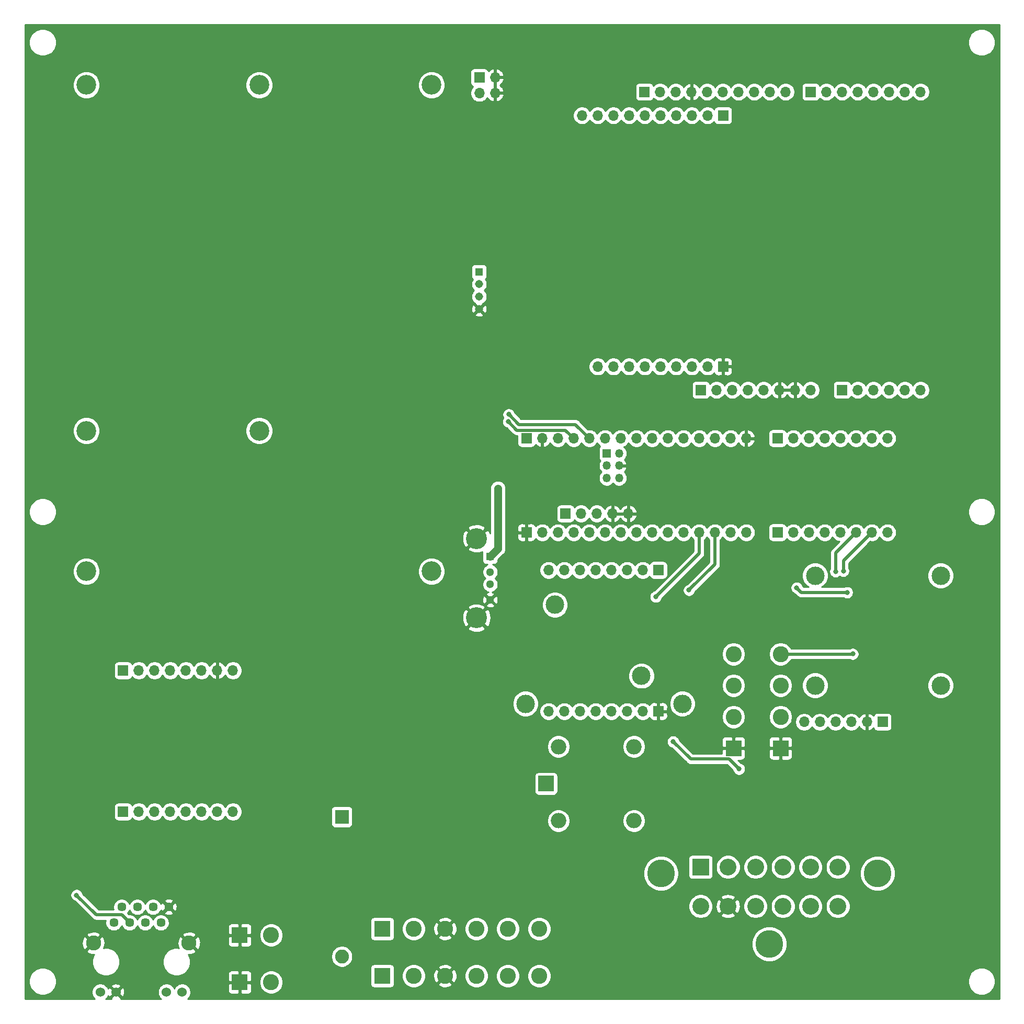
<source format=gbr>
%TF.GenerationSoftware,KiCad,Pcbnew,(5.1.9)-1*%
%TF.CreationDate,2022-03-17T08:19:33-06:00*%
%TF.ProjectId,AS13,41533133-2e6b-4696-9361-645f70636258,rev?*%
%TF.SameCoordinates,Original*%
%TF.FileFunction,Copper,L2,Bot*%
%TF.FilePolarity,Positive*%
%FSLAX46Y46*%
G04 Gerber Fmt 4.6, Leading zero omitted, Abs format (unit mm)*
G04 Created by KiCad (PCBNEW (5.1.9)-1) date 2022-03-17 08:19:33*
%MOMM*%
%LPD*%
G01*
G04 APERTURE LIST*
%TA.AperFunction,ComponentPad*%
%ADD10O,1.700000X1.700000*%
%TD*%
%TA.AperFunction,ComponentPad*%
%ADD11R,1.700000X1.700000*%
%TD*%
%TA.AperFunction,ComponentPad*%
%ADD12C,2.445000*%
%TD*%
%TA.AperFunction,ComponentPad*%
%ADD13C,1.530000*%
%TD*%
%TA.AperFunction,ComponentPad*%
%ADD14C,1.446000*%
%TD*%
%TA.AperFunction,ComponentPad*%
%ADD15C,2.999999*%
%TD*%
%TA.AperFunction,ComponentPad*%
%ADD16C,3.000000*%
%TD*%
%TA.AperFunction,ComponentPad*%
%ADD17C,4.485000*%
%TD*%
%TA.AperFunction,ComponentPad*%
%ADD18C,2.715000*%
%TD*%
%TA.AperFunction,ComponentPad*%
%ADD19R,2.715000X2.715000*%
%TD*%
%TA.AperFunction,ComponentPad*%
%ADD20O,2.500000X2.500000*%
%TD*%
%TA.AperFunction,ComponentPad*%
%ADD21R,2.500000X2.500000*%
%TD*%
%TA.AperFunction,ComponentPad*%
%ADD22C,2.600000*%
%TD*%
%TA.AperFunction,ComponentPad*%
%ADD23R,2.600000X2.600000*%
%TD*%
%TA.AperFunction,ComponentPad*%
%ADD24R,2.250000X2.250000*%
%TD*%
%TA.AperFunction,ComponentPad*%
%ADD25C,2.250000*%
%TD*%
%TA.AperFunction,ComponentPad*%
%ADD26C,3.200000*%
%TD*%
%TA.AperFunction,ComponentPad*%
%ADD27C,3.400000*%
%TD*%
%TA.AperFunction,ComponentPad*%
%ADD28C,1.300000*%
%TD*%
%TA.AperFunction,ComponentPad*%
%ADD29R,1.300000X1.300000*%
%TD*%
%TA.AperFunction,ComponentPad*%
%ADD30C,1.308000*%
%TD*%
%TA.AperFunction,ComponentPad*%
%ADD31R,1.308000X1.308000*%
%TD*%
%TA.AperFunction,ComponentPad*%
%ADD32O,1.350000X1.350000*%
%TD*%
%TA.AperFunction,ComponentPad*%
%ADD33R,1.350000X1.350000*%
%TD*%
%TA.AperFunction,ViaPad*%
%ADD34C,0.800000*%
%TD*%
%TA.AperFunction,Conductor*%
%ADD35C,0.508000*%
%TD*%
%TA.AperFunction,Conductor*%
%ADD36C,1.270000*%
%TD*%
%TA.AperFunction,Conductor*%
%ADD37C,0.254000*%
%TD*%
%TA.AperFunction,Conductor*%
%ADD38C,0.100000*%
%TD*%
G04 APERTURE END LIST*
D10*
%TO.P,J12,4*%
%TO.N,GND*%
X96723200Y-31699200D03*
%TO.P,J12,3*%
X96723200Y-29159200D03*
%TO.P,J12,2*%
%TO.N,Net-(C11-Pad1)*%
X94183200Y-31699200D03*
D11*
%TO.P,J12,1*%
X94183200Y-29159200D03*
%TD*%
D12*
%TO.P,J4,MH2*%
%TO.N,GND*%
X47190000Y-169300000D03*
%TO.P,J4,MH1*%
X31700000Y-169300000D03*
D13*
%TO.P,J4,12*%
%TO.N,Net-(J4-Pad12)*%
X46070000Y-177250000D03*
%TO.P,J4,11*%
%TO.N,Net-(J4-Pad11)*%
X43530000Y-177250000D03*
%TO.P,J4,10*%
%TO.N,GND*%
X35360000Y-177250000D03*
%TO.P,J4,9*%
%TO.N,Net-(J4-Pad9)*%
X32820000Y-177250000D03*
D14*
%TO.P,J4,8*%
%TO.N,GND*%
X43890000Y-163460000D03*
%TO.P,J4,7*%
%TO.N,Net-(J4-Pad7)*%
X42620000Y-166000000D03*
%TO.P,J4,6*%
%TO.N,Net-(J4-Pad6)*%
X41350000Y-163460000D03*
%TO.P,J4,5*%
%TO.N,Net-(C2-Pad1)*%
X40080000Y-166000000D03*
%TO.P,J4,4*%
X38810000Y-163460000D03*
%TO.P,J4,3*%
%TO.N,Net-(J4-Pad3)*%
X37540000Y-166000000D03*
%TO.P,J4,2*%
%TO.N,Net-(J4-Pad2)*%
X36270000Y-163460000D03*
%TO.P,J4,1*%
%TO.N,Net-(J4-Pad1)*%
X35000000Y-166000000D03*
%TD*%
D15*
%TO.P,REF\u002A\u002A,4*%
%TO.N,N/C*%
X168859200Y-109819200D03*
%TO.P,REF\u002A\u002A,3*%
X168859200Y-127599200D03*
%TO.P,REF\u002A\u002A,2*%
X148539200Y-127599200D03*
%TO.P,REF\u002A\u002A,1*%
X148539200Y-109819200D03*
%TD*%
D16*
%TO.P,M1,2*%
%TO.N,N/C*%
X120425000Y-126050000D03*
%TO.P,M1,1*%
X106425000Y-114550000D03*
%TD*%
%TO.P,REF\u002A\u002A,*%
%TO.N,*%
X101660000Y-130560000D03*
X127060000Y-130560000D03*
%TD*%
D17*
%TO.P,J6,MH3*%
%TO.N,Net-(J6-PadMH3)*%
X158655000Y-158020000D03*
%TO.P,J6,MH2*%
%TO.N,Net-(J6-PadMH2)*%
X141115000Y-169450000D03*
%TO.P,J6,MH1*%
%TO.N,Net-(J6-PadMH1)*%
X123575000Y-158020000D03*
D18*
%TO.P,J6,12*%
%TO.N,Net-(J6-Pad12)*%
X130000000Y-163350000D03*
%TO.P,J6,11*%
%TO.N,GND*%
X134445000Y-163350000D03*
%TO.P,J6,10*%
%TO.N,Net-(C11-Pad1)*%
X138890000Y-163350000D03*
%TO.P,J6,9*%
%TO.N,Net-(J6-Pad9)*%
X143340000Y-163350000D03*
%TO.P,J6,8*%
%TO.N,Net-(J6-Pad8)*%
X147785000Y-163350000D03*
%TO.P,J6,7*%
%TO.N,Net-(J6-Pad7)*%
X152230000Y-163350000D03*
%TO.P,J6,6*%
%TO.N,Net-(J2-Pad3)*%
X152230000Y-157000000D03*
%TO.P,J6,5*%
%TO.N,Net-(J2-Pad4)*%
X147785000Y-157000000D03*
%TO.P,J6,4*%
%TO.N,Net-(J6-Pad4)*%
X143340000Y-157000000D03*
%TO.P,J6,3*%
%TO.N,Net-(J6-Pad3)*%
X138890000Y-157000000D03*
%TO.P,J6,2*%
%TO.N,Net-(J6-Pad2)*%
X134445000Y-157000000D03*
D19*
%TO.P,J6,1*%
%TO.N,Net-(J6-Pad1)*%
X130000000Y-157000000D03*
%TD*%
D20*
%TO.P,K1,2*%
%TO.N,Net-(D5-Pad2)*%
X107000800Y-137501200D03*
%TO.P,K1,4*%
%TO.N,Net-(K1-Pad4)*%
X119200800Y-137501200D03*
%TO.P,K1,5*%
%TO.N,Net-(J6-Pad1)*%
X119200800Y-149501200D03*
%TO.P,K1,1*%
%TO.N,Net-(C11-Pad1)*%
X107000800Y-149501200D03*
D21*
%TO.P,K1,3*%
%TO.N,Net-(K1-Pad3)*%
X105000800Y-143501200D03*
%TD*%
D22*
%TO.P,KF3,4*%
%TO.N,Net-(KF3-Pad4)*%
X135330000Y-122530000D03*
X142950000Y-122530000D03*
%TO.P,KF3,3*%
%TO.N,Net-(J5-Pad5)*%
X135330000Y-127610000D03*
X142950000Y-127610000D03*
%TO.P,KF3,2*%
%TO.N,Net-(J5-Pad6)*%
X135330000Y-132690000D03*
X142950000Y-132690000D03*
D23*
%TO.P,KF3,1*%
%TO.N,GND*%
X135330000Y-137770000D03*
X142950000Y-137770000D03*
%TD*%
D24*
%TO.P,D4,1*%
%TO.N,Net-(C8-Pad1)*%
X71925000Y-148875000D03*
D25*
%TO.P,D4,2*%
%TO.N,Net-(D4-Pad2)*%
X71925000Y-171475000D03*
%TD*%
D26*
%TO.P,REF\u002A\u002A,8*%
%TO.N,N/C*%
X58560000Y-30380000D03*
X58560000Y-86380000D03*
X30560000Y-86380000D03*
X30560000Y-30380000D03*
X86440000Y-30380000D03*
X86440000Y-109120000D03*
X30560000Y-109120000D03*
%TD*%
D10*
%TO.P,J5,6*%
%TO.N,Net-(J5-Pad6)*%
X146761200Y-133517400D03*
%TO.P,J5,5*%
%TO.N,Net-(J5-Pad5)*%
X149301200Y-133517400D03*
%TO.P,J5,4*%
%TO.N,Net-(J14-Pad6)*%
X151841200Y-133517400D03*
%TO.P,J5,3*%
%TO.N,Net-(J14-Pad7)*%
X154381200Y-133517400D03*
%TO.P,J5,2*%
%TO.N,GND*%
X156921200Y-133517400D03*
D11*
%TO.P,J5,1*%
%TO.N,Net-(C1-Pad1)*%
X159461200Y-133517400D03*
%TD*%
D27*
%TO.P,J1,6*%
%TO.N,GND*%
X93735800Y-116670800D03*
%TO.P,J1,5*%
X93735800Y-103820800D03*
D28*
%TO.P,J1,4*%
X95935800Y-113745800D03*
%TO.P,J1,3*%
%TO.N,Net-(J1-Pad3)*%
X95935800Y-111245800D03*
%TO.P,J1,2*%
%TO.N,Net-(J1-Pad2)*%
X95935800Y-109245800D03*
D29*
%TO.P,J1,1*%
%TO.N,Net-(C11-Pad1)*%
X95935800Y-106745800D03*
%TD*%
D22*
%TO.P,KF1,2*%
%TO.N,Net-(C11-Pad1)*%
X60482200Y-168034600D03*
X60482200Y-175654600D03*
D23*
%TO.P,KF1,1*%
%TO.N,GND*%
X55402200Y-168034600D03*
X55402200Y-175654600D03*
%TD*%
D10*
%TO.P,J18,8*%
%TO.N,Net-(J18-Pad8)*%
X160248600Y-87594200D03*
%TO.P,J18,7*%
%TO.N,Net-(J18-Pad7)*%
X157708600Y-87594200D03*
%TO.P,J18,6*%
%TO.N,Net-(J18-Pad6)*%
X155168600Y-87594200D03*
%TO.P,J18,5*%
%TO.N,Net-(J18-Pad5)*%
X152628600Y-87594200D03*
%TO.P,J18,4*%
%TO.N,Net-(J18-Pad4)*%
X150088600Y-87594200D03*
%TO.P,J18,3*%
%TO.N,Net-(J18-Pad3)*%
X147548600Y-87594200D03*
%TO.P,J18,2*%
%TO.N,Net-(J18-Pad2)*%
X145008600Y-87594200D03*
D11*
%TO.P,J18,1*%
%TO.N,Net-(J18-Pad1)*%
X142468600Y-87594200D03*
%TD*%
D10*
%TO.P,J3,5*%
%TO.N,GND*%
X118287800Y-99783400D03*
%TO.P,J3,4*%
X115747800Y-99783400D03*
%TO.P,J3,3*%
%TO.N,Net-(J1-Pad3)*%
X113207800Y-99783400D03*
%TO.P,J3,2*%
%TO.N,Net-(J1-Pad2)*%
X110667800Y-99783400D03*
D11*
%TO.P,J3,1*%
%TO.N,Net-(J3-Pad1)*%
X108127800Y-99783400D03*
%TD*%
D10*
%TO.P,J9,8*%
%TO.N,Net-(C11-Pad1)*%
X54295000Y-125179400D03*
%TO.P,J9,7*%
%TO.N,GND*%
X51755000Y-125179400D03*
%TO.P,J9,6*%
%TO.N,Net-(J9-Pad6)*%
X49215000Y-125179400D03*
%TO.P,J9,5*%
%TO.N,Net-(J9-Pad5)*%
X46675000Y-125179400D03*
%TO.P,J9,4*%
%TO.N,Net-(J9-Pad4)*%
X44135000Y-125179400D03*
%TO.P,J9,3*%
%TO.N,Net-(J9-Pad3)*%
X41595000Y-125179400D03*
%TO.P,J9,2*%
%TO.N,Net-(J13-Pad3)*%
X39055000Y-125179400D03*
D11*
%TO.P,J9,1*%
%TO.N,Net-(J13-Pad2)*%
X36515000Y-125179400D03*
%TD*%
D10*
%TO.P,J7,8*%
%TO.N,Net-(J7-Pad8)*%
X54295000Y-148039400D03*
%TO.P,J7,7*%
%TO.N,Net-(J7-Pad7)*%
X51755000Y-148039400D03*
%TO.P,J7,6*%
%TO.N,Net-(J7-Pad6)*%
X49215000Y-148039400D03*
%TO.P,J7,5*%
%TO.N,Net-(J7-Pad5)*%
X46675000Y-148039400D03*
%TO.P,J7,4*%
%TO.N,Net-(J7-Pad4)*%
X44135000Y-148039400D03*
%TO.P,J7,3*%
%TO.N,Net-(J7-Pad3)*%
X41595000Y-148039400D03*
%TO.P,J7,2*%
%TO.N,Net-(J7-Pad2)*%
X39055000Y-148039400D03*
D11*
%TO.P,J7,1*%
%TO.N,Net-(J7-Pad1)*%
X36515000Y-148039400D03*
%TD*%
D22*
%TO.P,KF2,6*%
%TO.N,Net-(J6-Pad12)*%
X103872600Y-167009600D03*
X103872600Y-174629600D03*
%TO.P,KF2,5*%
%TO.N,Net-(KF2-Pad5)*%
X98792600Y-167009600D03*
X98792600Y-174629600D03*
%TO.P,KF2,4*%
%TO.N,Net-(K1-Pad3)*%
X93712600Y-167009600D03*
X93712600Y-174629600D03*
%TO.P,KF2,3*%
%TO.N,GND*%
X88632600Y-167009600D03*
X88632600Y-174629600D03*
%TO.P,KF2,2*%
%TO.N,Net-(D4-Pad2)*%
X83552600Y-167009600D03*
X83552600Y-174629600D03*
D23*
%TO.P,KF2,1*%
X78472600Y-167009600D03*
X78472600Y-174629600D03*
%TD*%
D30*
%TO.P,J27,4*%
%TO.N,GND*%
X94145100Y-66654700D03*
%TO.P,J27,3*%
%TO.N,Net-(J27-Pad3)*%
X94145100Y-64654700D03*
%TO.P,J27,2*%
%TO.N,Net-(J17-Pad4)*%
X94145100Y-62654700D03*
D31*
%TO.P,J27,1*%
%TO.N,Net-(J17-Pad5)*%
X94145100Y-60654700D03*
%TD*%
D10*
%TO.P,J26,8*%
%TO.N,Net-(J18-Pad7)*%
X165608000Y-31511000D03*
%TO.P,J26,7*%
%TO.N,Net-(J18-Pad6)*%
X163068000Y-31511000D03*
%TO.P,J26,6*%
%TO.N,Net-(J17-Pad13)*%
X160528000Y-31511000D03*
%TO.P,J26,5*%
%TO.N,Net-(J26-Pad5)*%
X157988000Y-31511000D03*
%TO.P,J26,4*%
%TO.N,Net-(J26-Pad4)*%
X155448000Y-31511000D03*
%TO.P,J26,3*%
%TO.N,Net-(J26-Pad3)*%
X152908000Y-31511000D03*
%TO.P,J26,2*%
%TO.N,Net-(J26-Pad2)*%
X150368000Y-31511000D03*
D11*
%TO.P,J26,1*%
%TO.N,Net-(J26-Pad1)*%
X147828000Y-31511000D03*
%TD*%
D10*
%TO.P,J25,10*%
%TO.N,Net-(J17-Pad12)*%
X143768000Y-31511000D03*
%TO.P,J25,9*%
%TO.N,Net-(J25-Pad9)*%
X141228000Y-31511000D03*
%TO.P,J25,8*%
%TO.N,Net-(J25-Pad8)*%
X138688000Y-31511000D03*
%TO.P,J25,7*%
%TO.N,Net-(J25-Pad7)*%
X136148000Y-31511000D03*
%TO.P,J25,6*%
%TO.N,Net-(J25-Pad6)*%
X133608000Y-31511000D03*
%TO.P,J25,5*%
%TO.N,Net-(J25-Pad5)*%
X131068000Y-31511000D03*
%TO.P,J25,4*%
%TO.N,GND*%
X128528000Y-31511000D03*
%TO.P,J25,3*%
%TO.N,Net-(J25-Pad3)*%
X125988000Y-31511000D03*
%TO.P,J25,2*%
%TO.N,Net-(J25-Pad2)*%
X123448000Y-31511000D03*
D11*
%TO.P,J25,1*%
%TO.N,Net-(J25-Pad1)*%
X120908000Y-31511000D03*
%TD*%
D10*
%TO.P,J24,10*%
%TO.N,Net-(J24-Pad10)*%
X110794800Y-35336400D03*
%TO.P,J24,9*%
%TO.N,Net-(J24-Pad9)*%
X113334800Y-35336400D03*
%TO.P,J24,8*%
%TO.N,Net-(J24-Pad8)*%
X115874800Y-35336400D03*
%TO.P,J24,7*%
%TO.N,Net-(J24-Pad7)*%
X118414800Y-35336400D03*
%TO.P,J24,6*%
%TO.N,Net-(J24-Pad6)*%
X120954800Y-35336400D03*
%TO.P,J24,5*%
%TO.N,Net-(J24-Pad5)*%
X123494800Y-35336400D03*
%TO.P,J24,4*%
%TO.N,Net-(J24-Pad4)*%
X126034800Y-35336400D03*
%TO.P,J24,3*%
%TO.N,Net-(J24-Pad3)*%
X128574800Y-35336400D03*
%TO.P,J24,2*%
%TO.N,Net-(J24-Pad2)*%
X131114800Y-35336400D03*
D11*
%TO.P,J24,1*%
%TO.N,Net-(J24-Pad1)*%
X133654800Y-35336400D03*
%TD*%
D10*
%TO.P,J23,6*%
%TO.N,Net-(J23-Pad6)*%
X165608000Y-79771000D03*
%TO.P,J23,5*%
%TO.N,Net-(J23-Pad5)*%
X163068000Y-79771000D03*
%TO.P,J23,4*%
%TO.N,Net-(J23-Pad4)*%
X160528000Y-79771000D03*
%TO.P,J23,3*%
%TO.N,Net-(J23-Pad3)*%
X157988000Y-79771000D03*
%TO.P,J23,2*%
%TO.N,Net-(J23-Pad2)*%
X155448000Y-79771000D03*
D11*
%TO.P,J23,1*%
%TO.N,Net-(J23-Pad1)*%
X152908000Y-79771000D03*
%TD*%
D10*
%TO.P,J22,8*%
%TO.N,Net-(J22-Pad8)*%
X147828000Y-79771000D03*
%TO.P,J22,7*%
%TO.N,GND*%
X145288000Y-79771000D03*
%TO.P,J22,6*%
X142748000Y-79771000D03*
%TO.P,J22,5*%
%TO.N,Net-(C11-Pad1)*%
X140208000Y-79771000D03*
%TO.P,J22,4*%
%TO.N,Net-(J22-Pad4)*%
X137668000Y-79771000D03*
%TO.P,J22,3*%
%TO.N,Net-(J22-Pad3)*%
X135128000Y-79771000D03*
%TO.P,J22,2*%
%TO.N,Net-(J17-Pad3)*%
X132588000Y-79771000D03*
D11*
%TO.P,J22,1*%
%TO.N,Net-(J22-Pad1)*%
X130048000Y-79771000D03*
%TD*%
D10*
%TO.P,J21,9*%
%TO.N,Net-(J21-Pad9)*%
X113334800Y-75986400D03*
%TO.P,J21,8*%
%TO.N,Net-(J17-Pad6)*%
X115874800Y-75986400D03*
%TO.P,J21,7*%
%TO.N,Net-(J17-Pad7)*%
X118414800Y-75986400D03*
%TO.P,J21,6*%
%TO.N,Net-(J21-Pad6)*%
X120954800Y-75986400D03*
%TO.P,J21,5*%
%TO.N,Net-(J17-Pad10)*%
X123494800Y-75986400D03*
%TO.P,J21,4*%
%TO.N,Net-(J17-Pad11)*%
X126034800Y-75986400D03*
%TO.P,J21,3*%
%TO.N,Net-(J21-Pad3)*%
X128574800Y-75986400D03*
%TO.P,J21,2*%
%TO.N,Net-(C11-Pad1)*%
X131114800Y-75986400D03*
D11*
%TO.P,J21,1*%
%TO.N,GND*%
X133654800Y-75986400D03*
%TD*%
D10*
%TO.P,J17,15*%
%TO.N,GND*%
X137388600Y-87594200D03*
%TO.P,J17,14*%
%TO.N,Net-(J17-Pad14)*%
X134848600Y-87594200D03*
%TO.P,J17,13*%
%TO.N,Net-(J17-Pad13)*%
X132308600Y-87594200D03*
%TO.P,J17,12*%
%TO.N,Net-(J17-Pad12)*%
X129768600Y-87594200D03*
%TO.P,J17,11*%
%TO.N,Net-(J17-Pad11)*%
X127228600Y-87594200D03*
%TO.P,J17,10*%
%TO.N,Net-(J17-Pad10)*%
X124688600Y-87594200D03*
%TO.P,J17,9*%
%TO.N,Net-(J10-Pad3)*%
X122148600Y-87594200D03*
%TO.P,J17,8*%
%TO.N,Net-(J10-Pad4)*%
X119608600Y-87594200D03*
%TO.P,J17,7*%
%TO.N,Net-(J17-Pad7)*%
X117068600Y-87594200D03*
%TO.P,J17,6*%
%TO.N,Net-(J17-Pad6)*%
X114528600Y-87594200D03*
%TO.P,J17,5*%
%TO.N,Net-(J17-Pad5)*%
X111988600Y-87594200D03*
%TO.P,J17,4*%
%TO.N,Net-(J17-Pad4)*%
X109448600Y-87594200D03*
%TO.P,J17,3*%
%TO.N,Net-(J17-Pad3)*%
X106908600Y-87594200D03*
%TO.P,J17,2*%
%TO.N,GND*%
X104368600Y-87594200D03*
D11*
%TO.P,J17,1*%
%TO.N,Net-(C11-Pad1)*%
X101828600Y-87594200D03*
%TD*%
D32*
%TO.P,J8,6*%
%TO.N,Net-(J4-Pad1)*%
X116798600Y-94032600D03*
%TO.P,J8,5*%
%TO.N,Net-(J4-Pad2)*%
X114798600Y-94032600D03*
%TO.P,J8,4*%
%TO.N,GND*%
X116798600Y-92032600D03*
%TO.P,J8,3*%
%TO.N,Net-(J4-Pad9)*%
X114798600Y-92032600D03*
%TO.P,J8,2*%
%TO.N,Net-(J4-Pad6)*%
X116798600Y-90032600D03*
D33*
%TO.P,J8,1*%
%TO.N,Net-(J4-Pad3)*%
X114798600Y-90032600D03*
%TD*%
D10*
%TO.P,J14,8*%
%TO.N,Net-(J14-Pad8)*%
X160248600Y-102834200D03*
%TO.P,J14,7*%
%TO.N,Net-(J14-Pad7)*%
X157708600Y-102834200D03*
%TO.P,J14,6*%
%TO.N,Net-(J14-Pad6)*%
X155168600Y-102834200D03*
%TO.P,J14,5*%
%TO.N,Net-(J14-Pad5)*%
X152628600Y-102834200D03*
%TO.P,J14,4*%
%TO.N,Net-(J14-Pad4)*%
X150088600Y-102834200D03*
%TO.P,J14,3*%
%TO.N,Net-(J14-Pad3)*%
X147548600Y-102834200D03*
%TO.P,J14,2*%
%TO.N,Net-(D2-Pad3)*%
X145008600Y-102834200D03*
D11*
%TO.P,J14,1*%
%TO.N,Net-(D6-Pad3)*%
X142468600Y-102834200D03*
%TD*%
D10*
%TO.P,J13,15*%
%TO.N,Net-(J13-Pad15)*%
X137388600Y-102834200D03*
%TO.P,J13,14*%
%TO.N,Net-(J13-Pad14)*%
X134848600Y-102834200D03*
%TO.P,J13,13*%
%TO.N,Net-(J13-Pad13)*%
X132308600Y-102834200D03*
%TO.P,J13,12*%
%TO.N,Net-(D1-Pad3)*%
X129768600Y-102834200D03*
%TO.P,J13,11*%
%TO.N,Net-(J13-Pad11)*%
X127228600Y-102834200D03*
%TO.P,J13,10*%
%TO.N,Net-(J13-Pad10)*%
X124688600Y-102834200D03*
%TO.P,J13,9*%
%TO.N,Net-(J13-Pad9)*%
X122148600Y-102834200D03*
%TO.P,J13,8*%
%TO.N,Net-(J13-Pad8)*%
X119608600Y-102834200D03*
%TO.P,J13,7*%
%TO.N,Net-(J13-Pad7)*%
X117068600Y-102834200D03*
%TO.P,J13,6*%
%TO.N,Net-(J13-Pad6)*%
X114528600Y-102834200D03*
%TO.P,J13,5*%
%TO.N,Net-(J13-Pad5)*%
X111988600Y-102834200D03*
%TO.P,J13,4*%
%TO.N,Net-(J13-Pad4)*%
X109448600Y-102834200D03*
%TO.P,J13,3*%
%TO.N,Net-(J13-Pad3)*%
X106908600Y-102834200D03*
%TO.P,J13,2*%
%TO.N,Net-(J13-Pad2)*%
X104368600Y-102834200D03*
D11*
%TO.P,J13,1*%
%TO.N,GND*%
X101828600Y-102834200D03*
%TD*%
D10*
%TO.P,J16,8*%
%TO.N,Net-(J16-Pad8)*%
X105394760Y-131790200D03*
%TO.P,J16,7*%
%TO.N,Net-(J16-Pad7)*%
X107934760Y-131790200D03*
%TO.P,J16,6*%
%TO.N,Net-(J16-Pad6)*%
X110474760Y-131790200D03*
%TO.P,J16,5*%
%TO.N,Net-(J16-Pad5)*%
X113014760Y-131790200D03*
%TO.P,J16,4*%
%TO.N,Net-(J16-Pad4)*%
X115554760Y-131790200D03*
%TO.P,J16,3*%
%TO.N,Net-(J16-Pad3)*%
X118094760Y-131790200D03*
%TO.P,J16,2*%
%TO.N,Net-(C1-Pad1)*%
X120634760Y-131790200D03*
D11*
%TO.P,J16,1*%
%TO.N,GND*%
X123174760Y-131790200D03*
%TD*%
D10*
%TO.P,J15,8*%
%TO.N,Net-(J15-Pad8)*%
X105394760Y-108930200D03*
%TO.P,J15,7*%
%TO.N,Net-(J15-Pad7)*%
X107934760Y-108930200D03*
%TO.P,J15,6*%
%TO.N,Net-(J10-Pad4)*%
X110474760Y-108930200D03*
%TO.P,J15,5*%
%TO.N,Net-(J10-Pad3)*%
X113014760Y-108930200D03*
%TO.P,J15,4*%
%TO.N,Net-(J15-Pad4)*%
X115554760Y-108930200D03*
%TO.P,J15,3*%
%TO.N,Net-(J15-Pad3)*%
X118094760Y-108930200D03*
%TO.P,J15,2*%
%TO.N,Net-(J15-Pad2)*%
X120634760Y-108930200D03*
D11*
%TO.P,J15,1*%
%TO.N,Net-(J15-Pad1)*%
X123174760Y-108930200D03*
%TD*%
D34*
%TO.N,GND*%
X130695700Y-65849260D03*
X168904000Y-90919300D03*
X98877120Y-86834740D03*
X158861760Y-127817640D03*
X84759800Y-121858800D03*
X82042000Y-124932200D03*
X136800000Y-114405200D03*
X143364323Y-114327923D03*
X157800000Y-138900000D03*
X163700000Y-139166942D03*
X170205764Y-139157726D03*
X78800000Y-147250000D03*
X167575000Y-130900000D03*
X64750000Y-140175000D03*
X76825000Y-139850000D03*
X70650000Y-127300000D03*
X71525000Y-127300000D03*
X76900000Y-142275000D03*
X79200000Y-136675000D03*
X95000000Y-136000000D03*
X116075000Y-122850000D03*
X134000000Y-150375000D03*
X136849999Y-148574999D03*
X131216400Y-141071600D03*
X123459810Y-125484602D03*
X123459810Y-116914865D03*
X145186400Y-148259800D03*
X144500600Y-143789400D03*
X155219400Y-110286800D03*
X156032200Y-126212600D03*
X159512000Y-117703600D03*
%TO.N,Net-(C1-Pad1)*%
X125571400Y-136709000D03*
X136220200Y-141122400D03*
X153720800Y-112547400D03*
X145567400Y-111785400D03*
%TO.N,Net-(J14-Pad7)*%
X153111200Y-109088800D03*
%TO.N,Net-(J14-Pad6)*%
X151841200Y-109158800D03*
%TO.N,Net-(J4-Pad3)*%
X28976501Y-161548499D03*
%TO.N,Net-(J13-Pad13)*%
X128125000Y-112175000D03*
%TO.N,Net-(J17-Pad5)*%
X98940620Y-83723240D03*
%TO.N,Net-(J17-Pad4)*%
X98877120Y-84917040D03*
%TO.N,Net-(C11-Pad1)*%
X97200000Y-95700000D03*
%TO.N,Net-(KF3-Pad4)*%
X154635200Y-122504200D03*
%TO.N,Net-(D1-Pad3)*%
X122732800Y-113258600D03*
%TD*%
D35*
%TO.N,Net-(C1-Pad1)*%
X134621801Y-139524001D02*
X136220200Y-141122400D01*
X128386401Y-139524001D02*
X134621801Y-139524001D01*
X125571400Y-136709000D02*
X128386401Y-139524001D01*
X153720800Y-112547400D02*
X146329400Y-112547400D01*
X146329400Y-112547400D02*
X145567400Y-111785400D01*
%TO.N,Net-(J14-Pad7)*%
X153111200Y-107431600D02*
X157708600Y-102834200D01*
X153111200Y-109088800D02*
X153111200Y-107431600D01*
%TO.N,Net-(J14-Pad6)*%
X151841200Y-106161600D02*
X155168600Y-102834200D01*
X151841200Y-109158800D02*
X151841200Y-106161600D01*
%TO.N,Net-(J4-Pad3)*%
X36290000Y-164750000D02*
X37540000Y-166000000D01*
X32178002Y-164750000D02*
X36290000Y-164750000D01*
X28976501Y-161548499D02*
X32178002Y-164750000D01*
%TO.N,Net-(J13-Pad13)*%
X132308600Y-107991400D02*
X128125000Y-112175000D01*
X132308600Y-102834200D02*
X132308600Y-107991400D01*
%TO.N,Net-(J17-Pad5)*%
X111988600Y-87594200D02*
X109750860Y-85356460D01*
X100573840Y-85356460D02*
X98940620Y-83723240D01*
X109750860Y-85356460D02*
X100573840Y-85356460D01*
%TO.N,Net-(J17-Pad4)*%
X100250279Y-86290199D02*
X98877120Y-84917040D01*
X108144599Y-86290199D02*
X100250279Y-86290199D01*
X109448600Y-87594200D02*
X108144599Y-86290199D01*
D36*
%TO.N,Net-(C11-Pad1)*%
X97200000Y-96265685D02*
X97200000Y-95700000D01*
X97200000Y-105481600D02*
X97200000Y-96265685D01*
X95935800Y-106745800D02*
X97200000Y-105481600D01*
D35*
%TO.N,Net-(KF3-Pad4)*%
X142950000Y-122530000D02*
X154609400Y-122530000D01*
X154609400Y-122530000D02*
X154635200Y-122504200D01*
%TO.N,Net-(D1-Pad3)*%
X129768600Y-106222800D02*
X122732800Y-113258600D01*
X129768600Y-102834200D02*
X129768600Y-106222800D01*
%TD*%
D37*
%TO.N,GND*%
X178340001Y-178340000D02*
X46958633Y-178340000D01*
X46962448Y-178337451D01*
X47157451Y-178142448D01*
X47310664Y-177913149D01*
X47416199Y-177658365D01*
X47470000Y-177387888D01*
X47470000Y-177112112D01*
X47438670Y-176954600D01*
X53464128Y-176954600D01*
X53476388Y-177079082D01*
X53512698Y-177198780D01*
X53571663Y-177309094D01*
X53651015Y-177405785D01*
X53747706Y-177485137D01*
X53858020Y-177544102D01*
X53977718Y-177580412D01*
X54102200Y-177592672D01*
X55116450Y-177589600D01*
X55275200Y-177430850D01*
X55275200Y-175781600D01*
X55529200Y-175781600D01*
X55529200Y-177430850D01*
X55687950Y-177589600D01*
X56702200Y-177592672D01*
X56826682Y-177580412D01*
X56946380Y-177544102D01*
X57056694Y-177485137D01*
X57153385Y-177405785D01*
X57232737Y-177309094D01*
X57291702Y-177198780D01*
X57328012Y-177079082D01*
X57340272Y-176954600D01*
X57337200Y-175940350D01*
X57178450Y-175781600D01*
X55529200Y-175781600D01*
X55275200Y-175781600D01*
X53625950Y-175781600D01*
X53467200Y-175940350D01*
X53464128Y-176954600D01*
X47438670Y-176954600D01*
X47416199Y-176841635D01*
X47310664Y-176586851D01*
X47157451Y-176357552D01*
X46962448Y-176162549D01*
X46733149Y-176009336D01*
X46478365Y-175903801D01*
X46207888Y-175850000D01*
X45932112Y-175850000D01*
X45661635Y-175903801D01*
X45406851Y-176009336D01*
X45177552Y-176162549D01*
X44982549Y-176357552D01*
X44829336Y-176586851D01*
X44800000Y-176657674D01*
X44770664Y-176586851D01*
X44617451Y-176357552D01*
X44422448Y-176162549D01*
X44193149Y-176009336D01*
X43938365Y-175903801D01*
X43667888Y-175850000D01*
X43392112Y-175850000D01*
X43121635Y-175903801D01*
X42866851Y-176009336D01*
X42637552Y-176162549D01*
X42442549Y-176357552D01*
X42289336Y-176586851D01*
X42183801Y-176841635D01*
X42130000Y-177112112D01*
X42130000Y-177387888D01*
X42183801Y-177658365D01*
X42289336Y-177913149D01*
X42442549Y-178142448D01*
X42637552Y-178337451D01*
X42641367Y-178340000D01*
X36113845Y-178340000D01*
X36148102Y-178217707D01*
X35360000Y-177429605D01*
X34571898Y-178217707D01*
X34606155Y-178340000D01*
X33708633Y-178340000D01*
X33712448Y-178337451D01*
X33907451Y-178142448D01*
X34060664Y-177913149D01*
X34087482Y-177848406D01*
X34089522Y-177854072D01*
X34151894Y-177970760D01*
X34392293Y-178038102D01*
X35180395Y-177250000D01*
X35539605Y-177250000D01*
X36327707Y-178038102D01*
X36568106Y-177970760D01*
X36685506Y-177721220D01*
X36751967Y-177453573D01*
X36764936Y-177178101D01*
X36723914Y-176905393D01*
X36630478Y-176645928D01*
X36568106Y-176529240D01*
X36327707Y-176461898D01*
X35539605Y-177250000D01*
X35180395Y-177250000D01*
X34392293Y-176461898D01*
X34151894Y-176529240D01*
X34090688Y-176659336D01*
X34060664Y-176586851D01*
X33907451Y-176357552D01*
X33832192Y-176282293D01*
X34571898Y-176282293D01*
X35360000Y-177070395D01*
X36148102Y-176282293D01*
X36080760Y-176041894D01*
X35831220Y-175924494D01*
X35563573Y-175858033D01*
X35288101Y-175845064D01*
X35015393Y-175886086D01*
X34755928Y-175979522D01*
X34639240Y-176041894D01*
X34571898Y-176282293D01*
X33832192Y-176282293D01*
X33712448Y-176162549D01*
X33483149Y-176009336D01*
X33228365Y-175903801D01*
X32957888Y-175850000D01*
X32682112Y-175850000D01*
X32411635Y-175903801D01*
X32156851Y-176009336D01*
X31927552Y-176162549D01*
X31732549Y-176357552D01*
X31579336Y-176586851D01*
X31473801Y-176841635D01*
X31420000Y-177112112D01*
X31420000Y-177387888D01*
X31473801Y-177658365D01*
X31579336Y-177913149D01*
X31732549Y-178142448D01*
X31927552Y-178337451D01*
X31931367Y-178340000D01*
X20660000Y-178340000D01*
X20660000Y-175279872D01*
X21265000Y-175279872D01*
X21265000Y-175720128D01*
X21350890Y-176151925D01*
X21519369Y-176558669D01*
X21763962Y-176924729D01*
X22075271Y-177236038D01*
X22441331Y-177480631D01*
X22848075Y-177649110D01*
X23279872Y-177735000D01*
X23720128Y-177735000D01*
X24151925Y-177649110D01*
X24558669Y-177480631D01*
X24924729Y-177236038D01*
X25236038Y-176924729D01*
X25480631Y-176558669D01*
X25649110Y-176151925D01*
X25735000Y-175720128D01*
X25735000Y-175279872D01*
X25649110Y-174848075D01*
X25480631Y-174441331D01*
X25236038Y-174075271D01*
X24924729Y-173763962D01*
X24558669Y-173519369D01*
X24151925Y-173350890D01*
X23720128Y-173265000D01*
X23279872Y-173265000D01*
X22848075Y-173350890D01*
X22441331Y-173519369D01*
X22075271Y-173763962D01*
X21763962Y-174075271D01*
X21519369Y-174441331D01*
X21350890Y-174848075D01*
X21265000Y-175279872D01*
X20660000Y-175279872D01*
X20660000Y-170594012D01*
X30585593Y-170594012D01*
X30708194Y-170881170D01*
X31035722Y-171044280D01*
X31388778Y-171140359D01*
X31753795Y-171165713D01*
X31807849Y-171158811D01*
X31727214Y-171279489D01*
X31556851Y-171690782D01*
X31470000Y-172127409D01*
X31470000Y-172572591D01*
X31556851Y-173009218D01*
X31727214Y-173420511D01*
X31974544Y-173790666D01*
X32289334Y-174105456D01*
X32659489Y-174352786D01*
X33070782Y-174523149D01*
X33507409Y-174610000D01*
X33952591Y-174610000D01*
X34389218Y-174523149D01*
X34800511Y-174352786D01*
X35170666Y-174105456D01*
X35485456Y-173790666D01*
X35732786Y-173420511D01*
X35903149Y-173009218D01*
X35990000Y-172572591D01*
X35990000Y-172127409D01*
X42900000Y-172127409D01*
X42900000Y-172572591D01*
X42986851Y-173009218D01*
X43157214Y-173420511D01*
X43404544Y-173790666D01*
X43719334Y-174105456D01*
X44089489Y-174352786D01*
X44500782Y-174523149D01*
X44937409Y-174610000D01*
X45382591Y-174610000D01*
X45819218Y-174523149D01*
X46226131Y-174354600D01*
X53464128Y-174354600D01*
X53467200Y-175368850D01*
X53625950Y-175527600D01*
X55275200Y-175527600D01*
X55275200Y-173878350D01*
X55529200Y-173878350D01*
X55529200Y-175527600D01*
X57178450Y-175527600D01*
X57242031Y-175464019D01*
X58547200Y-175464019D01*
X58547200Y-175845181D01*
X58621561Y-176219019D01*
X58767425Y-176571166D01*
X58979187Y-176888091D01*
X59248709Y-177157613D01*
X59565634Y-177369375D01*
X59917781Y-177515239D01*
X60291619Y-177589600D01*
X60672781Y-177589600D01*
X61046619Y-177515239D01*
X61398766Y-177369375D01*
X61715691Y-177157613D01*
X61985213Y-176888091D01*
X62196975Y-176571166D01*
X62342839Y-176219019D01*
X62417200Y-175845181D01*
X62417200Y-175464019D01*
X62342839Y-175090181D01*
X62196975Y-174738034D01*
X61985213Y-174421109D01*
X61715691Y-174151587D01*
X61398766Y-173939825D01*
X61046619Y-173793961D01*
X60672781Y-173719600D01*
X60291619Y-173719600D01*
X59917781Y-173793961D01*
X59565634Y-173939825D01*
X59248709Y-174151587D01*
X58979187Y-174421109D01*
X58767425Y-174738034D01*
X58621561Y-175090181D01*
X58547200Y-175464019D01*
X57242031Y-175464019D01*
X57337200Y-175368850D01*
X57340272Y-174354600D01*
X57328012Y-174230118D01*
X57291702Y-174110420D01*
X57232737Y-174000106D01*
X57153385Y-173903415D01*
X57056694Y-173824063D01*
X56946380Y-173765098D01*
X56826682Y-173728788D01*
X56702200Y-173716528D01*
X55687950Y-173719600D01*
X55529200Y-173878350D01*
X55275200Y-173878350D01*
X55116450Y-173719600D01*
X54102200Y-173716528D01*
X53977718Y-173728788D01*
X53858020Y-173765098D01*
X53747706Y-173824063D01*
X53651015Y-173903415D01*
X53571663Y-174000106D01*
X53512698Y-174110420D01*
X53476388Y-174230118D01*
X53464128Y-174354600D01*
X46226131Y-174354600D01*
X46230511Y-174352786D01*
X46600666Y-174105456D01*
X46915456Y-173790666D01*
X47162786Y-173420511D01*
X47200442Y-173329600D01*
X76534528Y-173329600D01*
X76534528Y-175929600D01*
X76546788Y-176054082D01*
X76583098Y-176173780D01*
X76642063Y-176284094D01*
X76721415Y-176380785D01*
X76818106Y-176460137D01*
X76928420Y-176519102D01*
X77048118Y-176555412D01*
X77172600Y-176567672D01*
X79772600Y-176567672D01*
X79897082Y-176555412D01*
X80016780Y-176519102D01*
X80127094Y-176460137D01*
X80223785Y-176380785D01*
X80303137Y-176284094D01*
X80362102Y-176173780D01*
X80398412Y-176054082D01*
X80410672Y-175929600D01*
X80410672Y-174439019D01*
X81617600Y-174439019D01*
X81617600Y-174820181D01*
X81691961Y-175194019D01*
X81837825Y-175546166D01*
X82049587Y-175863091D01*
X82319109Y-176132613D01*
X82636034Y-176344375D01*
X82988181Y-176490239D01*
X83362019Y-176564600D01*
X83743181Y-176564600D01*
X84117019Y-176490239D01*
X84469166Y-176344375D01*
X84786091Y-176132613D01*
X84939880Y-175978824D01*
X87462981Y-175978824D01*
X87594917Y-176273912D01*
X87935645Y-176444759D01*
X88303157Y-176545850D01*
X88683329Y-176573301D01*
X89061551Y-176526057D01*
X89423290Y-176405933D01*
X89670283Y-176273912D01*
X89802219Y-175978824D01*
X88632600Y-174809205D01*
X87462981Y-175978824D01*
X84939880Y-175978824D01*
X85055613Y-175863091D01*
X85267375Y-175546166D01*
X85413239Y-175194019D01*
X85487600Y-174820181D01*
X85487600Y-174680329D01*
X86688899Y-174680329D01*
X86736143Y-175058551D01*
X86856267Y-175420290D01*
X86988288Y-175667283D01*
X87283376Y-175799219D01*
X88452995Y-174629600D01*
X88812205Y-174629600D01*
X89981824Y-175799219D01*
X90276912Y-175667283D01*
X90447759Y-175326555D01*
X90548850Y-174959043D01*
X90576301Y-174578871D01*
X90558832Y-174439019D01*
X91777600Y-174439019D01*
X91777600Y-174820181D01*
X91851961Y-175194019D01*
X91997825Y-175546166D01*
X92209587Y-175863091D01*
X92479109Y-176132613D01*
X92796034Y-176344375D01*
X93148181Y-176490239D01*
X93522019Y-176564600D01*
X93903181Y-176564600D01*
X94277019Y-176490239D01*
X94629166Y-176344375D01*
X94946091Y-176132613D01*
X95215613Y-175863091D01*
X95427375Y-175546166D01*
X95573239Y-175194019D01*
X95647600Y-174820181D01*
X95647600Y-174439019D01*
X96857600Y-174439019D01*
X96857600Y-174820181D01*
X96931961Y-175194019D01*
X97077825Y-175546166D01*
X97289587Y-175863091D01*
X97559109Y-176132613D01*
X97876034Y-176344375D01*
X98228181Y-176490239D01*
X98602019Y-176564600D01*
X98983181Y-176564600D01*
X99357019Y-176490239D01*
X99709166Y-176344375D01*
X100026091Y-176132613D01*
X100295613Y-175863091D01*
X100507375Y-175546166D01*
X100653239Y-175194019D01*
X100727600Y-174820181D01*
X100727600Y-174439019D01*
X101937600Y-174439019D01*
X101937600Y-174820181D01*
X102011961Y-175194019D01*
X102157825Y-175546166D01*
X102369587Y-175863091D01*
X102639109Y-176132613D01*
X102956034Y-176344375D01*
X103308181Y-176490239D01*
X103682019Y-176564600D01*
X104063181Y-176564600D01*
X104437019Y-176490239D01*
X104789166Y-176344375D01*
X105106091Y-176132613D01*
X105375613Y-175863091D01*
X105587375Y-175546166D01*
X105697677Y-175279872D01*
X173265000Y-175279872D01*
X173265000Y-175720128D01*
X173350890Y-176151925D01*
X173519369Y-176558669D01*
X173763962Y-176924729D01*
X174075271Y-177236038D01*
X174441331Y-177480631D01*
X174848075Y-177649110D01*
X175279872Y-177735000D01*
X175720128Y-177735000D01*
X176151925Y-177649110D01*
X176558669Y-177480631D01*
X176924729Y-177236038D01*
X177236038Y-176924729D01*
X177480631Y-176558669D01*
X177649110Y-176151925D01*
X177735000Y-175720128D01*
X177735000Y-175279872D01*
X177649110Y-174848075D01*
X177480631Y-174441331D01*
X177236038Y-174075271D01*
X176924729Y-173763962D01*
X176558669Y-173519369D01*
X176151925Y-173350890D01*
X175720128Y-173265000D01*
X175279872Y-173265000D01*
X174848075Y-173350890D01*
X174441331Y-173519369D01*
X174075271Y-173763962D01*
X173763962Y-174075271D01*
X173519369Y-174441331D01*
X173350890Y-174848075D01*
X173265000Y-175279872D01*
X105697677Y-175279872D01*
X105733239Y-175194019D01*
X105807600Y-174820181D01*
X105807600Y-174439019D01*
X105733239Y-174065181D01*
X105587375Y-173713034D01*
X105375613Y-173396109D01*
X105106091Y-173126587D01*
X104789166Y-172914825D01*
X104437019Y-172768961D01*
X104063181Y-172694600D01*
X103682019Y-172694600D01*
X103308181Y-172768961D01*
X102956034Y-172914825D01*
X102639109Y-173126587D01*
X102369587Y-173396109D01*
X102157825Y-173713034D01*
X102011961Y-174065181D01*
X101937600Y-174439019D01*
X100727600Y-174439019D01*
X100653239Y-174065181D01*
X100507375Y-173713034D01*
X100295613Y-173396109D01*
X100026091Y-173126587D01*
X99709166Y-172914825D01*
X99357019Y-172768961D01*
X98983181Y-172694600D01*
X98602019Y-172694600D01*
X98228181Y-172768961D01*
X97876034Y-172914825D01*
X97559109Y-173126587D01*
X97289587Y-173396109D01*
X97077825Y-173713034D01*
X96931961Y-174065181D01*
X96857600Y-174439019D01*
X95647600Y-174439019D01*
X95573239Y-174065181D01*
X95427375Y-173713034D01*
X95215613Y-173396109D01*
X94946091Y-173126587D01*
X94629166Y-172914825D01*
X94277019Y-172768961D01*
X93903181Y-172694600D01*
X93522019Y-172694600D01*
X93148181Y-172768961D01*
X92796034Y-172914825D01*
X92479109Y-173126587D01*
X92209587Y-173396109D01*
X91997825Y-173713034D01*
X91851961Y-174065181D01*
X91777600Y-174439019D01*
X90558832Y-174439019D01*
X90529057Y-174200649D01*
X90408933Y-173838910D01*
X90276912Y-173591917D01*
X89981824Y-173459981D01*
X88812205Y-174629600D01*
X88452995Y-174629600D01*
X87283376Y-173459981D01*
X86988288Y-173591917D01*
X86817441Y-173932645D01*
X86716350Y-174300157D01*
X86688899Y-174680329D01*
X85487600Y-174680329D01*
X85487600Y-174439019D01*
X85413239Y-174065181D01*
X85267375Y-173713034D01*
X85055613Y-173396109D01*
X84939880Y-173280376D01*
X87462981Y-173280376D01*
X88632600Y-174449995D01*
X89802219Y-173280376D01*
X89670283Y-172985288D01*
X89329555Y-172814441D01*
X88962043Y-172713350D01*
X88581871Y-172685899D01*
X88203649Y-172733143D01*
X87841910Y-172853267D01*
X87594917Y-172985288D01*
X87462981Y-173280376D01*
X84939880Y-173280376D01*
X84786091Y-173126587D01*
X84469166Y-172914825D01*
X84117019Y-172768961D01*
X83743181Y-172694600D01*
X83362019Y-172694600D01*
X82988181Y-172768961D01*
X82636034Y-172914825D01*
X82319109Y-173126587D01*
X82049587Y-173396109D01*
X81837825Y-173713034D01*
X81691961Y-174065181D01*
X81617600Y-174439019D01*
X80410672Y-174439019D01*
X80410672Y-173329600D01*
X80398412Y-173205118D01*
X80362102Y-173085420D01*
X80303137Y-172975106D01*
X80223785Y-172878415D01*
X80127094Y-172799063D01*
X80016780Y-172740098D01*
X79897082Y-172703788D01*
X79772600Y-172691528D01*
X77172600Y-172691528D01*
X77048118Y-172703788D01*
X76928420Y-172740098D01*
X76818106Y-172799063D01*
X76721415Y-172878415D01*
X76642063Y-172975106D01*
X76583098Y-173085420D01*
X76546788Y-173205118D01*
X76534528Y-173329600D01*
X47200442Y-173329600D01*
X47333149Y-173009218D01*
X47420000Y-172572591D01*
X47420000Y-172127409D01*
X47333149Y-171690782D01*
X47171968Y-171301655D01*
X70165000Y-171301655D01*
X70165000Y-171648345D01*
X70232636Y-171988373D01*
X70365308Y-172308673D01*
X70557919Y-172596935D01*
X70803065Y-172842081D01*
X71091327Y-173034692D01*
X71411627Y-173167364D01*
X71751655Y-173235000D01*
X72098345Y-173235000D01*
X72438373Y-173167364D01*
X72758673Y-173034692D01*
X73046935Y-172842081D01*
X73292081Y-172596935D01*
X73484692Y-172308673D01*
X73617364Y-171988373D01*
X73685000Y-171648345D01*
X73685000Y-171301655D01*
X73617364Y-170961627D01*
X73484692Y-170641327D01*
X73292081Y-170353065D01*
X73046935Y-170107919D01*
X72758673Y-169915308D01*
X72438373Y-169782636D01*
X72098345Y-169715000D01*
X71751655Y-169715000D01*
X71411627Y-169782636D01*
X71091327Y-169915308D01*
X70803065Y-170107919D01*
X70557919Y-170353065D01*
X70365308Y-170641327D01*
X70232636Y-170961627D01*
X70165000Y-171301655D01*
X47171968Y-171301655D01*
X47162786Y-171279489D01*
X47079120Y-171154275D01*
X47243795Y-171165713D01*
X47606744Y-171119369D01*
X47953677Y-171003108D01*
X48181806Y-170881170D01*
X48304407Y-170594012D01*
X47190000Y-169479605D01*
X47175858Y-169493748D01*
X46996253Y-169314143D01*
X47010395Y-169300000D01*
X47369605Y-169300000D01*
X48484012Y-170414407D01*
X48771170Y-170291806D01*
X48934280Y-169964278D01*
X49030359Y-169611222D01*
X49049573Y-169334600D01*
X53464128Y-169334600D01*
X53476388Y-169459082D01*
X53512698Y-169578780D01*
X53571663Y-169689094D01*
X53651015Y-169785785D01*
X53747706Y-169865137D01*
X53858020Y-169924102D01*
X53977718Y-169960412D01*
X54102200Y-169972672D01*
X55116450Y-169969600D01*
X55275200Y-169810850D01*
X55275200Y-168161600D01*
X55529200Y-168161600D01*
X55529200Y-169810850D01*
X55687950Y-169969600D01*
X56702200Y-169972672D01*
X56826682Y-169960412D01*
X56946380Y-169924102D01*
X57056694Y-169865137D01*
X57153385Y-169785785D01*
X57232737Y-169689094D01*
X57291702Y-169578780D01*
X57328012Y-169459082D01*
X57340272Y-169334600D01*
X57337200Y-168320350D01*
X57178450Y-168161600D01*
X55529200Y-168161600D01*
X55275200Y-168161600D01*
X53625950Y-168161600D01*
X53467200Y-168320350D01*
X53464128Y-169334600D01*
X49049573Y-169334600D01*
X49055713Y-169246205D01*
X49009369Y-168883256D01*
X48893108Y-168536323D01*
X48771170Y-168308194D01*
X48484012Y-168185593D01*
X47369605Y-169300000D01*
X47010395Y-169300000D01*
X45895988Y-168185593D01*
X45608830Y-168308194D01*
X45445720Y-168635722D01*
X45349641Y-168988778D01*
X45324287Y-169353795D01*
X45370631Y-169716744D01*
X45486892Y-170063677D01*
X45515045Y-170116347D01*
X45382591Y-170090000D01*
X44937409Y-170090000D01*
X44500782Y-170176851D01*
X44089489Y-170347214D01*
X43719334Y-170594544D01*
X43404544Y-170909334D01*
X43157214Y-171279489D01*
X42986851Y-171690782D01*
X42900000Y-172127409D01*
X35990000Y-172127409D01*
X35903149Y-171690782D01*
X35732786Y-171279489D01*
X35485456Y-170909334D01*
X35170666Y-170594544D01*
X34800511Y-170347214D01*
X34389218Y-170176851D01*
X33952591Y-170090000D01*
X33507409Y-170090000D01*
X33367845Y-170117761D01*
X33444280Y-169964278D01*
X33540359Y-169611222D01*
X33565713Y-169246205D01*
X33519369Y-168883256D01*
X33403108Y-168536323D01*
X33281170Y-168308194D01*
X32994012Y-168185593D01*
X31879605Y-169300000D01*
X31893748Y-169314143D01*
X31714143Y-169493748D01*
X31700000Y-169479605D01*
X30585593Y-170594012D01*
X20660000Y-170594012D01*
X20660000Y-169353795D01*
X29834287Y-169353795D01*
X29880631Y-169716744D01*
X29996892Y-170063677D01*
X30118830Y-170291806D01*
X30405988Y-170414407D01*
X31520395Y-169300000D01*
X30405988Y-168185593D01*
X30118830Y-168308194D01*
X29955720Y-168635722D01*
X29859641Y-168988778D01*
X29834287Y-169353795D01*
X20660000Y-169353795D01*
X20660000Y-168005988D01*
X30585593Y-168005988D01*
X31700000Y-169120395D01*
X32814407Y-168005988D01*
X46075593Y-168005988D01*
X47190000Y-169120395D01*
X48304407Y-168005988D01*
X48181806Y-167718830D01*
X47854278Y-167555720D01*
X47501222Y-167459641D01*
X47136205Y-167434287D01*
X46773256Y-167480631D01*
X46426323Y-167596892D01*
X46198194Y-167718830D01*
X46075593Y-168005988D01*
X32814407Y-168005988D01*
X32691806Y-167718830D01*
X32364278Y-167555720D01*
X32011222Y-167459641D01*
X31646205Y-167434287D01*
X31283256Y-167480631D01*
X30936323Y-167596892D01*
X30708194Y-167718830D01*
X30585593Y-168005988D01*
X20660000Y-168005988D01*
X20660000Y-161446560D01*
X27941501Y-161446560D01*
X27941501Y-161650438D01*
X27981275Y-161850397D01*
X28059296Y-162038755D01*
X28172564Y-162208273D01*
X28316727Y-162352436D01*
X28486245Y-162465704D01*
X28674603Y-162543725D01*
X28724396Y-162553629D01*
X31518506Y-165347740D01*
X31546343Y-165381659D01*
X31681711Y-165492753D01*
X31836151Y-165575303D01*
X31902060Y-165595296D01*
X32003726Y-165626136D01*
X32036926Y-165629406D01*
X32134335Y-165639000D01*
X32134341Y-165639000D01*
X32178001Y-165643300D01*
X32221661Y-165639000D01*
X33687202Y-165639000D01*
X33642000Y-165866249D01*
X33642000Y-166133751D01*
X33694187Y-166396114D01*
X33796556Y-166643254D01*
X33945172Y-166865675D01*
X34134325Y-167054828D01*
X34356746Y-167203444D01*
X34603886Y-167305813D01*
X34866249Y-167358000D01*
X35133751Y-167358000D01*
X35396114Y-167305813D01*
X35643254Y-167203444D01*
X35865675Y-167054828D01*
X36054828Y-166865675D01*
X36203444Y-166643254D01*
X36270000Y-166482574D01*
X36336556Y-166643254D01*
X36485172Y-166865675D01*
X36674325Y-167054828D01*
X36896746Y-167203444D01*
X37143886Y-167305813D01*
X37406249Y-167358000D01*
X37673751Y-167358000D01*
X37936114Y-167305813D01*
X38183254Y-167203444D01*
X38405675Y-167054828D01*
X38594828Y-166865675D01*
X38743444Y-166643254D01*
X38810000Y-166482574D01*
X38876556Y-166643254D01*
X39025172Y-166865675D01*
X39214325Y-167054828D01*
X39436746Y-167203444D01*
X39683886Y-167305813D01*
X39946249Y-167358000D01*
X40213751Y-167358000D01*
X40476114Y-167305813D01*
X40723254Y-167203444D01*
X40945675Y-167054828D01*
X41134828Y-166865675D01*
X41283444Y-166643254D01*
X41350000Y-166482574D01*
X41416556Y-166643254D01*
X41565172Y-166865675D01*
X41754325Y-167054828D01*
X41976746Y-167203444D01*
X42223886Y-167305813D01*
X42486249Y-167358000D01*
X42753751Y-167358000D01*
X43016114Y-167305813D01*
X43263254Y-167203444D01*
X43485675Y-167054828D01*
X43674828Y-166865675D01*
X43762408Y-166734600D01*
X53464128Y-166734600D01*
X53467200Y-167748850D01*
X53625950Y-167907600D01*
X55275200Y-167907600D01*
X55275200Y-166258350D01*
X55529200Y-166258350D01*
X55529200Y-167907600D01*
X57178450Y-167907600D01*
X57242031Y-167844019D01*
X58547200Y-167844019D01*
X58547200Y-168225181D01*
X58621561Y-168599019D01*
X58767425Y-168951166D01*
X58979187Y-169268091D01*
X59248709Y-169537613D01*
X59565634Y-169749375D01*
X59917781Y-169895239D01*
X60291619Y-169969600D01*
X60672781Y-169969600D01*
X61046619Y-169895239D01*
X61398766Y-169749375D01*
X61715691Y-169537613D01*
X61985213Y-169268091D01*
X62053032Y-169166591D01*
X138237500Y-169166591D01*
X138237500Y-169733409D01*
X138348081Y-170289336D01*
X138564993Y-170813007D01*
X138879900Y-171284299D01*
X139280701Y-171685100D01*
X139751993Y-172000007D01*
X140275664Y-172216919D01*
X140831591Y-172327500D01*
X141398409Y-172327500D01*
X141954336Y-172216919D01*
X142478007Y-172000007D01*
X142949299Y-171685100D01*
X143350100Y-171284299D01*
X143665007Y-170813007D01*
X143881919Y-170289336D01*
X143992500Y-169733409D01*
X143992500Y-169166591D01*
X143881919Y-168610664D01*
X143665007Y-168086993D01*
X143350100Y-167615701D01*
X142949299Y-167214900D01*
X142478007Y-166899993D01*
X141954336Y-166683081D01*
X141398409Y-166572500D01*
X140831591Y-166572500D01*
X140275664Y-166683081D01*
X139751993Y-166899993D01*
X139280701Y-167214900D01*
X138879900Y-167615701D01*
X138564993Y-168086993D01*
X138348081Y-168610664D01*
X138237500Y-169166591D01*
X62053032Y-169166591D01*
X62196975Y-168951166D01*
X62342839Y-168599019D01*
X62417200Y-168225181D01*
X62417200Y-167844019D01*
X62342839Y-167470181D01*
X62196975Y-167118034D01*
X61985213Y-166801109D01*
X61715691Y-166531587D01*
X61398766Y-166319825D01*
X61046619Y-166173961D01*
X60672781Y-166099600D01*
X60291619Y-166099600D01*
X59917781Y-166173961D01*
X59565634Y-166319825D01*
X59248709Y-166531587D01*
X58979187Y-166801109D01*
X58767425Y-167118034D01*
X58621561Y-167470181D01*
X58547200Y-167844019D01*
X57242031Y-167844019D01*
X57337200Y-167748850D01*
X57340272Y-166734600D01*
X57328012Y-166610118D01*
X57291702Y-166490420D01*
X57232737Y-166380106D01*
X57153385Y-166283415D01*
X57056694Y-166204063D01*
X56946380Y-166145098D01*
X56826682Y-166108788D01*
X56702200Y-166096528D01*
X55687950Y-166099600D01*
X55529200Y-166258350D01*
X55275200Y-166258350D01*
X55116450Y-166099600D01*
X54102200Y-166096528D01*
X53977718Y-166108788D01*
X53858020Y-166145098D01*
X53747706Y-166204063D01*
X53651015Y-166283415D01*
X53571663Y-166380106D01*
X53512698Y-166490420D01*
X53476388Y-166610118D01*
X53464128Y-166734600D01*
X43762408Y-166734600D01*
X43823444Y-166643254D01*
X43925813Y-166396114D01*
X43978000Y-166133751D01*
X43978000Y-165866249D01*
X43946841Y-165709600D01*
X76534528Y-165709600D01*
X76534528Y-168309600D01*
X76546788Y-168434082D01*
X76583098Y-168553780D01*
X76642063Y-168664094D01*
X76721415Y-168760785D01*
X76818106Y-168840137D01*
X76928420Y-168899102D01*
X77048118Y-168935412D01*
X77172600Y-168947672D01*
X79772600Y-168947672D01*
X79897082Y-168935412D01*
X80016780Y-168899102D01*
X80127094Y-168840137D01*
X80223785Y-168760785D01*
X80303137Y-168664094D01*
X80362102Y-168553780D01*
X80398412Y-168434082D01*
X80410672Y-168309600D01*
X80410672Y-166819019D01*
X81617600Y-166819019D01*
X81617600Y-167200181D01*
X81691961Y-167574019D01*
X81837825Y-167926166D01*
X82049587Y-168243091D01*
X82319109Y-168512613D01*
X82636034Y-168724375D01*
X82988181Y-168870239D01*
X83362019Y-168944600D01*
X83743181Y-168944600D01*
X84117019Y-168870239D01*
X84469166Y-168724375D01*
X84786091Y-168512613D01*
X84939880Y-168358824D01*
X87462981Y-168358824D01*
X87594917Y-168653912D01*
X87935645Y-168824759D01*
X88303157Y-168925850D01*
X88683329Y-168953301D01*
X89061551Y-168906057D01*
X89423290Y-168785933D01*
X89670283Y-168653912D01*
X89802219Y-168358824D01*
X88632600Y-167189205D01*
X87462981Y-168358824D01*
X84939880Y-168358824D01*
X85055613Y-168243091D01*
X85267375Y-167926166D01*
X85413239Y-167574019D01*
X85487600Y-167200181D01*
X85487600Y-167060329D01*
X86688899Y-167060329D01*
X86736143Y-167438551D01*
X86856267Y-167800290D01*
X86988288Y-168047283D01*
X87283376Y-168179219D01*
X88452995Y-167009600D01*
X88812205Y-167009600D01*
X89981824Y-168179219D01*
X90276912Y-168047283D01*
X90447759Y-167706555D01*
X90548850Y-167339043D01*
X90576301Y-166958871D01*
X90558832Y-166819019D01*
X91777600Y-166819019D01*
X91777600Y-167200181D01*
X91851961Y-167574019D01*
X91997825Y-167926166D01*
X92209587Y-168243091D01*
X92479109Y-168512613D01*
X92796034Y-168724375D01*
X93148181Y-168870239D01*
X93522019Y-168944600D01*
X93903181Y-168944600D01*
X94277019Y-168870239D01*
X94629166Y-168724375D01*
X94946091Y-168512613D01*
X95215613Y-168243091D01*
X95427375Y-167926166D01*
X95573239Y-167574019D01*
X95647600Y-167200181D01*
X95647600Y-166819019D01*
X96857600Y-166819019D01*
X96857600Y-167200181D01*
X96931961Y-167574019D01*
X97077825Y-167926166D01*
X97289587Y-168243091D01*
X97559109Y-168512613D01*
X97876034Y-168724375D01*
X98228181Y-168870239D01*
X98602019Y-168944600D01*
X98983181Y-168944600D01*
X99357019Y-168870239D01*
X99709166Y-168724375D01*
X100026091Y-168512613D01*
X100295613Y-168243091D01*
X100507375Y-167926166D01*
X100653239Y-167574019D01*
X100727600Y-167200181D01*
X100727600Y-166819019D01*
X101937600Y-166819019D01*
X101937600Y-167200181D01*
X102011961Y-167574019D01*
X102157825Y-167926166D01*
X102369587Y-168243091D01*
X102639109Y-168512613D01*
X102956034Y-168724375D01*
X103308181Y-168870239D01*
X103682019Y-168944600D01*
X104063181Y-168944600D01*
X104437019Y-168870239D01*
X104789166Y-168724375D01*
X105106091Y-168512613D01*
X105375613Y-168243091D01*
X105587375Y-167926166D01*
X105733239Y-167574019D01*
X105807600Y-167200181D01*
X105807600Y-166819019D01*
X105733239Y-166445181D01*
X105587375Y-166093034D01*
X105375613Y-165776109D01*
X105106091Y-165506587D01*
X104789166Y-165294825D01*
X104437019Y-165148961D01*
X104063181Y-165074600D01*
X103682019Y-165074600D01*
X103308181Y-165148961D01*
X102956034Y-165294825D01*
X102639109Y-165506587D01*
X102369587Y-165776109D01*
X102157825Y-166093034D01*
X102011961Y-166445181D01*
X101937600Y-166819019D01*
X100727600Y-166819019D01*
X100653239Y-166445181D01*
X100507375Y-166093034D01*
X100295613Y-165776109D01*
X100026091Y-165506587D01*
X99709166Y-165294825D01*
X99357019Y-165148961D01*
X98983181Y-165074600D01*
X98602019Y-165074600D01*
X98228181Y-165148961D01*
X97876034Y-165294825D01*
X97559109Y-165506587D01*
X97289587Y-165776109D01*
X97077825Y-166093034D01*
X96931961Y-166445181D01*
X96857600Y-166819019D01*
X95647600Y-166819019D01*
X95573239Y-166445181D01*
X95427375Y-166093034D01*
X95215613Y-165776109D01*
X94946091Y-165506587D01*
X94629166Y-165294825D01*
X94277019Y-165148961D01*
X93903181Y-165074600D01*
X93522019Y-165074600D01*
X93148181Y-165148961D01*
X92796034Y-165294825D01*
X92479109Y-165506587D01*
X92209587Y-165776109D01*
X91997825Y-166093034D01*
X91851961Y-166445181D01*
X91777600Y-166819019D01*
X90558832Y-166819019D01*
X90529057Y-166580649D01*
X90408933Y-166218910D01*
X90276912Y-165971917D01*
X89981824Y-165839981D01*
X88812205Y-167009600D01*
X88452995Y-167009600D01*
X87283376Y-165839981D01*
X86988288Y-165971917D01*
X86817441Y-166312645D01*
X86716350Y-166680157D01*
X86688899Y-167060329D01*
X85487600Y-167060329D01*
X85487600Y-166819019D01*
X85413239Y-166445181D01*
X85267375Y-166093034D01*
X85055613Y-165776109D01*
X84939880Y-165660376D01*
X87462981Y-165660376D01*
X88632600Y-166829995D01*
X89802219Y-165660376D01*
X89670283Y-165365288D01*
X89329555Y-165194441D01*
X88962043Y-165093350D01*
X88581871Y-165065899D01*
X88203649Y-165113143D01*
X87841910Y-165233267D01*
X87594917Y-165365288D01*
X87462981Y-165660376D01*
X84939880Y-165660376D01*
X84786091Y-165506587D01*
X84469166Y-165294825D01*
X84117019Y-165148961D01*
X83743181Y-165074600D01*
X83362019Y-165074600D01*
X82988181Y-165148961D01*
X82636034Y-165294825D01*
X82319109Y-165506587D01*
X82049587Y-165776109D01*
X81837825Y-166093034D01*
X81691961Y-166445181D01*
X81617600Y-166819019D01*
X80410672Y-166819019D01*
X80410672Y-165709600D01*
X80398412Y-165585118D01*
X80362102Y-165465420D01*
X80303137Y-165355106D01*
X80223785Y-165258415D01*
X80127094Y-165179063D01*
X80016780Y-165120098D01*
X79897082Y-165083788D01*
X79772600Y-165071528D01*
X77172600Y-165071528D01*
X77048118Y-165083788D01*
X76928420Y-165120098D01*
X76818106Y-165179063D01*
X76721415Y-165258415D01*
X76642063Y-165355106D01*
X76583098Y-165465420D01*
X76546788Y-165585118D01*
X76534528Y-165709600D01*
X43946841Y-165709600D01*
X43925813Y-165603886D01*
X43823444Y-165356746D01*
X43674828Y-165134325D01*
X43485675Y-164945172D01*
X43263254Y-164796556D01*
X43016114Y-164694187D01*
X42753751Y-164642000D01*
X42486249Y-164642000D01*
X42223886Y-164694187D01*
X41976746Y-164796556D01*
X41754325Y-164945172D01*
X41565172Y-165134325D01*
X41416556Y-165356746D01*
X41350000Y-165517426D01*
X41283444Y-165356746D01*
X41134828Y-165134325D01*
X40945675Y-164945172D01*
X40723254Y-164796556D01*
X40476114Y-164694187D01*
X40213751Y-164642000D01*
X39946249Y-164642000D01*
X39683886Y-164694187D01*
X39436746Y-164796556D01*
X39214325Y-164945172D01*
X39025172Y-165134325D01*
X38876556Y-165356746D01*
X38810000Y-165517426D01*
X38743444Y-165356746D01*
X38594828Y-165134325D01*
X38405675Y-164945172D01*
X38183254Y-164796556D01*
X37936114Y-164694187D01*
X37673751Y-164642000D01*
X37439235Y-164642000D01*
X37223869Y-164426634D01*
X37324828Y-164325675D01*
X37473444Y-164103254D01*
X37540000Y-163942574D01*
X37606556Y-164103254D01*
X37755172Y-164325675D01*
X37944325Y-164514828D01*
X38166746Y-164663444D01*
X38413886Y-164765813D01*
X38676249Y-164818000D01*
X38943751Y-164818000D01*
X39206114Y-164765813D01*
X39453254Y-164663444D01*
X39675675Y-164514828D01*
X39864828Y-164325675D01*
X40013444Y-164103254D01*
X40080000Y-163942574D01*
X40146556Y-164103254D01*
X40295172Y-164325675D01*
X40484325Y-164514828D01*
X40706746Y-164663444D01*
X40953886Y-164765813D01*
X41216249Y-164818000D01*
X41483751Y-164818000D01*
X41746114Y-164765813D01*
X41993254Y-164663444D01*
X42215675Y-164514828D01*
X42332799Y-164397704D01*
X43131901Y-164397704D01*
X43194152Y-164633818D01*
X43436523Y-164747017D01*
X43696321Y-164810756D01*
X43963561Y-164822587D01*
X44227975Y-164782054D01*
X44479401Y-164690716D01*
X44585848Y-164633818D01*
X44648099Y-164397704D01*
X43890000Y-163639605D01*
X43131901Y-164397704D01*
X42332799Y-164397704D01*
X42404828Y-164325675D01*
X42553444Y-164103254D01*
X42620254Y-163941962D01*
X42659284Y-164049401D01*
X42716182Y-164155848D01*
X42952296Y-164218099D01*
X43710395Y-163460000D01*
X44069605Y-163460000D01*
X44827704Y-164218099D01*
X45063818Y-164155848D01*
X45177017Y-163913477D01*
X45240756Y-163653679D01*
X45252587Y-163386439D01*
X45216919Y-163153756D01*
X128007500Y-163153756D01*
X128007500Y-163546244D01*
X128084071Y-163931191D01*
X128234269Y-164293803D01*
X128452324Y-164620145D01*
X128729855Y-164897676D01*
X129056197Y-165115731D01*
X129418809Y-165265929D01*
X129803756Y-165342500D01*
X130196244Y-165342500D01*
X130581191Y-165265929D01*
X130943803Y-165115731D01*
X131270145Y-164897676D01*
X131427641Y-164740180D01*
X133234425Y-164740180D01*
X133373286Y-165041153D01*
X133723806Y-165217739D01*
X134102042Y-165322549D01*
X134493457Y-165351556D01*
X134883010Y-165303643D01*
X135255730Y-165180653D01*
X135516714Y-165041153D01*
X135655575Y-164740180D01*
X134445000Y-163529605D01*
X133234425Y-164740180D01*
X131427641Y-164740180D01*
X131547676Y-164620145D01*
X131765731Y-164293803D01*
X131915929Y-163931191D01*
X131992500Y-163546244D01*
X131992500Y-163398457D01*
X132443444Y-163398457D01*
X132491357Y-163788010D01*
X132614347Y-164160730D01*
X132753847Y-164421714D01*
X133054820Y-164560575D01*
X134265395Y-163350000D01*
X134624605Y-163350000D01*
X135835180Y-164560575D01*
X136136153Y-164421714D01*
X136312739Y-164071194D01*
X136417549Y-163692958D01*
X136446556Y-163301543D01*
X136428379Y-163153756D01*
X136897500Y-163153756D01*
X136897500Y-163546244D01*
X136974071Y-163931191D01*
X137124269Y-164293803D01*
X137342324Y-164620145D01*
X137619855Y-164897676D01*
X137946197Y-165115731D01*
X138308809Y-165265929D01*
X138693756Y-165342500D01*
X139086244Y-165342500D01*
X139471191Y-165265929D01*
X139833803Y-165115731D01*
X140160145Y-164897676D01*
X140437676Y-164620145D01*
X140655731Y-164293803D01*
X140805929Y-163931191D01*
X140882500Y-163546244D01*
X140882500Y-163153756D01*
X141347500Y-163153756D01*
X141347500Y-163546244D01*
X141424071Y-163931191D01*
X141574269Y-164293803D01*
X141792324Y-164620145D01*
X142069855Y-164897676D01*
X142396197Y-165115731D01*
X142758809Y-165265929D01*
X143143756Y-165342500D01*
X143536244Y-165342500D01*
X143921191Y-165265929D01*
X144283803Y-165115731D01*
X144610145Y-164897676D01*
X144887676Y-164620145D01*
X145105731Y-164293803D01*
X145255929Y-163931191D01*
X145332500Y-163546244D01*
X145332500Y-163153756D01*
X145792500Y-163153756D01*
X145792500Y-163546244D01*
X145869071Y-163931191D01*
X146019269Y-164293803D01*
X146237324Y-164620145D01*
X146514855Y-164897676D01*
X146841197Y-165115731D01*
X147203809Y-165265929D01*
X147588756Y-165342500D01*
X147981244Y-165342500D01*
X148366191Y-165265929D01*
X148728803Y-165115731D01*
X149055145Y-164897676D01*
X149332676Y-164620145D01*
X149550731Y-164293803D01*
X149700929Y-163931191D01*
X149777500Y-163546244D01*
X149777500Y-163153756D01*
X150237500Y-163153756D01*
X150237500Y-163546244D01*
X150314071Y-163931191D01*
X150464269Y-164293803D01*
X150682324Y-164620145D01*
X150959855Y-164897676D01*
X151286197Y-165115731D01*
X151648809Y-165265929D01*
X152033756Y-165342500D01*
X152426244Y-165342500D01*
X152811191Y-165265929D01*
X153173803Y-165115731D01*
X153500145Y-164897676D01*
X153777676Y-164620145D01*
X153995731Y-164293803D01*
X154145929Y-163931191D01*
X154222500Y-163546244D01*
X154222500Y-163153756D01*
X154145929Y-162768809D01*
X153995731Y-162406197D01*
X153777676Y-162079855D01*
X153500145Y-161802324D01*
X153173803Y-161584269D01*
X152811191Y-161434071D01*
X152426244Y-161357500D01*
X152033756Y-161357500D01*
X151648809Y-161434071D01*
X151286197Y-161584269D01*
X150959855Y-161802324D01*
X150682324Y-162079855D01*
X150464269Y-162406197D01*
X150314071Y-162768809D01*
X150237500Y-163153756D01*
X149777500Y-163153756D01*
X149700929Y-162768809D01*
X149550731Y-162406197D01*
X149332676Y-162079855D01*
X149055145Y-161802324D01*
X148728803Y-161584269D01*
X148366191Y-161434071D01*
X147981244Y-161357500D01*
X147588756Y-161357500D01*
X147203809Y-161434071D01*
X146841197Y-161584269D01*
X146514855Y-161802324D01*
X146237324Y-162079855D01*
X146019269Y-162406197D01*
X145869071Y-162768809D01*
X145792500Y-163153756D01*
X145332500Y-163153756D01*
X145255929Y-162768809D01*
X145105731Y-162406197D01*
X144887676Y-162079855D01*
X144610145Y-161802324D01*
X144283803Y-161584269D01*
X143921191Y-161434071D01*
X143536244Y-161357500D01*
X143143756Y-161357500D01*
X142758809Y-161434071D01*
X142396197Y-161584269D01*
X142069855Y-161802324D01*
X141792324Y-162079855D01*
X141574269Y-162406197D01*
X141424071Y-162768809D01*
X141347500Y-163153756D01*
X140882500Y-163153756D01*
X140805929Y-162768809D01*
X140655731Y-162406197D01*
X140437676Y-162079855D01*
X140160145Y-161802324D01*
X139833803Y-161584269D01*
X139471191Y-161434071D01*
X139086244Y-161357500D01*
X138693756Y-161357500D01*
X138308809Y-161434071D01*
X137946197Y-161584269D01*
X137619855Y-161802324D01*
X137342324Y-162079855D01*
X137124269Y-162406197D01*
X136974071Y-162768809D01*
X136897500Y-163153756D01*
X136428379Y-163153756D01*
X136398643Y-162911990D01*
X136275653Y-162539270D01*
X136136153Y-162278286D01*
X135835180Y-162139425D01*
X134624605Y-163350000D01*
X134265395Y-163350000D01*
X133054820Y-162139425D01*
X132753847Y-162278286D01*
X132577261Y-162628806D01*
X132472451Y-163007042D01*
X132443444Y-163398457D01*
X131992500Y-163398457D01*
X131992500Y-163153756D01*
X131915929Y-162768809D01*
X131765731Y-162406197D01*
X131547676Y-162079855D01*
X131427641Y-161959820D01*
X133234425Y-161959820D01*
X134445000Y-163170395D01*
X135655575Y-161959820D01*
X135516714Y-161658847D01*
X135166194Y-161482261D01*
X134787958Y-161377451D01*
X134396543Y-161348444D01*
X134006990Y-161396357D01*
X133634270Y-161519347D01*
X133373286Y-161658847D01*
X133234425Y-161959820D01*
X131427641Y-161959820D01*
X131270145Y-161802324D01*
X130943803Y-161584269D01*
X130581191Y-161434071D01*
X130196244Y-161357500D01*
X129803756Y-161357500D01*
X129418809Y-161434071D01*
X129056197Y-161584269D01*
X128729855Y-161802324D01*
X128452324Y-162079855D01*
X128234269Y-162406197D01*
X128084071Y-162768809D01*
X128007500Y-163153756D01*
X45216919Y-163153756D01*
X45212054Y-163122025D01*
X45120716Y-162870599D01*
X45063818Y-162764152D01*
X44827704Y-162701901D01*
X44069605Y-163460000D01*
X43710395Y-163460000D01*
X42952296Y-162701901D01*
X42716182Y-162764152D01*
X42618389Y-162973537D01*
X42553444Y-162816746D01*
X42404828Y-162594325D01*
X42332799Y-162522296D01*
X43131901Y-162522296D01*
X43890000Y-163280395D01*
X44648099Y-162522296D01*
X44585848Y-162286182D01*
X44343477Y-162172983D01*
X44083679Y-162109244D01*
X43816439Y-162097413D01*
X43552025Y-162137946D01*
X43300599Y-162229284D01*
X43194152Y-162286182D01*
X43131901Y-162522296D01*
X42332799Y-162522296D01*
X42215675Y-162405172D01*
X41993254Y-162256556D01*
X41746114Y-162154187D01*
X41483751Y-162102000D01*
X41216249Y-162102000D01*
X40953886Y-162154187D01*
X40706746Y-162256556D01*
X40484325Y-162405172D01*
X40295172Y-162594325D01*
X40146556Y-162816746D01*
X40080000Y-162977426D01*
X40013444Y-162816746D01*
X39864828Y-162594325D01*
X39675675Y-162405172D01*
X39453254Y-162256556D01*
X39206114Y-162154187D01*
X38943751Y-162102000D01*
X38676249Y-162102000D01*
X38413886Y-162154187D01*
X38166746Y-162256556D01*
X37944325Y-162405172D01*
X37755172Y-162594325D01*
X37606556Y-162816746D01*
X37540000Y-162977426D01*
X37473444Y-162816746D01*
X37324828Y-162594325D01*
X37135675Y-162405172D01*
X36913254Y-162256556D01*
X36666114Y-162154187D01*
X36403751Y-162102000D01*
X36136249Y-162102000D01*
X35873886Y-162154187D01*
X35626746Y-162256556D01*
X35404325Y-162405172D01*
X35215172Y-162594325D01*
X35066556Y-162816746D01*
X34964187Y-163063886D01*
X34912000Y-163326249D01*
X34912000Y-163593751D01*
X34964187Y-163856114D01*
X34966211Y-163861000D01*
X32546238Y-163861000D01*
X29981631Y-161296394D01*
X29971727Y-161246601D01*
X29893706Y-161058243D01*
X29780438Y-160888725D01*
X29636275Y-160744562D01*
X29466757Y-160631294D01*
X29278399Y-160553273D01*
X29078440Y-160513499D01*
X28874562Y-160513499D01*
X28674603Y-160553273D01*
X28486245Y-160631294D01*
X28316727Y-160744562D01*
X28172564Y-160888725D01*
X28059296Y-161058243D01*
X27981275Y-161246601D01*
X27941501Y-161446560D01*
X20660000Y-161446560D01*
X20660000Y-157736591D01*
X120697500Y-157736591D01*
X120697500Y-158303409D01*
X120808081Y-158859336D01*
X121024993Y-159383007D01*
X121339900Y-159854299D01*
X121740701Y-160255100D01*
X122211993Y-160570007D01*
X122735664Y-160786919D01*
X123291591Y-160897500D01*
X123858409Y-160897500D01*
X124414336Y-160786919D01*
X124938007Y-160570007D01*
X125409299Y-160255100D01*
X125810100Y-159854299D01*
X126125007Y-159383007D01*
X126341919Y-158859336D01*
X126452500Y-158303409D01*
X126452500Y-157736591D01*
X126341919Y-157180664D01*
X126125007Y-156656993D01*
X125810100Y-156185701D01*
X125409299Y-155784900D01*
X125196183Y-155642500D01*
X128004428Y-155642500D01*
X128004428Y-158357500D01*
X128016688Y-158481982D01*
X128052998Y-158601680D01*
X128111963Y-158711994D01*
X128191315Y-158808685D01*
X128288006Y-158888037D01*
X128398320Y-158947002D01*
X128518018Y-158983312D01*
X128642500Y-158995572D01*
X131357500Y-158995572D01*
X131481982Y-158983312D01*
X131601680Y-158947002D01*
X131711994Y-158888037D01*
X131808685Y-158808685D01*
X131888037Y-158711994D01*
X131947002Y-158601680D01*
X131983312Y-158481982D01*
X131995572Y-158357500D01*
X131995572Y-156803756D01*
X132452500Y-156803756D01*
X132452500Y-157196244D01*
X132529071Y-157581191D01*
X132679269Y-157943803D01*
X132897324Y-158270145D01*
X133174855Y-158547676D01*
X133501197Y-158765731D01*
X133863809Y-158915929D01*
X134248756Y-158992500D01*
X134641244Y-158992500D01*
X135026191Y-158915929D01*
X135388803Y-158765731D01*
X135715145Y-158547676D01*
X135992676Y-158270145D01*
X136210731Y-157943803D01*
X136360929Y-157581191D01*
X136437500Y-157196244D01*
X136437500Y-156803756D01*
X136897500Y-156803756D01*
X136897500Y-157196244D01*
X136974071Y-157581191D01*
X137124269Y-157943803D01*
X137342324Y-158270145D01*
X137619855Y-158547676D01*
X137946197Y-158765731D01*
X138308809Y-158915929D01*
X138693756Y-158992500D01*
X139086244Y-158992500D01*
X139471191Y-158915929D01*
X139833803Y-158765731D01*
X140160145Y-158547676D01*
X140437676Y-158270145D01*
X140655731Y-157943803D01*
X140805929Y-157581191D01*
X140882500Y-157196244D01*
X140882500Y-156803756D01*
X141347500Y-156803756D01*
X141347500Y-157196244D01*
X141424071Y-157581191D01*
X141574269Y-157943803D01*
X141792324Y-158270145D01*
X142069855Y-158547676D01*
X142396197Y-158765731D01*
X142758809Y-158915929D01*
X143143756Y-158992500D01*
X143536244Y-158992500D01*
X143921191Y-158915929D01*
X144283803Y-158765731D01*
X144610145Y-158547676D01*
X144887676Y-158270145D01*
X145105731Y-157943803D01*
X145255929Y-157581191D01*
X145332500Y-157196244D01*
X145332500Y-156803756D01*
X145792500Y-156803756D01*
X145792500Y-157196244D01*
X145869071Y-157581191D01*
X146019269Y-157943803D01*
X146237324Y-158270145D01*
X146514855Y-158547676D01*
X146841197Y-158765731D01*
X147203809Y-158915929D01*
X147588756Y-158992500D01*
X147981244Y-158992500D01*
X148366191Y-158915929D01*
X148728803Y-158765731D01*
X149055145Y-158547676D01*
X149332676Y-158270145D01*
X149550731Y-157943803D01*
X149700929Y-157581191D01*
X149777500Y-157196244D01*
X149777500Y-156803756D01*
X150237500Y-156803756D01*
X150237500Y-157196244D01*
X150314071Y-157581191D01*
X150464269Y-157943803D01*
X150682324Y-158270145D01*
X150959855Y-158547676D01*
X151286197Y-158765731D01*
X151648809Y-158915929D01*
X152033756Y-158992500D01*
X152426244Y-158992500D01*
X152811191Y-158915929D01*
X153173803Y-158765731D01*
X153500145Y-158547676D01*
X153777676Y-158270145D01*
X153995731Y-157943803D01*
X154081560Y-157736591D01*
X155777500Y-157736591D01*
X155777500Y-158303409D01*
X155888081Y-158859336D01*
X156104993Y-159383007D01*
X156419900Y-159854299D01*
X156820701Y-160255100D01*
X157291993Y-160570007D01*
X157815664Y-160786919D01*
X158371591Y-160897500D01*
X158938409Y-160897500D01*
X159494336Y-160786919D01*
X160018007Y-160570007D01*
X160489299Y-160255100D01*
X160890100Y-159854299D01*
X161205007Y-159383007D01*
X161421919Y-158859336D01*
X161532500Y-158303409D01*
X161532500Y-157736591D01*
X161421919Y-157180664D01*
X161205007Y-156656993D01*
X160890100Y-156185701D01*
X160489299Y-155784900D01*
X160018007Y-155469993D01*
X159494336Y-155253081D01*
X158938409Y-155142500D01*
X158371591Y-155142500D01*
X157815664Y-155253081D01*
X157291993Y-155469993D01*
X156820701Y-155784900D01*
X156419900Y-156185701D01*
X156104993Y-156656993D01*
X155888081Y-157180664D01*
X155777500Y-157736591D01*
X154081560Y-157736591D01*
X154145929Y-157581191D01*
X154222500Y-157196244D01*
X154222500Y-156803756D01*
X154145929Y-156418809D01*
X153995731Y-156056197D01*
X153777676Y-155729855D01*
X153500145Y-155452324D01*
X153173803Y-155234269D01*
X152811191Y-155084071D01*
X152426244Y-155007500D01*
X152033756Y-155007500D01*
X151648809Y-155084071D01*
X151286197Y-155234269D01*
X150959855Y-155452324D01*
X150682324Y-155729855D01*
X150464269Y-156056197D01*
X150314071Y-156418809D01*
X150237500Y-156803756D01*
X149777500Y-156803756D01*
X149700929Y-156418809D01*
X149550731Y-156056197D01*
X149332676Y-155729855D01*
X149055145Y-155452324D01*
X148728803Y-155234269D01*
X148366191Y-155084071D01*
X147981244Y-155007500D01*
X147588756Y-155007500D01*
X147203809Y-155084071D01*
X146841197Y-155234269D01*
X146514855Y-155452324D01*
X146237324Y-155729855D01*
X146019269Y-156056197D01*
X145869071Y-156418809D01*
X145792500Y-156803756D01*
X145332500Y-156803756D01*
X145255929Y-156418809D01*
X145105731Y-156056197D01*
X144887676Y-155729855D01*
X144610145Y-155452324D01*
X144283803Y-155234269D01*
X143921191Y-155084071D01*
X143536244Y-155007500D01*
X143143756Y-155007500D01*
X142758809Y-155084071D01*
X142396197Y-155234269D01*
X142069855Y-155452324D01*
X141792324Y-155729855D01*
X141574269Y-156056197D01*
X141424071Y-156418809D01*
X141347500Y-156803756D01*
X140882500Y-156803756D01*
X140805929Y-156418809D01*
X140655731Y-156056197D01*
X140437676Y-155729855D01*
X140160145Y-155452324D01*
X139833803Y-155234269D01*
X139471191Y-155084071D01*
X139086244Y-155007500D01*
X138693756Y-155007500D01*
X138308809Y-155084071D01*
X137946197Y-155234269D01*
X137619855Y-155452324D01*
X137342324Y-155729855D01*
X137124269Y-156056197D01*
X136974071Y-156418809D01*
X136897500Y-156803756D01*
X136437500Y-156803756D01*
X136360929Y-156418809D01*
X136210731Y-156056197D01*
X135992676Y-155729855D01*
X135715145Y-155452324D01*
X135388803Y-155234269D01*
X135026191Y-155084071D01*
X134641244Y-155007500D01*
X134248756Y-155007500D01*
X133863809Y-155084071D01*
X133501197Y-155234269D01*
X133174855Y-155452324D01*
X132897324Y-155729855D01*
X132679269Y-156056197D01*
X132529071Y-156418809D01*
X132452500Y-156803756D01*
X131995572Y-156803756D01*
X131995572Y-155642500D01*
X131983312Y-155518018D01*
X131947002Y-155398320D01*
X131888037Y-155288006D01*
X131808685Y-155191315D01*
X131711994Y-155111963D01*
X131601680Y-155052998D01*
X131481982Y-155016688D01*
X131357500Y-155004428D01*
X128642500Y-155004428D01*
X128518018Y-155016688D01*
X128398320Y-155052998D01*
X128288006Y-155111963D01*
X128191315Y-155191315D01*
X128111963Y-155288006D01*
X128052998Y-155398320D01*
X128016688Y-155518018D01*
X128004428Y-155642500D01*
X125196183Y-155642500D01*
X124938007Y-155469993D01*
X124414336Y-155253081D01*
X123858409Y-155142500D01*
X123291591Y-155142500D01*
X122735664Y-155253081D01*
X122211993Y-155469993D01*
X121740701Y-155784900D01*
X121339900Y-156185701D01*
X121024993Y-156656993D01*
X120808081Y-157180664D01*
X120697500Y-157736591D01*
X20660000Y-157736591D01*
X20660000Y-147189400D01*
X35026928Y-147189400D01*
X35026928Y-148889400D01*
X35039188Y-149013882D01*
X35075498Y-149133580D01*
X35134463Y-149243894D01*
X35213815Y-149340585D01*
X35310506Y-149419937D01*
X35420820Y-149478902D01*
X35540518Y-149515212D01*
X35665000Y-149527472D01*
X37365000Y-149527472D01*
X37489482Y-149515212D01*
X37609180Y-149478902D01*
X37719494Y-149419937D01*
X37816185Y-149340585D01*
X37895537Y-149243894D01*
X37954502Y-149133580D01*
X37976513Y-149061020D01*
X38108368Y-149192875D01*
X38351589Y-149355390D01*
X38621842Y-149467332D01*
X38908740Y-149524400D01*
X39201260Y-149524400D01*
X39488158Y-149467332D01*
X39758411Y-149355390D01*
X40001632Y-149192875D01*
X40208475Y-148986032D01*
X40325000Y-148811640D01*
X40441525Y-148986032D01*
X40648368Y-149192875D01*
X40891589Y-149355390D01*
X41161842Y-149467332D01*
X41448740Y-149524400D01*
X41741260Y-149524400D01*
X42028158Y-149467332D01*
X42298411Y-149355390D01*
X42541632Y-149192875D01*
X42748475Y-148986032D01*
X42865000Y-148811640D01*
X42981525Y-148986032D01*
X43188368Y-149192875D01*
X43431589Y-149355390D01*
X43701842Y-149467332D01*
X43988740Y-149524400D01*
X44281260Y-149524400D01*
X44568158Y-149467332D01*
X44838411Y-149355390D01*
X45081632Y-149192875D01*
X45288475Y-148986032D01*
X45405000Y-148811640D01*
X45521525Y-148986032D01*
X45728368Y-149192875D01*
X45971589Y-149355390D01*
X46241842Y-149467332D01*
X46528740Y-149524400D01*
X46821260Y-149524400D01*
X47108158Y-149467332D01*
X47378411Y-149355390D01*
X47621632Y-149192875D01*
X47828475Y-148986032D01*
X47945000Y-148811640D01*
X48061525Y-148986032D01*
X48268368Y-149192875D01*
X48511589Y-149355390D01*
X48781842Y-149467332D01*
X49068740Y-149524400D01*
X49361260Y-149524400D01*
X49648158Y-149467332D01*
X49918411Y-149355390D01*
X50161632Y-149192875D01*
X50368475Y-148986032D01*
X50485000Y-148811640D01*
X50601525Y-148986032D01*
X50808368Y-149192875D01*
X51051589Y-149355390D01*
X51321842Y-149467332D01*
X51608740Y-149524400D01*
X51901260Y-149524400D01*
X52188158Y-149467332D01*
X52458411Y-149355390D01*
X52701632Y-149192875D01*
X52908475Y-148986032D01*
X53025000Y-148811640D01*
X53141525Y-148986032D01*
X53348368Y-149192875D01*
X53591589Y-149355390D01*
X53861842Y-149467332D01*
X54148740Y-149524400D01*
X54441260Y-149524400D01*
X54728158Y-149467332D01*
X54998411Y-149355390D01*
X55241632Y-149192875D01*
X55448475Y-148986032D01*
X55610990Y-148742811D01*
X55722932Y-148472558D01*
X55780000Y-148185660D01*
X55780000Y-147893140D01*
X55751528Y-147750000D01*
X70161928Y-147750000D01*
X70161928Y-150000000D01*
X70174188Y-150124482D01*
X70210498Y-150244180D01*
X70269463Y-150354494D01*
X70348815Y-150451185D01*
X70445506Y-150530537D01*
X70555820Y-150589502D01*
X70675518Y-150625812D01*
X70800000Y-150638072D01*
X73050000Y-150638072D01*
X73174482Y-150625812D01*
X73294180Y-150589502D01*
X73404494Y-150530537D01*
X73501185Y-150451185D01*
X73580537Y-150354494D01*
X73639502Y-150244180D01*
X73675812Y-150124482D01*
X73688072Y-150000000D01*
X73688072Y-149315544D01*
X105115800Y-149315544D01*
X105115800Y-149686856D01*
X105188239Y-150051034D01*
X105330334Y-150394082D01*
X105536625Y-150702818D01*
X105799182Y-150965375D01*
X106107918Y-151171666D01*
X106450966Y-151313761D01*
X106815144Y-151386200D01*
X107186456Y-151386200D01*
X107550634Y-151313761D01*
X107893682Y-151171666D01*
X108202418Y-150965375D01*
X108464975Y-150702818D01*
X108671266Y-150394082D01*
X108813361Y-150051034D01*
X108885800Y-149686856D01*
X108885800Y-149315544D01*
X117315800Y-149315544D01*
X117315800Y-149686856D01*
X117388239Y-150051034D01*
X117530334Y-150394082D01*
X117736625Y-150702818D01*
X117999182Y-150965375D01*
X118307918Y-151171666D01*
X118650966Y-151313761D01*
X119015144Y-151386200D01*
X119386456Y-151386200D01*
X119750634Y-151313761D01*
X120093682Y-151171666D01*
X120402418Y-150965375D01*
X120664975Y-150702818D01*
X120871266Y-150394082D01*
X121013361Y-150051034D01*
X121085800Y-149686856D01*
X121085800Y-149315544D01*
X121013361Y-148951366D01*
X120871266Y-148608318D01*
X120664975Y-148299582D01*
X120402418Y-148037025D01*
X120093682Y-147830734D01*
X119750634Y-147688639D01*
X119386456Y-147616200D01*
X119015144Y-147616200D01*
X118650966Y-147688639D01*
X118307918Y-147830734D01*
X117999182Y-148037025D01*
X117736625Y-148299582D01*
X117530334Y-148608318D01*
X117388239Y-148951366D01*
X117315800Y-149315544D01*
X108885800Y-149315544D01*
X108813361Y-148951366D01*
X108671266Y-148608318D01*
X108464975Y-148299582D01*
X108202418Y-148037025D01*
X107893682Y-147830734D01*
X107550634Y-147688639D01*
X107186456Y-147616200D01*
X106815144Y-147616200D01*
X106450966Y-147688639D01*
X106107918Y-147830734D01*
X105799182Y-148037025D01*
X105536625Y-148299582D01*
X105330334Y-148608318D01*
X105188239Y-148951366D01*
X105115800Y-149315544D01*
X73688072Y-149315544D01*
X73688072Y-147750000D01*
X73675812Y-147625518D01*
X73639502Y-147505820D01*
X73580537Y-147395506D01*
X73501185Y-147298815D01*
X73404494Y-147219463D01*
X73294180Y-147160498D01*
X73174482Y-147124188D01*
X73050000Y-147111928D01*
X70800000Y-147111928D01*
X70675518Y-147124188D01*
X70555820Y-147160498D01*
X70445506Y-147219463D01*
X70348815Y-147298815D01*
X70269463Y-147395506D01*
X70210498Y-147505820D01*
X70174188Y-147625518D01*
X70161928Y-147750000D01*
X55751528Y-147750000D01*
X55722932Y-147606242D01*
X55610990Y-147335989D01*
X55448475Y-147092768D01*
X55241632Y-146885925D01*
X54998411Y-146723410D01*
X54728158Y-146611468D01*
X54441260Y-146554400D01*
X54148740Y-146554400D01*
X53861842Y-146611468D01*
X53591589Y-146723410D01*
X53348368Y-146885925D01*
X53141525Y-147092768D01*
X53025000Y-147267160D01*
X52908475Y-147092768D01*
X52701632Y-146885925D01*
X52458411Y-146723410D01*
X52188158Y-146611468D01*
X51901260Y-146554400D01*
X51608740Y-146554400D01*
X51321842Y-146611468D01*
X51051589Y-146723410D01*
X50808368Y-146885925D01*
X50601525Y-147092768D01*
X50485000Y-147267160D01*
X50368475Y-147092768D01*
X50161632Y-146885925D01*
X49918411Y-146723410D01*
X49648158Y-146611468D01*
X49361260Y-146554400D01*
X49068740Y-146554400D01*
X48781842Y-146611468D01*
X48511589Y-146723410D01*
X48268368Y-146885925D01*
X48061525Y-147092768D01*
X47945000Y-147267160D01*
X47828475Y-147092768D01*
X47621632Y-146885925D01*
X47378411Y-146723410D01*
X47108158Y-146611468D01*
X46821260Y-146554400D01*
X46528740Y-146554400D01*
X46241842Y-146611468D01*
X45971589Y-146723410D01*
X45728368Y-146885925D01*
X45521525Y-147092768D01*
X45405000Y-147267160D01*
X45288475Y-147092768D01*
X45081632Y-146885925D01*
X44838411Y-146723410D01*
X44568158Y-146611468D01*
X44281260Y-146554400D01*
X43988740Y-146554400D01*
X43701842Y-146611468D01*
X43431589Y-146723410D01*
X43188368Y-146885925D01*
X42981525Y-147092768D01*
X42865000Y-147267160D01*
X42748475Y-147092768D01*
X42541632Y-146885925D01*
X42298411Y-146723410D01*
X42028158Y-146611468D01*
X41741260Y-146554400D01*
X41448740Y-146554400D01*
X41161842Y-146611468D01*
X40891589Y-146723410D01*
X40648368Y-146885925D01*
X40441525Y-147092768D01*
X40325000Y-147267160D01*
X40208475Y-147092768D01*
X40001632Y-146885925D01*
X39758411Y-146723410D01*
X39488158Y-146611468D01*
X39201260Y-146554400D01*
X38908740Y-146554400D01*
X38621842Y-146611468D01*
X38351589Y-146723410D01*
X38108368Y-146885925D01*
X37976513Y-147017780D01*
X37954502Y-146945220D01*
X37895537Y-146834906D01*
X37816185Y-146738215D01*
X37719494Y-146658863D01*
X37609180Y-146599898D01*
X37489482Y-146563588D01*
X37365000Y-146551328D01*
X35665000Y-146551328D01*
X35540518Y-146563588D01*
X35420820Y-146599898D01*
X35310506Y-146658863D01*
X35213815Y-146738215D01*
X35134463Y-146834906D01*
X35075498Y-146945220D01*
X35039188Y-147064918D01*
X35026928Y-147189400D01*
X20660000Y-147189400D01*
X20660000Y-142251200D01*
X103112728Y-142251200D01*
X103112728Y-144751200D01*
X103124988Y-144875682D01*
X103161298Y-144995380D01*
X103220263Y-145105694D01*
X103299615Y-145202385D01*
X103396306Y-145281737D01*
X103506620Y-145340702D01*
X103626318Y-145377012D01*
X103750800Y-145389272D01*
X106250800Y-145389272D01*
X106375282Y-145377012D01*
X106494980Y-145340702D01*
X106605294Y-145281737D01*
X106701985Y-145202385D01*
X106781337Y-145105694D01*
X106840302Y-144995380D01*
X106876612Y-144875682D01*
X106888872Y-144751200D01*
X106888872Y-142251200D01*
X106876612Y-142126718D01*
X106840302Y-142007020D01*
X106781337Y-141896706D01*
X106701985Y-141800015D01*
X106605294Y-141720663D01*
X106494980Y-141661698D01*
X106375282Y-141625388D01*
X106250800Y-141613128D01*
X103750800Y-141613128D01*
X103626318Y-141625388D01*
X103506620Y-141661698D01*
X103396306Y-141720663D01*
X103299615Y-141800015D01*
X103220263Y-141896706D01*
X103161298Y-142007020D01*
X103124988Y-142126718D01*
X103112728Y-142251200D01*
X20660000Y-142251200D01*
X20660000Y-137315544D01*
X105115800Y-137315544D01*
X105115800Y-137686856D01*
X105188239Y-138051034D01*
X105330334Y-138394082D01*
X105536625Y-138702818D01*
X105799182Y-138965375D01*
X106107918Y-139171666D01*
X106450966Y-139313761D01*
X106815144Y-139386200D01*
X107186456Y-139386200D01*
X107550634Y-139313761D01*
X107893682Y-139171666D01*
X108202418Y-138965375D01*
X108464975Y-138702818D01*
X108671266Y-138394082D01*
X108813361Y-138051034D01*
X108885800Y-137686856D01*
X108885800Y-137315544D01*
X117315800Y-137315544D01*
X117315800Y-137686856D01*
X117388239Y-138051034D01*
X117530334Y-138394082D01*
X117736625Y-138702818D01*
X117999182Y-138965375D01*
X118307918Y-139171666D01*
X118650966Y-139313761D01*
X119015144Y-139386200D01*
X119386456Y-139386200D01*
X119750634Y-139313761D01*
X120093682Y-139171666D01*
X120402418Y-138965375D01*
X120664975Y-138702818D01*
X120871266Y-138394082D01*
X121013361Y-138051034D01*
X121085800Y-137686856D01*
X121085800Y-137315544D01*
X121013361Y-136951366D01*
X120871266Y-136608318D01*
X120870427Y-136607061D01*
X124536400Y-136607061D01*
X124536400Y-136810939D01*
X124576174Y-137010898D01*
X124654195Y-137199256D01*
X124767463Y-137368774D01*
X124911626Y-137512937D01*
X125081144Y-137626205D01*
X125269502Y-137704226D01*
X125319295Y-137714130D01*
X127726905Y-140121741D01*
X127754742Y-140155660D01*
X127890110Y-140266754D01*
X128044550Y-140349304D01*
X128161293Y-140384717D01*
X128212126Y-140400137D01*
X128386401Y-140417302D01*
X128430069Y-140413001D01*
X134253566Y-140413001D01*
X135215070Y-141374505D01*
X135224974Y-141424298D01*
X135302995Y-141612656D01*
X135416263Y-141782174D01*
X135560426Y-141926337D01*
X135729944Y-142039605D01*
X135918302Y-142117626D01*
X136118261Y-142157400D01*
X136322139Y-142157400D01*
X136522098Y-142117626D01*
X136710456Y-142039605D01*
X136879974Y-141926337D01*
X137024137Y-141782174D01*
X137137405Y-141612656D01*
X137215426Y-141424298D01*
X137255200Y-141224339D01*
X137255200Y-141020461D01*
X137215426Y-140820502D01*
X137137405Y-140632144D01*
X137024137Y-140462626D01*
X136879974Y-140318463D01*
X136710456Y-140205195D01*
X136522098Y-140127174D01*
X136472305Y-140117270D01*
X136061385Y-139706350D01*
X136630000Y-139708072D01*
X136754482Y-139695812D01*
X136874180Y-139659502D01*
X136984494Y-139600537D01*
X137081185Y-139521185D01*
X137160537Y-139424494D01*
X137219502Y-139314180D01*
X137255812Y-139194482D01*
X137268072Y-139070000D01*
X141011928Y-139070000D01*
X141024188Y-139194482D01*
X141060498Y-139314180D01*
X141119463Y-139424494D01*
X141198815Y-139521185D01*
X141295506Y-139600537D01*
X141405820Y-139659502D01*
X141525518Y-139695812D01*
X141650000Y-139708072D01*
X142664250Y-139705000D01*
X142823000Y-139546250D01*
X142823000Y-137897000D01*
X143077000Y-137897000D01*
X143077000Y-139546250D01*
X143235750Y-139705000D01*
X144250000Y-139708072D01*
X144374482Y-139695812D01*
X144494180Y-139659502D01*
X144604494Y-139600537D01*
X144701185Y-139521185D01*
X144780537Y-139424494D01*
X144839502Y-139314180D01*
X144875812Y-139194482D01*
X144888072Y-139070000D01*
X144885000Y-138055750D01*
X144726250Y-137897000D01*
X143077000Y-137897000D01*
X142823000Y-137897000D01*
X141173750Y-137897000D01*
X141015000Y-138055750D01*
X141011928Y-139070000D01*
X137268072Y-139070000D01*
X137265000Y-138055750D01*
X137106250Y-137897000D01*
X135457000Y-137897000D01*
X135457000Y-137917000D01*
X135203000Y-137917000D01*
X135203000Y-137897000D01*
X133553750Y-137897000D01*
X133395000Y-138055750D01*
X133393246Y-138635001D01*
X128754637Y-138635001D01*
X126589636Y-136470000D01*
X133391928Y-136470000D01*
X133395000Y-137484250D01*
X133553750Y-137643000D01*
X135203000Y-137643000D01*
X135203000Y-135993750D01*
X135457000Y-135993750D01*
X135457000Y-137643000D01*
X137106250Y-137643000D01*
X137265000Y-137484250D01*
X137268072Y-136470000D01*
X141011928Y-136470000D01*
X141015000Y-137484250D01*
X141173750Y-137643000D01*
X142823000Y-137643000D01*
X142823000Y-135993750D01*
X143077000Y-135993750D01*
X143077000Y-137643000D01*
X144726250Y-137643000D01*
X144885000Y-137484250D01*
X144888072Y-136470000D01*
X144875812Y-136345518D01*
X144839502Y-136225820D01*
X144780537Y-136115506D01*
X144701185Y-136018815D01*
X144604494Y-135939463D01*
X144494180Y-135880498D01*
X144374482Y-135844188D01*
X144250000Y-135831928D01*
X143235750Y-135835000D01*
X143077000Y-135993750D01*
X142823000Y-135993750D01*
X142664250Y-135835000D01*
X141650000Y-135831928D01*
X141525518Y-135844188D01*
X141405820Y-135880498D01*
X141295506Y-135939463D01*
X141198815Y-136018815D01*
X141119463Y-136115506D01*
X141060498Y-136225820D01*
X141024188Y-136345518D01*
X141011928Y-136470000D01*
X137268072Y-136470000D01*
X137255812Y-136345518D01*
X137219502Y-136225820D01*
X137160537Y-136115506D01*
X137081185Y-136018815D01*
X136984494Y-135939463D01*
X136874180Y-135880498D01*
X136754482Y-135844188D01*
X136630000Y-135831928D01*
X135615750Y-135835000D01*
X135457000Y-135993750D01*
X135203000Y-135993750D01*
X135044250Y-135835000D01*
X134030000Y-135831928D01*
X133905518Y-135844188D01*
X133785820Y-135880498D01*
X133675506Y-135939463D01*
X133578815Y-136018815D01*
X133499463Y-136115506D01*
X133440498Y-136225820D01*
X133404188Y-136345518D01*
X133391928Y-136470000D01*
X126589636Y-136470000D01*
X126576530Y-136456895D01*
X126566626Y-136407102D01*
X126488605Y-136218744D01*
X126375337Y-136049226D01*
X126231174Y-135905063D01*
X126061656Y-135791795D01*
X125873298Y-135713774D01*
X125673339Y-135674000D01*
X125469461Y-135674000D01*
X125269502Y-135713774D01*
X125081144Y-135791795D01*
X124911626Y-135905063D01*
X124767463Y-136049226D01*
X124654195Y-136218744D01*
X124576174Y-136407102D01*
X124536400Y-136607061D01*
X120870427Y-136607061D01*
X120664975Y-136299582D01*
X120402418Y-136037025D01*
X120093682Y-135830734D01*
X119750634Y-135688639D01*
X119386456Y-135616200D01*
X119015144Y-135616200D01*
X118650966Y-135688639D01*
X118307918Y-135830734D01*
X117999182Y-136037025D01*
X117736625Y-136299582D01*
X117530334Y-136608318D01*
X117388239Y-136951366D01*
X117315800Y-137315544D01*
X108885800Y-137315544D01*
X108813361Y-136951366D01*
X108671266Y-136608318D01*
X108464975Y-136299582D01*
X108202418Y-136037025D01*
X107893682Y-135830734D01*
X107550634Y-135688639D01*
X107186456Y-135616200D01*
X106815144Y-135616200D01*
X106450966Y-135688639D01*
X106107918Y-135830734D01*
X105799182Y-136037025D01*
X105536625Y-136299582D01*
X105330334Y-136608318D01*
X105188239Y-136951366D01*
X105115800Y-137315544D01*
X20660000Y-137315544D01*
X20660000Y-130349721D01*
X99525000Y-130349721D01*
X99525000Y-130770279D01*
X99607047Y-131182756D01*
X99767988Y-131571302D01*
X100001637Y-131920983D01*
X100299017Y-132218363D01*
X100648698Y-132452012D01*
X101037244Y-132612953D01*
X101449721Y-132695000D01*
X101870279Y-132695000D01*
X102282756Y-132612953D01*
X102671302Y-132452012D01*
X103020983Y-132218363D01*
X103318363Y-131920983D01*
X103503476Y-131643940D01*
X103909760Y-131643940D01*
X103909760Y-131936460D01*
X103966828Y-132223358D01*
X104078770Y-132493611D01*
X104241285Y-132736832D01*
X104448128Y-132943675D01*
X104691349Y-133106190D01*
X104961602Y-133218132D01*
X105248500Y-133275200D01*
X105541020Y-133275200D01*
X105827918Y-133218132D01*
X106098171Y-133106190D01*
X106341392Y-132943675D01*
X106548235Y-132736832D01*
X106664760Y-132562440D01*
X106781285Y-132736832D01*
X106988128Y-132943675D01*
X107231349Y-133106190D01*
X107501602Y-133218132D01*
X107788500Y-133275200D01*
X108081020Y-133275200D01*
X108367918Y-133218132D01*
X108638171Y-133106190D01*
X108881392Y-132943675D01*
X109088235Y-132736832D01*
X109204760Y-132562440D01*
X109321285Y-132736832D01*
X109528128Y-132943675D01*
X109771349Y-133106190D01*
X110041602Y-133218132D01*
X110328500Y-133275200D01*
X110621020Y-133275200D01*
X110907918Y-133218132D01*
X111178171Y-133106190D01*
X111421392Y-132943675D01*
X111628235Y-132736832D01*
X111744760Y-132562440D01*
X111861285Y-132736832D01*
X112068128Y-132943675D01*
X112311349Y-133106190D01*
X112581602Y-133218132D01*
X112868500Y-133275200D01*
X113161020Y-133275200D01*
X113447918Y-133218132D01*
X113718171Y-133106190D01*
X113961392Y-132943675D01*
X114168235Y-132736832D01*
X114284760Y-132562440D01*
X114401285Y-132736832D01*
X114608128Y-132943675D01*
X114851349Y-133106190D01*
X115121602Y-133218132D01*
X115408500Y-133275200D01*
X115701020Y-133275200D01*
X115987918Y-133218132D01*
X116258171Y-133106190D01*
X116501392Y-132943675D01*
X116708235Y-132736832D01*
X116824760Y-132562440D01*
X116941285Y-132736832D01*
X117148128Y-132943675D01*
X117391349Y-133106190D01*
X117661602Y-133218132D01*
X117948500Y-133275200D01*
X118241020Y-133275200D01*
X118527918Y-133218132D01*
X118798171Y-133106190D01*
X119041392Y-132943675D01*
X119248235Y-132736832D01*
X119364760Y-132562440D01*
X119481285Y-132736832D01*
X119688128Y-132943675D01*
X119931349Y-133106190D01*
X120201602Y-133218132D01*
X120488500Y-133275200D01*
X120781020Y-133275200D01*
X121067918Y-133218132D01*
X121338171Y-133106190D01*
X121581392Y-132943675D01*
X121713247Y-132811820D01*
X121735258Y-132884380D01*
X121794223Y-132994694D01*
X121873575Y-133091385D01*
X121970266Y-133170737D01*
X122080580Y-133229702D01*
X122200278Y-133266012D01*
X122324760Y-133278272D01*
X122889010Y-133275200D01*
X123047760Y-133116450D01*
X123047760Y-131917200D01*
X123301760Y-131917200D01*
X123301760Y-133116450D01*
X123460510Y-133275200D01*
X124024760Y-133278272D01*
X124149242Y-133266012D01*
X124268940Y-133229702D01*
X124379254Y-133170737D01*
X124475945Y-133091385D01*
X124555297Y-132994694D01*
X124614262Y-132884380D01*
X124650572Y-132764682D01*
X124662832Y-132640200D01*
X124659760Y-132075950D01*
X124501010Y-131917200D01*
X123301760Y-131917200D01*
X123047760Y-131917200D01*
X123027760Y-131917200D01*
X123027760Y-131663200D01*
X123047760Y-131663200D01*
X123047760Y-130463950D01*
X123301760Y-130463950D01*
X123301760Y-131663200D01*
X124501010Y-131663200D01*
X124659760Y-131504450D01*
X124662832Y-130940200D01*
X124650572Y-130815718D01*
X124614262Y-130696020D01*
X124555297Y-130585706D01*
X124475945Y-130489015D01*
X124379254Y-130409663D01*
X124268940Y-130350698D01*
X124265720Y-130349721D01*
X124925000Y-130349721D01*
X124925000Y-130770279D01*
X125007047Y-131182756D01*
X125167988Y-131571302D01*
X125401637Y-131920983D01*
X125699017Y-132218363D01*
X126048698Y-132452012D01*
X126437244Y-132612953D01*
X126849721Y-132695000D01*
X127270279Y-132695000D01*
X127682756Y-132612953D01*
X127956851Y-132499419D01*
X133395000Y-132499419D01*
X133395000Y-132880581D01*
X133469361Y-133254419D01*
X133615225Y-133606566D01*
X133826987Y-133923491D01*
X134096509Y-134193013D01*
X134413434Y-134404775D01*
X134765581Y-134550639D01*
X135139419Y-134625000D01*
X135520581Y-134625000D01*
X135894419Y-134550639D01*
X136246566Y-134404775D01*
X136563491Y-134193013D01*
X136833013Y-133923491D01*
X137044775Y-133606566D01*
X137190639Y-133254419D01*
X137265000Y-132880581D01*
X137265000Y-132499419D01*
X141015000Y-132499419D01*
X141015000Y-132880581D01*
X141089361Y-133254419D01*
X141235225Y-133606566D01*
X141446987Y-133923491D01*
X141716509Y-134193013D01*
X142033434Y-134404775D01*
X142385581Y-134550639D01*
X142759419Y-134625000D01*
X143140581Y-134625000D01*
X143514419Y-134550639D01*
X143866566Y-134404775D01*
X144183491Y-134193013D01*
X144453013Y-133923491D01*
X144664775Y-133606566D01*
X144762291Y-133371140D01*
X145276200Y-133371140D01*
X145276200Y-133663660D01*
X145333268Y-133950558D01*
X145445210Y-134220811D01*
X145607725Y-134464032D01*
X145814568Y-134670875D01*
X146057789Y-134833390D01*
X146328042Y-134945332D01*
X146614940Y-135002400D01*
X146907460Y-135002400D01*
X147194358Y-134945332D01*
X147464611Y-134833390D01*
X147707832Y-134670875D01*
X147914675Y-134464032D01*
X148031200Y-134289640D01*
X148147725Y-134464032D01*
X148354568Y-134670875D01*
X148597789Y-134833390D01*
X148868042Y-134945332D01*
X149154940Y-135002400D01*
X149447460Y-135002400D01*
X149734358Y-134945332D01*
X150004611Y-134833390D01*
X150247832Y-134670875D01*
X150454675Y-134464032D01*
X150571200Y-134289640D01*
X150687725Y-134464032D01*
X150894568Y-134670875D01*
X151137789Y-134833390D01*
X151408042Y-134945332D01*
X151694940Y-135002400D01*
X151987460Y-135002400D01*
X152274358Y-134945332D01*
X152544611Y-134833390D01*
X152787832Y-134670875D01*
X152994675Y-134464032D01*
X153111200Y-134289640D01*
X153227725Y-134464032D01*
X153434568Y-134670875D01*
X153677789Y-134833390D01*
X153948042Y-134945332D01*
X154234940Y-135002400D01*
X154527460Y-135002400D01*
X154814358Y-134945332D01*
X155084611Y-134833390D01*
X155327832Y-134670875D01*
X155534675Y-134464032D01*
X155656395Y-134281866D01*
X155726022Y-134398755D01*
X155920931Y-134614988D01*
X156154280Y-134789041D01*
X156417101Y-134914225D01*
X156564310Y-134958876D01*
X156794200Y-134837555D01*
X156794200Y-133644400D01*
X156774200Y-133644400D01*
X156774200Y-133390400D01*
X156794200Y-133390400D01*
X156794200Y-132197245D01*
X157048200Y-132197245D01*
X157048200Y-133390400D01*
X157068200Y-133390400D01*
X157068200Y-133644400D01*
X157048200Y-133644400D01*
X157048200Y-134837555D01*
X157278090Y-134958876D01*
X157425299Y-134914225D01*
X157688120Y-134789041D01*
X157921469Y-134614988D01*
X157997234Y-134530934D01*
X158021698Y-134611580D01*
X158080663Y-134721894D01*
X158160015Y-134818585D01*
X158256706Y-134897937D01*
X158367020Y-134956902D01*
X158486718Y-134993212D01*
X158611200Y-135005472D01*
X160311200Y-135005472D01*
X160435682Y-134993212D01*
X160555380Y-134956902D01*
X160665694Y-134897937D01*
X160762385Y-134818585D01*
X160841737Y-134721894D01*
X160900702Y-134611580D01*
X160937012Y-134491882D01*
X160949272Y-134367400D01*
X160949272Y-132667400D01*
X160937012Y-132542918D01*
X160900702Y-132423220D01*
X160841737Y-132312906D01*
X160762385Y-132216215D01*
X160665694Y-132136863D01*
X160555380Y-132077898D01*
X160435682Y-132041588D01*
X160311200Y-132029328D01*
X158611200Y-132029328D01*
X158486718Y-132041588D01*
X158367020Y-132077898D01*
X158256706Y-132136863D01*
X158160015Y-132216215D01*
X158080663Y-132312906D01*
X158021698Y-132423220D01*
X157997234Y-132503866D01*
X157921469Y-132419812D01*
X157688120Y-132245759D01*
X157425299Y-132120575D01*
X157278090Y-132075924D01*
X157048200Y-132197245D01*
X156794200Y-132197245D01*
X156564310Y-132075924D01*
X156417101Y-132120575D01*
X156154280Y-132245759D01*
X155920931Y-132419812D01*
X155726022Y-132636045D01*
X155656395Y-132752934D01*
X155534675Y-132570768D01*
X155327832Y-132363925D01*
X155084611Y-132201410D01*
X154814358Y-132089468D01*
X154527460Y-132032400D01*
X154234940Y-132032400D01*
X153948042Y-132089468D01*
X153677789Y-132201410D01*
X153434568Y-132363925D01*
X153227725Y-132570768D01*
X153111200Y-132745160D01*
X152994675Y-132570768D01*
X152787832Y-132363925D01*
X152544611Y-132201410D01*
X152274358Y-132089468D01*
X151987460Y-132032400D01*
X151694940Y-132032400D01*
X151408042Y-132089468D01*
X151137789Y-132201410D01*
X150894568Y-132363925D01*
X150687725Y-132570768D01*
X150571200Y-132745160D01*
X150454675Y-132570768D01*
X150247832Y-132363925D01*
X150004611Y-132201410D01*
X149734358Y-132089468D01*
X149447460Y-132032400D01*
X149154940Y-132032400D01*
X148868042Y-132089468D01*
X148597789Y-132201410D01*
X148354568Y-132363925D01*
X148147725Y-132570768D01*
X148031200Y-132745160D01*
X147914675Y-132570768D01*
X147707832Y-132363925D01*
X147464611Y-132201410D01*
X147194358Y-132089468D01*
X146907460Y-132032400D01*
X146614940Y-132032400D01*
X146328042Y-132089468D01*
X146057789Y-132201410D01*
X145814568Y-132363925D01*
X145607725Y-132570768D01*
X145445210Y-132813989D01*
X145333268Y-133084242D01*
X145276200Y-133371140D01*
X144762291Y-133371140D01*
X144810639Y-133254419D01*
X144885000Y-132880581D01*
X144885000Y-132499419D01*
X144810639Y-132125581D01*
X144664775Y-131773434D01*
X144453013Y-131456509D01*
X144183491Y-131186987D01*
X143866566Y-130975225D01*
X143514419Y-130829361D01*
X143140581Y-130755000D01*
X142759419Y-130755000D01*
X142385581Y-130829361D01*
X142033434Y-130975225D01*
X141716509Y-131186987D01*
X141446987Y-131456509D01*
X141235225Y-131773434D01*
X141089361Y-132125581D01*
X141015000Y-132499419D01*
X137265000Y-132499419D01*
X137190639Y-132125581D01*
X137044775Y-131773434D01*
X136833013Y-131456509D01*
X136563491Y-131186987D01*
X136246566Y-130975225D01*
X135894419Y-130829361D01*
X135520581Y-130755000D01*
X135139419Y-130755000D01*
X134765581Y-130829361D01*
X134413434Y-130975225D01*
X134096509Y-131186987D01*
X133826987Y-131456509D01*
X133615225Y-131773434D01*
X133469361Y-132125581D01*
X133395000Y-132499419D01*
X127956851Y-132499419D01*
X128071302Y-132452012D01*
X128420983Y-132218363D01*
X128718363Y-131920983D01*
X128952012Y-131571302D01*
X129112953Y-131182756D01*
X129195000Y-130770279D01*
X129195000Y-130349721D01*
X129112953Y-129937244D01*
X128952012Y-129548698D01*
X128718363Y-129199017D01*
X128420983Y-128901637D01*
X128071302Y-128667988D01*
X127682756Y-128507047D01*
X127270279Y-128425000D01*
X126849721Y-128425000D01*
X126437244Y-128507047D01*
X126048698Y-128667988D01*
X125699017Y-128901637D01*
X125401637Y-129199017D01*
X125167988Y-129548698D01*
X125007047Y-129937244D01*
X124925000Y-130349721D01*
X124265720Y-130349721D01*
X124149242Y-130314388D01*
X124024760Y-130302128D01*
X123460510Y-130305200D01*
X123301760Y-130463950D01*
X123047760Y-130463950D01*
X122889010Y-130305200D01*
X122324760Y-130302128D01*
X122200278Y-130314388D01*
X122080580Y-130350698D01*
X121970266Y-130409663D01*
X121873575Y-130489015D01*
X121794223Y-130585706D01*
X121735258Y-130696020D01*
X121713247Y-130768580D01*
X121581392Y-130636725D01*
X121338171Y-130474210D01*
X121067918Y-130362268D01*
X120781020Y-130305200D01*
X120488500Y-130305200D01*
X120201602Y-130362268D01*
X119931349Y-130474210D01*
X119688128Y-130636725D01*
X119481285Y-130843568D01*
X119364760Y-131017960D01*
X119248235Y-130843568D01*
X119041392Y-130636725D01*
X118798171Y-130474210D01*
X118527918Y-130362268D01*
X118241020Y-130305200D01*
X117948500Y-130305200D01*
X117661602Y-130362268D01*
X117391349Y-130474210D01*
X117148128Y-130636725D01*
X116941285Y-130843568D01*
X116824760Y-131017960D01*
X116708235Y-130843568D01*
X116501392Y-130636725D01*
X116258171Y-130474210D01*
X115987918Y-130362268D01*
X115701020Y-130305200D01*
X115408500Y-130305200D01*
X115121602Y-130362268D01*
X114851349Y-130474210D01*
X114608128Y-130636725D01*
X114401285Y-130843568D01*
X114284760Y-131017960D01*
X114168235Y-130843568D01*
X113961392Y-130636725D01*
X113718171Y-130474210D01*
X113447918Y-130362268D01*
X113161020Y-130305200D01*
X112868500Y-130305200D01*
X112581602Y-130362268D01*
X112311349Y-130474210D01*
X112068128Y-130636725D01*
X111861285Y-130843568D01*
X111744760Y-131017960D01*
X111628235Y-130843568D01*
X111421392Y-130636725D01*
X111178171Y-130474210D01*
X110907918Y-130362268D01*
X110621020Y-130305200D01*
X110328500Y-130305200D01*
X110041602Y-130362268D01*
X109771349Y-130474210D01*
X109528128Y-130636725D01*
X109321285Y-130843568D01*
X109204760Y-131017960D01*
X109088235Y-130843568D01*
X108881392Y-130636725D01*
X108638171Y-130474210D01*
X108367918Y-130362268D01*
X108081020Y-130305200D01*
X107788500Y-130305200D01*
X107501602Y-130362268D01*
X107231349Y-130474210D01*
X106988128Y-130636725D01*
X106781285Y-130843568D01*
X106664760Y-131017960D01*
X106548235Y-130843568D01*
X106341392Y-130636725D01*
X106098171Y-130474210D01*
X105827918Y-130362268D01*
X105541020Y-130305200D01*
X105248500Y-130305200D01*
X104961602Y-130362268D01*
X104691349Y-130474210D01*
X104448128Y-130636725D01*
X104241285Y-130843568D01*
X104078770Y-131086789D01*
X103966828Y-131357042D01*
X103909760Y-131643940D01*
X103503476Y-131643940D01*
X103552012Y-131571302D01*
X103712953Y-131182756D01*
X103795000Y-130770279D01*
X103795000Y-130349721D01*
X103712953Y-129937244D01*
X103552012Y-129548698D01*
X103318363Y-129199017D01*
X103020983Y-128901637D01*
X102671302Y-128667988D01*
X102282756Y-128507047D01*
X101870279Y-128425000D01*
X101449721Y-128425000D01*
X101037244Y-128507047D01*
X100648698Y-128667988D01*
X100299017Y-128901637D01*
X100001637Y-129199017D01*
X99767988Y-129548698D01*
X99607047Y-129937244D01*
X99525000Y-130349721D01*
X20660000Y-130349721D01*
X20660000Y-124329400D01*
X35026928Y-124329400D01*
X35026928Y-126029400D01*
X35039188Y-126153882D01*
X35075498Y-126273580D01*
X35134463Y-126383894D01*
X35213815Y-126480585D01*
X35310506Y-126559937D01*
X35420820Y-126618902D01*
X35540518Y-126655212D01*
X35665000Y-126667472D01*
X37365000Y-126667472D01*
X37489482Y-126655212D01*
X37609180Y-126618902D01*
X37719494Y-126559937D01*
X37816185Y-126480585D01*
X37895537Y-126383894D01*
X37954502Y-126273580D01*
X37976513Y-126201020D01*
X38108368Y-126332875D01*
X38351589Y-126495390D01*
X38621842Y-126607332D01*
X38908740Y-126664400D01*
X39201260Y-126664400D01*
X39488158Y-126607332D01*
X39758411Y-126495390D01*
X40001632Y-126332875D01*
X40208475Y-126126032D01*
X40325000Y-125951640D01*
X40441525Y-126126032D01*
X40648368Y-126332875D01*
X40891589Y-126495390D01*
X41161842Y-126607332D01*
X41448740Y-126664400D01*
X41741260Y-126664400D01*
X42028158Y-126607332D01*
X42298411Y-126495390D01*
X42541632Y-126332875D01*
X42748475Y-126126032D01*
X42865000Y-125951640D01*
X42981525Y-126126032D01*
X43188368Y-126332875D01*
X43431589Y-126495390D01*
X43701842Y-126607332D01*
X43988740Y-126664400D01*
X44281260Y-126664400D01*
X44568158Y-126607332D01*
X44838411Y-126495390D01*
X45081632Y-126332875D01*
X45288475Y-126126032D01*
X45405000Y-125951640D01*
X45521525Y-126126032D01*
X45728368Y-126332875D01*
X45971589Y-126495390D01*
X46241842Y-126607332D01*
X46528740Y-126664400D01*
X46821260Y-126664400D01*
X47108158Y-126607332D01*
X47378411Y-126495390D01*
X47621632Y-126332875D01*
X47828475Y-126126032D01*
X47945000Y-125951640D01*
X48061525Y-126126032D01*
X48268368Y-126332875D01*
X48511589Y-126495390D01*
X48781842Y-126607332D01*
X49068740Y-126664400D01*
X49361260Y-126664400D01*
X49648158Y-126607332D01*
X49918411Y-126495390D01*
X50161632Y-126332875D01*
X50368475Y-126126032D01*
X50490195Y-125943866D01*
X50559822Y-126060755D01*
X50754731Y-126276988D01*
X50988080Y-126451041D01*
X51250901Y-126576225D01*
X51398110Y-126620876D01*
X51628000Y-126499555D01*
X51628000Y-125306400D01*
X51608000Y-125306400D01*
X51608000Y-125052400D01*
X51628000Y-125052400D01*
X51628000Y-123859245D01*
X51882000Y-123859245D01*
X51882000Y-125052400D01*
X51902000Y-125052400D01*
X51902000Y-125306400D01*
X51882000Y-125306400D01*
X51882000Y-126499555D01*
X52111890Y-126620876D01*
X52259099Y-126576225D01*
X52521920Y-126451041D01*
X52755269Y-126276988D01*
X52950178Y-126060755D01*
X53019805Y-125943866D01*
X53141525Y-126126032D01*
X53348368Y-126332875D01*
X53591589Y-126495390D01*
X53861842Y-126607332D01*
X54148740Y-126664400D01*
X54441260Y-126664400D01*
X54728158Y-126607332D01*
X54998411Y-126495390D01*
X55241632Y-126332875D01*
X55448475Y-126126032D01*
X55610990Y-125882811D01*
X55628838Y-125839721D01*
X118290000Y-125839721D01*
X118290000Y-126260279D01*
X118372047Y-126672756D01*
X118532988Y-127061302D01*
X118766637Y-127410983D01*
X119064017Y-127708363D01*
X119413698Y-127942012D01*
X119802244Y-128102953D01*
X120214721Y-128185000D01*
X120635279Y-128185000D01*
X121047756Y-128102953D01*
X121436302Y-127942012D01*
X121785983Y-127708363D01*
X122074927Y-127419419D01*
X133395000Y-127419419D01*
X133395000Y-127800581D01*
X133469361Y-128174419D01*
X133615225Y-128526566D01*
X133826987Y-128843491D01*
X134096509Y-129113013D01*
X134413434Y-129324775D01*
X134765581Y-129470639D01*
X135139419Y-129545000D01*
X135520581Y-129545000D01*
X135894419Y-129470639D01*
X136246566Y-129324775D01*
X136563491Y-129113013D01*
X136833013Y-128843491D01*
X137044775Y-128526566D01*
X137190639Y-128174419D01*
X137265000Y-127800581D01*
X137265000Y-127419419D01*
X141015000Y-127419419D01*
X141015000Y-127800581D01*
X141089361Y-128174419D01*
X141235225Y-128526566D01*
X141446987Y-128843491D01*
X141716509Y-129113013D01*
X142033434Y-129324775D01*
X142385581Y-129470639D01*
X142759419Y-129545000D01*
X143140581Y-129545000D01*
X143514419Y-129470639D01*
X143866566Y-129324775D01*
X144183491Y-129113013D01*
X144453013Y-128843491D01*
X144664775Y-128526566D01*
X144810639Y-128174419D01*
X144885000Y-127800581D01*
X144885000Y-127419419D01*
X144878934Y-127388921D01*
X146404201Y-127388921D01*
X146404201Y-127809479D01*
X146486248Y-128221956D01*
X146647189Y-128610501D01*
X146880838Y-128960182D01*
X147178218Y-129257562D01*
X147527899Y-129491211D01*
X147916444Y-129652152D01*
X148328921Y-129734199D01*
X148749479Y-129734199D01*
X149161956Y-129652152D01*
X149550501Y-129491211D01*
X149900182Y-129257562D01*
X150197562Y-128960182D01*
X150431211Y-128610501D01*
X150592152Y-128221956D01*
X150674199Y-127809479D01*
X150674199Y-127388921D01*
X166724201Y-127388921D01*
X166724201Y-127809479D01*
X166806248Y-128221956D01*
X166967189Y-128610501D01*
X167200838Y-128960182D01*
X167498218Y-129257562D01*
X167847899Y-129491211D01*
X168236444Y-129652152D01*
X168648921Y-129734199D01*
X169069479Y-129734199D01*
X169481956Y-129652152D01*
X169870501Y-129491211D01*
X170220182Y-129257562D01*
X170517562Y-128960182D01*
X170751211Y-128610501D01*
X170912152Y-128221956D01*
X170994199Y-127809479D01*
X170994199Y-127388921D01*
X170912152Y-126976444D01*
X170751211Y-126587899D01*
X170517562Y-126238218D01*
X170220182Y-125940838D01*
X169870501Y-125707189D01*
X169481956Y-125546248D01*
X169069479Y-125464201D01*
X168648921Y-125464201D01*
X168236444Y-125546248D01*
X167847899Y-125707189D01*
X167498218Y-125940838D01*
X167200838Y-126238218D01*
X166967189Y-126587899D01*
X166806248Y-126976444D01*
X166724201Y-127388921D01*
X150674199Y-127388921D01*
X150592152Y-126976444D01*
X150431211Y-126587899D01*
X150197562Y-126238218D01*
X149900182Y-125940838D01*
X149550501Y-125707189D01*
X149161956Y-125546248D01*
X148749479Y-125464201D01*
X148328921Y-125464201D01*
X147916444Y-125546248D01*
X147527899Y-125707189D01*
X147178218Y-125940838D01*
X146880838Y-126238218D01*
X146647189Y-126587899D01*
X146486248Y-126976444D01*
X146404201Y-127388921D01*
X144878934Y-127388921D01*
X144810639Y-127045581D01*
X144664775Y-126693434D01*
X144453013Y-126376509D01*
X144183491Y-126106987D01*
X143866566Y-125895225D01*
X143514419Y-125749361D01*
X143140581Y-125675000D01*
X142759419Y-125675000D01*
X142385581Y-125749361D01*
X142033434Y-125895225D01*
X141716509Y-126106987D01*
X141446987Y-126376509D01*
X141235225Y-126693434D01*
X141089361Y-127045581D01*
X141015000Y-127419419D01*
X137265000Y-127419419D01*
X137190639Y-127045581D01*
X137044775Y-126693434D01*
X136833013Y-126376509D01*
X136563491Y-126106987D01*
X136246566Y-125895225D01*
X135894419Y-125749361D01*
X135520581Y-125675000D01*
X135139419Y-125675000D01*
X134765581Y-125749361D01*
X134413434Y-125895225D01*
X134096509Y-126106987D01*
X133826987Y-126376509D01*
X133615225Y-126693434D01*
X133469361Y-127045581D01*
X133395000Y-127419419D01*
X122074927Y-127419419D01*
X122083363Y-127410983D01*
X122317012Y-127061302D01*
X122477953Y-126672756D01*
X122560000Y-126260279D01*
X122560000Y-125839721D01*
X122477953Y-125427244D01*
X122317012Y-125038698D01*
X122083363Y-124689017D01*
X121785983Y-124391637D01*
X121436302Y-124157988D01*
X121047756Y-123997047D01*
X120635279Y-123915000D01*
X120214721Y-123915000D01*
X119802244Y-123997047D01*
X119413698Y-124157988D01*
X119064017Y-124391637D01*
X118766637Y-124689017D01*
X118532988Y-125038698D01*
X118372047Y-125427244D01*
X118290000Y-125839721D01*
X55628838Y-125839721D01*
X55722932Y-125612558D01*
X55780000Y-125325660D01*
X55780000Y-125033140D01*
X55722932Y-124746242D01*
X55610990Y-124475989D01*
X55448475Y-124232768D01*
X55241632Y-124025925D01*
X54998411Y-123863410D01*
X54728158Y-123751468D01*
X54441260Y-123694400D01*
X54148740Y-123694400D01*
X53861842Y-123751468D01*
X53591589Y-123863410D01*
X53348368Y-124025925D01*
X53141525Y-124232768D01*
X53019805Y-124414934D01*
X52950178Y-124298045D01*
X52755269Y-124081812D01*
X52521920Y-123907759D01*
X52259099Y-123782575D01*
X52111890Y-123737924D01*
X51882000Y-123859245D01*
X51628000Y-123859245D01*
X51398110Y-123737924D01*
X51250901Y-123782575D01*
X50988080Y-123907759D01*
X50754731Y-124081812D01*
X50559822Y-124298045D01*
X50490195Y-124414934D01*
X50368475Y-124232768D01*
X50161632Y-124025925D01*
X49918411Y-123863410D01*
X49648158Y-123751468D01*
X49361260Y-123694400D01*
X49068740Y-123694400D01*
X48781842Y-123751468D01*
X48511589Y-123863410D01*
X48268368Y-124025925D01*
X48061525Y-124232768D01*
X47945000Y-124407160D01*
X47828475Y-124232768D01*
X47621632Y-124025925D01*
X47378411Y-123863410D01*
X47108158Y-123751468D01*
X46821260Y-123694400D01*
X46528740Y-123694400D01*
X46241842Y-123751468D01*
X45971589Y-123863410D01*
X45728368Y-124025925D01*
X45521525Y-124232768D01*
X45405000Y-124407160D01*
X45288475Y-124232768D01*
X45081632Y-124025925D01*
X44838411Y-123863410D01*
X44568158Y-123751468D01*
X44281260Y-123694400D01*
X43988740Y-123694400D01*
X43701842Y-123751468D01*
X43431589Y-123863410D01*
X43188368Y-124025925D01*
X42981525Y-124232768D01*
X42865000Y-124407160D01*
X42748475Y-124232768D01*
X42541632Y-124025925D01*
X42298411Y-123863410D01*
X42028158Y-123751468D01*
X41741260Y-123694400D01*
X41448740Y-123694400D01*
X41161842Y-123751468D01*
X40891589Y-123863410D01*
X40648368Y-124025925D01*
X40441525Y-124232768D01*
X40325000Y-124407160D01*
X40208475Y-124232768D01*
X40001632Y-124025925D01*
X39758411Y-123863410D01*
X39488158Y-123751468D01*
X39201260Y-123694400D01*
X38908740Y-123694400D01*
X38621842Y-123751468D01*
X38351589Y-123863410D01*
X38108368Y-124025925D01*
X37976513Y-124157780D01*
X37954502Y-124085220D01*
X37895537Y-123974906D01*
X37816185Y-123878215D01*
X37719494Y-123798863D01*
X37609180Y-123739898D01*
X37489482Y-123703588D01*
X37365000Y-123691328D01*
X35665000Y-123691328D01*
X35540518Y-123703588D01*
X35420820Y-123739898D01*
X35310506Y-123798863D01*
X35213815Y-123878215D01*
X35134463Y-123974906D01*
X35075498Y-124085220D01*
X35039188Y-124204918D01*
X35026928Y-124329400D01*
X20660000Y-124329400D01*
X20660000Y-122339419D01*
X133395000Y-122339419D01*
X133395000Y-122720581D01*
X133469361Y-123094419D01*
X133615225Y-123446566D01*
X133826987Y-123763491D01*
X134096509Y-124033013D01*
X134413434Y-124244775D01*
X134765581Y-124390639D01*
X135139419Y-124465000D01*
X135520581Y-124465000D01*
X135894419Y-124390639D01*
X136246566Y-124244775D01*
X136563491Y-124033013D01*
X136833013Y-123763491D01*
X137044775Y-123446566D01*
X137190639Y-123094419D01*
X137265000Y-122720581D01*
X137265000Y-122339419D01*
X141015000Y-122339419D01*
X141015000Y-122720581D01*
X141089361Y-123094419D01*
X141235225Y-123446566D01*
X141446987Y-123763491D01*
X141716509Y-124033013D01*
X142033434Y-124244775D01*
X142385581Y-124390639D01*
X142759419Y-124465000D01*
X143140581Y-124465000D01*
X143514419Y-124390639D01*
X143866566Y-124244775D01*
X144183491Y-124033013D01*
X144453013Y-123763491D01*
X144664775Y-123446566D01*
X144676193Y-123419000D01*
X154141345Y-123419000D01*
X154144944Y-123421405D01*
X154333302Y-123499426D01*
X154533261Y-123539200D01*
X154737139Y-123539200D01*
X154937098Y-123499426D01*
X155125456Y-123421405D01*
X155294974Y-123308137D01*
X155439137Y-123163974D01*
X155552405Y-122994456D01*
X155630426Y-122806098D01*
X155670200Y-122606139D01*
X155670200Y-122402261D01*
X155630426Y-122202302D01*
X155552405Y-122013944D01*
X155439137Y-121844426D01*
X155294974Y-121700263D01*
X155125456Y-121586995D01*
X154937098Y-121508974D01*
X154737139Y-121469200D01*
X154533261Y-121469200D01*
X154333302Y-121508974D01*
X154144944Y-121586995D01*
X154064120Y-121641000D01*
X144676193Y-121641000D01*
X144664775Y-121613434D01*
X144453013Y-121296509D01*
X144183491Y-121026987D01*
X143866566Y-120815225D01*
X143514419Y-120669361D01*
X143140581Y-120595000D01*
X142759419Y-120595000D01*
X142385581Y-120669361D01*
X142033434Y-120815225D01*
X141716509Y-121026987D01*
X141446987Y-121296509D01*
X141235225Y-121613434D01*
X141089361Y-121965581D01*
X141015000Y-122339419D01*
X137265000Y-122339419D01*
X137190639Y-121965581D01*
X137044775Y-121613434D01*
X136833013Y-121296509D01*
X136563491Y-121026987D01*
X136246566Y-120815225D01*
X135894419Y-120669361D01*
X135520581Y-120595000D01*
X135139419Y-120595000D01*
X134765581Y-120669361D01*
X134413434Y-120815225D01*
X134096509Y-121026987D01*
X133826987Y-121296509D01*
X133615225Y-121613434D01*
X133469361Y-121965581D01*
X133395000Y-122339419D01*
X20660000Y-122339419D01*
X20660000Y-118304823D01*
X92281382Y-118304823D01*
X92461448Y-118640860D01*
X92870274Y-118851620D01*
X93312362Y-118978572D01*
X93770722Y-119016837D01*
X94227740Y-118964946D01*
X94665853Y-118824892D01*
X95010152Y-118640860D01*
X95190218Y-118304823D01*
X93735800Y-116850405D01*
X92281382Y-118304823D01*
X20660000Y-118304823D01*
X20660000Y-116705722D01*
X91389763Y-116705722D01*
X91441654Y-117162740D01*
X91581708Y-117600853D01*
X91765740Y-117945152D01*
X92101777Y-118125218D01*
X93556195Y-116670800D01*
X93915405Y-116670800D01*
X95369823Y-118125218D01*
X95705860Y-117945152D01*
X95916620Y-117536326D01*
X96043572Y-117094238D01*
X96081837Y-116635878D01*
X96029946Y-116178860D01*
X95889892Y-115740747D01*
X95705860Y-115396448D01*
X95369823Y-115216382D01*
X93915405Y-116670800D01*
X93556195Y-116670800D01*
X92101777Y-115216382D01*
X91765740Y-115396448D01*
X91554980Y-115805274D01*
X91428028Y-116247362D01*
X91389763Y-116705722D01*
X20660000Y-116705722D01*
X20660000Y-115036777D01*
X92281382Y-115036777D01*
X93735800Y-116491195D01*
X95190218Y-115036777D01*
X95010152Y-114700740D01*
X94875507Y-114631327D01*
X95229878Y-114631327D01*
X95283266Y-114860001D01*
X95513174Y-114965895D01*
X95759324Y-115024902D01*
X96012255Y-115034752D01*
X96262249Y-114995070D01*
X96499696Y-114907378D01*
X96588334Y-114860001D01*
X96641722Y-114631327D01*
X95935800Y-113925405D01*
X95229878Y-114631327D01*
X94875507Y-114631327D01*
X94601326Y-114489980D01*
X94159238Y-114363028D01*
X93700878Y-114324763D01*
X93243860Y-114376654D01*
X92805747Y-114516708D01*
X92461448Y-114700740D01*
X92281382Y-115036777D01*
X20660000Y-115036777D01*
X20660000Y-113822255D01*
X94646848Y-113822255D01*
X94686530Y-114072249D01*
X94774222Y-114309696D01*
X94821599Y-114398334D01*
X95050273Y-114451722D01*
X95756195Y-113745800D01*
X96115405Y-113745800D01*
X96821327Y-114451722D01*
X97050001Y-114398334D01*
X97076997Y-114339721D01*
X104290000Y-114339721D01*
X104290000Y-114760279D01*
X104372047Y-115172756D01*
X104532988Y-115561302D01*
X104766637Y-115910983D01*
X105064017Y-116208363D01*
X105413698Y-116442012D01*
X105802244Y-116602953D01*
X106214721Y-116685000D01*
X106635279Y-116685000D01*
X107047756Y-116602953D01*
X107436302Y-116442012D01*
X107785983Y-116208363D01*
X108083363Y-115910983D01*
X108317012Y-115561302D01*
X108477953Y-115172756D01*
X108560000Y-114760279D01*
X108560000Y-114339721D01*
X108477953Y-113927244D01*
X108317012Y-113538698D01*
X108083363Y-113189017D01*
X107785983Y-112891637D01*
X107436302Y-112657988D01*
X107047756Y-112497047D01*
X106635279Y-112415000D01*
X106214721Y-112415000D01*
X105802244Y-112497047D01*
X105413698Y-112657988D01*
X105064017Y-112891637D01*
X104766637Y-113189017D01*
X104532988Y-113538698D01*
X104372047Y-113927244D01*
X104290000Y-114339721D01*
X97076997Y-114339721D01*
X97155895Y-114168426D01*
X97214902Y-113922276D01*
X97224752Y-113669345D01*
X97185070Y-113419351D01*
X97097378Y-113181904D01*
X97050001Y-113093266D01*
X96821327Y-113039878D01*
X96115405Y-113745800D01*
X95756195Y-113745800D01*
X95050273Y-113039878D01*
X94821599Y-113093266D01*
X94715705Y-113323174D01*
X94656698Y-113569324D01*
X94646848Y-113822255D01*
X20660000Y-113822255D01*
X20660000Y-108899872D01*
X28325000Y-108899872D01*
X28325000Y-109340128D01*
X28410890Y-109771925D01*
X28579369Y-110178669D01*
X28823962Y-110544729D01*
X29135271Y-110856038D01*
X29501331Y-111100631D01*
X29908075Y-111269110D01*
X30339872Y-111355000D01*
X30780128Y-111355000D01*
X31211925Y-111269110D01*
X31618669Y-111100631D01*
X31984729Y-110856038D01*
X32296038Y-110544729D01*
X32540631Y-110178669D01*
X32709110Y-109771925D01*
X32795000Y-109340128D01*
X32795000Y-108899872D01*
X84205000Y-108899872D01*
X84205000Y-109340128D01*
X84290890Y-109771925D01*
X84459369Y-110178669D01*
X84703962Y-110544729D01*
X85015271Y-110856038D01*
X85381331Y-111100631D01*
X85788075Y-111269110D01*
X86219872Y-111355000D01*
X86660128Y-111355000D01*
X87091925Y-111269110D01*
X87498669Y-111100631D01*
X87864729Y-110856038D01*
X88176038Y-110544729D01*
X88420631Y-110178669D01*
X88589110Y-109771925D01*
X88675000Y-109340128D01*
X88675000Y-108899872D01*
X88589110Y-108468075D01*
X88420631Y-108061331D01*
X88176038Y-107695271D01*
X87864729Y-107383962D01*
X87498669Y-107139369D01*
X87091925Y-106970890D01*
X86660128Y-106885000D01*
X86219872Y-106885000D01*
X85788075Y-106970890D01*
X85381331Y-107139369D01*
X85015271Y-107383962D01*
X84703962Y-107695271D01*
X84459369Y-108061331D01*
X84290890Y-108468075D01*
X84205000Y-108899872D01*
X32795000Y-108899872D01*
X32709110Y-108468075D01*
X32540631Y-108061331D01*
X32296038Y-107695271D01*
X31984729Y-107383962D01*
X31618669Y-107139369D01*
X31211925Y-106970890D01*
X30780128Y-106885000D01*
X30339872Y-106885000D01*
X29908075Y-106970890D01*
X29501331Y-107139369D01*
X29135271Y-107383962D01*
X28823962Y-107695271D01*
X28579369Y-108061331D01*
X28410890Y-108468075D01*
X28325000Y-108899872D01*
X20660000Y-108899872D01*
X20660000Y-105454823D01*
X92281382Y-105454823D01*
X92461448Y-105790860D01*
X92870274Y-106001620D01*
X93312362Y-106128572D01*
X93770722Y-106166837D01*
X94227740Y-106114946D01*
X94659434Y-105976944D01*
X94647728Y-106095800D01*
X94647728Y-107395800D01*
X94659988Y-107520282D01*
X94696298Y-107639980D01*
X94755263Y-107750294D01*
X94834615Y-107846985D01*
X94931306Y-107926337D01*
X95041620Y-107985302D01*
X95161318Y-108021612D01*
X95285800Y-108033872D01*
X95503784Y-108033872D01*
X95327124Y-108107047D01*
X95116660Y-108247675D01*
X94937675Y-108426660D01*
X94797047Y-108637124D01*
X94700181Y-108870979D01*
X94650800Y-109119239D01*
X94650800Y-109372361D01*
X94700181Y-109620621D01*
X94797047Y-109854476D01*
X94937675Y-110064940D01*
X95116660Y-110243925D01*
X95119466Y-110245800D01*
X95116660Y-110247675D01*
X94937675Y-110426660D01*
X94797047Y-110637124D01*
X94700181Y-110870979D01*
X94650800Y-111119239D01*
X94650800Y-111372361D01*
X94700181Y-111620621D01*
X94797047Y-111854476D01*
X94937675Y-112064940D01*
X95116660Y-112243925D01*
X95327124Y-112384553D01*
X95560979Y-112481419D01*
X95624700Y-112494094D01*
X95609351Y-112496530D01*
X95371904Y-112584222D01*
X95283266Y-112631599D01*
X95229878Y-112860273D01*
X95935800Y-113566195D01*
X96641722Y-112860273D01*
X96588334Y-112631599D01*
X96358426Y-112525705D01*
X96235783Y-112496305D01*
X96310621Y-112481419D01*
X96544476Y-112384553D01*
X96754940Y-112243925D01*
X96933925Y-112064940D01*
X97074553Y-111854476D01*
X97171419Y-111620621D01*
X97220800Y-111372361D01*
X97220800Y-111119239D01*
X97171419Y-110870979D01*
X97074553Y-110637124D01*
X96933925Y-110426660D01*
X96754940Y-110247675D01*
X96752134Y-110245800D01*
X96754940Y-110243925D01*
X96933925Y-110064940D01*
X97074553Y-109854476D01*
X97171419Y-109620621D01*
X97220800Y-109372361D01*
X97220800Y-109119239D01*
X97171419Y-108870979D01*
X97135367Y-108783940D01*
X103909760Y-108783940D01*
X103909760Y-109076460D01*
X103966828Y-109363358D01*
X104078770Y-109633611D01*
X104241285Y-109876832D01*
X104448128Y-110083675D01*
X104691349Y-110246190D01*
X104961602Y-110358132D01*
X105248500Y-110415200D01*
X105541020Y-110415200D01*
X105827918Y-110358132D01*
X106098171Y-110246190D01*
X106341392Y-110083675D01*
X106548235Y-109876832D01*
X106664760Y-109702440D01*
X106781285Y-109876832D01*
X106988128Y-110083675D01*
X107231349Y-110246190D01*
X107501602Y-110358132D01*
X107788500Y-110415200D01*
X108081020Y-110415200D01*
X108367918Y-110358132D01*
X108638171Y-110246190D01*
X108881392Y-110083675D01*
X109088235Y-109876832D01*
X109204760Y-109702440D01*
X109321285Y-109876832D01*
X109528128Y-110083675D01*
X109771349Y-110246190D01*
X110041602Y-110358132D01*
X110328500Y-110415200D01*
X110621020Y-110415200D01*
X110907918Y-110358132D01*
X111178171Y-110246190D01*
X111421392Y-110083675D01*
X111628235Y-109876832D01*
X111744760Y-109702440D01*
X111861285Y-109876832D01*
X112068128Y-110083675D01*
X112311349Y-110246190D01*
X112581602Y-110358132D01*
X112868500Y-110415200D01*
X113161020Y-110415200D01*
X113447918Y-110358132D01*
X113718171Y-110246190D01*
X113961392Y-110083675D01*
X114168235Y-109876832D01*
X114284760Y-109702440D01*
X114401285Y-109876832D01*
X114608128Y-110083675D01*
X114851349Y-110246190D01*
X115121602Y-110358132D01*
X115408500Y-110415200D01*
X115701020Y-110415200D01*
X115987918Y-110358132D01*
X116258171Y-110246190D01*
X116501392Y-110083675D01*
X116708235Y-109876832D01*
X116824760Y-109702440D01*
X116941285Y-109876832D01*
X117148128Y-110083675D01*
X117391349Y-110246190D01*
X117661602Y-110358132D01*
X117948500Y-110415200D01*
X118241020Y-110415200D01*
X118527918Y-110358132D01*
X118798171Y-110246190D01*
X119041392Y-110083675D01*
X119248235Y-109876832D01*
X119364760Y-109702440D01*
X119481285Y-109876832D01*
X119688128Y-110083675D01*
X119931349Y-110246190D01*
X120201602Y-110358132D01*
X120488500Y-110415200D01*
X120781020Y-110415200D01*
X121067918Y-110358132D01*
X121338171Y-110246190D01*
X121581392Y-110083675D01*
X121713247Y-109951820D01*
X121735258Y-110024380D01*
X121794223Y-110134694D01*
X121873575Y-110231385D01*
X121970266Y-110310737D01*
X122080580Y-110369702D01*
X122200278Y-110406012D01*
X122324760Y-110418272D01*
X124024760Y-110418272D01*
X124149242Y-110406012D01*
X124268940Y-110369702D01*
X124379254Y-110310737D01*
X124475945Y-110231385D01*
X124555297Y-110134694D01*
X124614262Y-110024380D01*
X124650572Y-109904682D01*
X124662832Y-109780200D01*
X124662832Y-108080200D01*
X124650572Y-107955718D01*
X124614262Y-107836020D01*
X124555297Y-107725706D01*
X124475945Y-107629015D01*
X124379254Y-107549663D01*
X124268940Y-107490698D01*
X124149242Y-107454388D01*
X124024760Y-107442128D01*
X122324760Y-107442128D01*
X122200278Y-107454388D01*
X122080580Y-107490698D01*
X121970266Y-107549663D01*
X121873575Y-107629015D01*
X121794223Y-107725706D01*
X121735258Y-107836020D01*
X121713247Y-107908580D01*
X121581392Y-107776725D01*
X121338171Y-107614210D01*
X121067918Y-107502268D01*
X120781020Y-107445200D01*
X120488500Y-107445200D01*
X120201602Y-107502268D01*
X119931349Y-107614210D01*
X119688128Y-107776725D01*
X119481285Y-107983568D01*
X119364760Y-108157960D01*
X119248235Y-107983568D01*
X119041392Y-107776725D01*
X118798171Y-107614210D01*
X118527918Y-107502268D01*
X118241020Y-107445200D01*
X117948500Y-107445200D01*
X117661602Y-107502268D01*
X117391349Y-107614210D01*
X117148128Y-107776725D01*
X116941285Y-107983568D01*
X116824760Y-108157960D01*
X116708235Y-107983568D01*
X116501392Y-107776725D01*
X116258171Y-107614210D01*
X115987918Y-107502268D01*
X115701020Y-107445200D01*
X115408500Y-107445200D01*
X115121602Y-107502268D01*
X114851349Y-107614210D01*
X114608128Y-107776725D01*
X114401285Y-107983568D01*
X114284760Y-108157960D01*
X114168235Y-107983568D01*
X113961392Y-107776725D01*
X113718171Y-107614210D01*
X113447918Y-107502268D01*
X113161020Y-107445200D01*
X112868500Y-107445200D01*
X112581602Y-107502268D01*
X112311349Y-107614210D01*
X112068128Y-107776725D01*
X111861285Y-107983568D01*
X111744760Y-108157960D01*
X111628235Y-107983568D01*
X111421392Y-107776725D01*
X111178171Y-107614210D01*
X110907918Y-107502268D01*
X110621020Y-107445200D01*
X110328500Y-107445200D01*
X110041602Y-107502268D01*
X109771349Y-107614210D01*
X109528128Y-107776725D01*
X109321285Y-107983568D01*
X109204760Y-108157960D01*
X109088235Y-107983568D01*
X108881392Y-107776725D01*
X108638171Y-107614210D01*
X108367918Y-107502268D01*
X108081020Y-107445200D01*
X107788500Y-107445200D01*
X107501602Y-107502268D01*
X107231349Y-107614210D01*
X106988128Y-107776725D01*
X106781285Y-107983568D01*
X106664760Y-108157960D01*
X106548235Y-107983568D01*
X106341392Y-107776725D01*
X106098171Y-107614210D01*
X105827918Y-107502268D01*
X105541020Y-107445200D01*
X105248500Y-107445200D01*
X104961602Y-107502268D01*
X104691349Y-107614210D01*
X104448128Y-107776725D01*
X104241285Y-107983568D01*
X104078770Y-108226789D01*
X103966828Y-108497042D01*
X103909760Y-108783940D01*
X97135367Y-108783940D01*
X97074553Y-108637124D01*
X96933925Y-108426660D01*
X96754940Y-108247675D01*
X96544476Y-108107047D01*
X96367816Y-108033872D01*
X96585800Y-108033872D01*
X96710282Y-108021612D01*
X96829980Y-107985302D01*
X96940294Y-107926337D01*
X97036985Y-107846985D01*
X97116337Y-107750294D01*
X97175302Y-107639980D01*
X97211612Y-107520282D01*
X97223872Y-107395800D01*
X97223872Y-107253779D01*
X98053920Y-106423732D01*
X98102370Y-106383970D01*
X98142132Y-106335520D01*
X98142135Y-106335517D01*
X98183171Y-106285514D01*
X98261075Y-106190588D01*
X98379003Y-105969959D01*
X98451623Y-105730563D01*
X98470000Y-105543980D01*
X98470000Y-105543979D01*
X98476144Y-105481600D01*
X98470000Y-105419220D01*
X98470000Y-103684200D01*
X100340528Y-103684200D01*
X100352788Y-103808682D01*
X100389098Y-103928380D01*
X100448063Y-104038694D01*
X100527415Y-104135385D01*
X100624106Y-104214737D01*
X100734420Y-104273702D01*
X100854118Y-104310012D01*
X100978600Y-104322272D01*
X101542850Y-104319200D01*
X101701600Y-104160450D01*
X101701600Y-102961200D01*
X100502350Y-102961200D01*
X100343600Y-103119950D01*
X100340528Y-103684200D01*
X98470000Y-103684200D01*
X98470000Y-101984200D01*
X100340528Y-101984200D01*
X100343600Y-102548450D01*
X100502350Y-102707200D01*
X101701600Y-102707200D01*
X101701600Y-101507950D01*
X101955600Y-101507950D01*
X101955600Y-102707200D01*
X101975600Y-102707200D01*
X101975600Y-102961200D01*
X101955600Y-102961200D01*
X101955600Y-104160450D01*
X102114350Y-104319200D01*
X102678600Y-104322272D01*
X102803082Y-104310012D01*
X102922780Y-104273702D01*
X103033094Y-104214737D01*
X103129785Y-104135385D01*
X103209137Y-104038694D01*
X103268102Y-103928380D01*
X103290113Y-103855820D01*
X103421968Y-103987675D01*
X103665189Y-104150190D01*
X103935442Y-104262132D01*
X104222340Y-104319200D01*
X104514860Y-104319200D01*
X104801758Y-104262132D01*
X105072011Y-104150190D01*
X105315232Y-103987675D01*
X105522075Y-103780832D01*
X105638600Y-103606440D01*
X105755125Y-103780832D01*
X105961968Y-103987675D01*
X106205189Y-104150190D01*
X106475442Y-104262132D01*
X106762340Y-104319200D01*
X107054860Y-104319200D01*
X107341758Y-104262132D01*
X107612011Y-104150190D01*
X107855232Y-103987675D01*
X108062075Y-103780832D01*
X108178600Y-103606440D01*
X108295125Y-103780832D01*
X108501968Y-103987675D01*
X108745189Y-104150190D01*
X109015442Y-104262132D01*
X109302340Y-104319200D01*
X109594860Y-104319200D01*
X109881758Y-104262132D01*
X110152011Y-104150190D01*
X110395232Y-103987675D01*
X110602075Y-103780832D01*
X110718600Y-103606440D01*
X110835125Y-103780832D01*
X111041968Y-103987675D01*
X111285189Y-104150190D01*
X111555442Y-104262132D01*
X111842340Y-104319200D01*
X112134860Y-104319200D01*
X112421758Y-104262132D01*
X112692011Y-104150190D01*
X112935232Y-103987675D01*
X113142075Y-103780832D01*
X113258600Y-103606440D01*
X113375125Y-103780832D01*
X113581968Y-103987675D01*
X113825189Y-104150190D01*
X114095442Y-104262132D01*
X114382340Y-104319200D01*
X114674860Y-104319200D01*
X114961758Y-104262132D01*
X115232011Y-104150190D01*
X115475232Y-103987675D01*
X115682075Y-103780832D01*
X115798600Y-103606440D01*
X115915125Y-103780832D01*
X116121968Y-103987675D01*
X116365189Y-104150190D01*
X116635442Y-104262132D01*
X116922340Y-104319200D01*
X117214860Y-104319200D01*
X117501758Y-104262132D01*
X117772011Y-104150190D01*
X118015232Y-103987675D01*
X118222075Y-103780832D01*
X118338600Y-103606440D01*
X118455125Y-103780832D01*
X118661968Y-103987675D01*
X118905189Y-104150190D01*
X119175442Y-104262132D01*
X119462340Y-104319200D01*
X119754860Y-104319200D01*
X120041758Y-104262132D01*
X120312011Y-104150190D01*
X120555232Y-103987675D01*
X120762075Y-103780832D01*
X120878600Y-103606440D01*
X120995125Y-103780832D01*
X121201968Y-103987675D01*
X121445189Y-104150190D01*
X121715442Y-104262132D01*
X122002340Y-104319200D01*
X122294860Y-104319200D01*
X122581758Y-104262132D01*
X122852011Y-104150190D01*
X123095232Y-103987675D01*
X123302075Y-103780832D01*
X123418600Y-103606440D01*
X123535125Y-103780832D01*
X123741968Y-103987675D01*
X123985189Y-104150190D01*
X124255442Y-104262132D01*
X124542340Y-104319200D01*
X124834860Y-104319200D01*
X125121758Y-104262132D01*
X125392011Y-104150190D01*
X125635232Y-103987675D01*
X125842075Y-103780832D01*
X125958600Y-103606440D01*
X126075125Y-103780832D01*
X126281968Y-103987675D01*
X126525189Y-104150190D01*
X126795442Y-104262132D01*
X127082340Y-104319200D01*
X127374860Y-104319200D01*
X127661758Y-104262132D01*
X127932011Y-104150190D01*
X128175232Y-103987675D01*
X128382075Y-103780832D01*
X128498600Y-103606440D01*
X128615125Y-103780832D01*
X128821968Y-103987675D01*
X128879600Y-104026184D01*
X128879601Y-105854563D01*
X122480695Y-112253470D01*
X122430902Y-112263374D01*
X122242544Y-112341395D01*
X122073026Y-112454663D01*
X121928863Y-112598826D01*
X121815595Y-112768344D01*
X121737574Y-112956702D01*
X121697800Y-113156661D01*
X121697800Y-113360539D01*
X121737574Y-113560498D01*
X121815595Y-113748856D01*
X121928863Y-113918374D01*
X122073026Y-114062537D01*
X122242544Y-114175805D01*
X122430902Y-114253826D01*
X122630861Y-114293600D01*
X122834739Y-114293600D01*
X123034698Y-114253826D01*
X123223056Y-114175805D01*
X123392574Y-114062537D01*
X123536737Y-113918374D01*
X123650005Y-113748856D01*
X123728026Y-113560498D01*
X123737930Y-113510705D01*
X130366342Y-106882294D01*
X130400259Y-106854459D01*
X130511353Y-106719091D01*
X130593903Y-106564651D01*
X130644736Y-106397074D01*
X130657600Y-106266467D01*
X130657600Y-106266460D01*
X130661900Y-106222800D01*
X130657600Y-106179140D01*
X130657600Y-104026183D01*
X130715232Y-103987675D01*
X130922075Y-103780832D01*
X131038600Y-103606440D01*
X131155125Y-103780832D01*
X131361968Y-103987675D01*
X131419600Y-104026184D01*
X131419601Y-107623163D01*
X127872895Y-111169870D01*
X127823102Y-111179774D01*
X127634744Y-111257795D01*
X127465226Y-111371063D01*
X127321063Y-111515226D01*
X127207795Y-111684744D01*
X127129774Y-111873102D01*
X127090000Y-112073061D01*
X127090000Y-112276939D01*
X127129774Y-112476898D01*
X127207795Y-112665256D01*
X127321063Y-112834774D01*
X127465226Y-112978937D01*
X127634744Y-113092205D01*
X127823102Y-113170226D01*
X128023061Y-113210000D01*
X128226939Y-113210000D01*
X128426898Y-113170226D01*
X128615256Y-113092205D01*
X128784774Y-112978937D01*
X128928937Y-112834774D01*
X129042205Y-112665256D01*
X129120226Y-112476898D01*
X129130130Y-112427105D01*
X129873774Y-111683461D01*
X144532400Y-111683461D01*
X144532400Y-111887339D01*
X144572174Y-112087298D01*
X144650195Y-112275656D01*
X144763463Y-112445174D01*
X144907626Y-112589337D01*
X145077144Y-112702605D01*
X145265502Y-112780626D01*
X145315295Y-112790530D01*
X145669905Y-113145141D01*
X145697741Y-113179059D01*
X145731658Y-113206894D01*
X145731659Y-113206895D01*
X145773954Y-113241606D01*
X145833109Y-113290153D01*
X145987549Y-113372703D01*
X146104292Y-113408116D01*
X146155125Y-113423536D01*
X146171725Y-113425171D01*
X146285733Y-113436400D01*
X146285740Y-113436400D01*
X146329400Y-113440700D01*
X146373060Y-113436400D01*
X153188332Y-113436400D01*
X153230544Y-113464605D01*
X153418902Y-113542626D01*
X153618861Y-113582400D01*
X153822739Y-113582400D01*
X154022698Y-113542626D01*
X154211056Y-113464605D01*
X154380574Y-113351337D01*
X154524737Y-113207174D01*
X154638005Y-113037656D01*
X154716026Y-112849298D01*
X154755800Y-112649339D01*
X154755800Y-112445461D01*
X154716026Y-112245502D01*
X154638005Y-112057144D01*
X154524737Y-111887626D01*
X154380574Y-111743463D01*
X154211056Y-111630195D01*
X154022698Y-111552174D01*
X153822739Y-111512400D01*
X153618861Y-111512400D01*
X153418902Y-111552174D01*
X153230544Y-111630195D01*
X153188332Y-111658400D01*
X149629538Y-111658400D01*
X149900182Y-111477562D01*
X150197562Y-111180182D01*
X150431211Y-110830501D01*
X150592152Y-110441956D01*
X150674199Y-110029479D01*
X150674199Y-109608921D01*
X150592152Y-109196444D01*
X150431211Y-108807899D01*
X150197562Y-108458218D01*
X149900182Y-108160838D01*
X149550501Y-107927189D01*
X149161956Y-107766248D01*
X148749479Y-107684201D01*
X148328921Y-107684201D01*
X147916444Y-107766248D01*
X147527899Y-107927189D01*
X147178218Y-108160838D01*
X146880838Y-108458218D01*
X146647189Y-108807899D01*
X146486248Y-109196444D01*
X146404201Y-109608921D01*
X146404201Y-110029479D01*
X146486248Y-110441956D01*
X146647189Y-110830501D01*
X146880838Y-111180182D01*
X147178218Y-111477562D01*
X147448862Y-111658400D01*
X146697636Y-111658400D01*
X146572530Y-111533295D01*
X146562626Y-111483502D01*
X146484605Y-111295144D01*
X146371337Y-111125626D01*
X146227174Y-110981463D01*
X146057656Y-110868195D01*
X145869298Y-110790174D01*
X145669339Y-110750400D01*
X145465461Y-110750400D01*
X145265502Y-110790174D01*
X145077144Y-110868195D01*
X144907626Y-110981463D01*
X144763463Y-111125626D01*
X144650195Y-111295144D01*
X144572174Y-111483502D01*
X144532400Y-111683461D01*
X129873774Y-111683461D01*
X132906342Y-108650894D01*
X132940259Y-108623059D01*
X133051353Y-108487691D01*
X133133903Y-108333251D01*
X133184736Y-108165674D01*
X133197600Y-108035067D01*
X133197600Y-108035060D01*
X133201900Y-107991400D01*
X133197600Y-107947740D01*
X133197600Y-104026183D01*
X133255232Y-103987675D01*
X133462075Y-103780832D01*
X133578600Y-103606440D01*
X133695125Y-103780832D01*
X133901968Y-103987675D01*
X134145189Y-104150190D01*
X134415442Y-104262132D01*
X134702340Y-104319200D01*
X134994860Y-104319200D01*
X135281758Y-104262132D01*
X135552011Y-104150190D01*
X135795232Y-103987675D01*
X136002075Y-103780832D01*
X136118600Y-103606440D01*
X136235125Y-103780832D01*
X136441968Y-103987675D01*
X136685189Y-104150190D01*
X136955442Y-104262132D01*
X137242340Y-104319200D01*
X137534860Y-104319200D01*
X137821758Y-104262132D01*
X138092011Y-104150190D01*
X138335232Y-103987675D01*
X138542075Y-103780832D01*
X138704590Y-103537611D01*
X138816532Y-103267358D01*
X138873600Y-102980460D01*
X138873600Y-102687940D01*
X138816532Y-102401042D01*
X138704590Y-102130789D01*
X138606643Y-101984200D01*
X140980528Y-101984200D01*
X140980528Y-103684200D01*
X140992788Y-103808682D01*
X141029098Y-103928380D01*
X141088063Y-104038694D01*
X141167415Y-104135385D01*
X141264106Y-104214737D01*
X141374420Y-104273702D01*
X141494118Y-104310012D01*
X141618600Y-104322272D01*
X143318600Y-104322272D01*
X143443082Y-104310012D01*
X143562780Y-104273702D01*
X143673094Y-104214737D01*
X143769785Y-104135385D01*
X143849137Y-104038694D01*
X143908102Y-103928380D01*
X143930113Y-103855820D01*
X144061968Y-103987675D01*
X144305189Y-104150190D01*
X144575442Y-104262132D01*
X144862340Y-104319200D01*
X145154860Y-104319200D01*
X145441758Y-104262132D01*
X145712011Y-104150190D01*
X145955232Y-103987675D01*
X146162075Y-103780832D01*
X146278600Y-103606440D01*
X146395125Y-103780832D01*
X146601968Y-103987675D01*
X146845189Y-104150190D01*
X147115442Y-104262132D01*
X147402340Y-104319200D01*
X147694860Y-104319200D01*
X147981758Y-104262132D01*
X148252011Y-104150190D01*
X148495232Y-103987675D01*
X148702075Y-103780832D01*
X148818600Y-103606440D01*
X148935125Y-103780832D01*
X149141968Y-103987675D01*
X149385189Y-104150190D01*
X149655442Y-104262132D01*
X149942340Y-104319200D01*
X150234860Y-104319200D01*
X150521758Y-104262132D01*
X150792011Y-104150190D01*
X151035232Y-103987675D01*
X151242075Y-103780832D01*
X151358600Y-103606440D01*
X151475125Y-103780832D01*
X151681968Y-103987675D01*
X151925189Y-104150190D01*
X152195442Y-104262132D01*
X152435652Y-104309913D01*
X151243459Y-105502106D01*
X151209542Y-105529941D01*
X151181707Y-105563858D01*
X151181705Y-105563860D01*
X151098448Y-105665309D01*
X151015898Y-105819748D01*
X150965064Y-105987326D01*
X150947900Y-106161600D01*
X150952201Y-106205270D01*
X150952200Y-108626332D01*
X150923995Y-108668544D01*
X150845974Y-108856902D01*
X150806200Y-109056861D01*
X150806200Y-109260739D01*
X150845974Y-109460698D01*
X150923995Y-109649056D01*
X151037263Y-109818574D01*
X151181426Y-109962737D01*
X151350944Y-110076005D01*
X151539302Y-110154026D01*
X151739261Y-110193800D01*
X151943139Y-110193800D01*
X152143098Y-110154026D01*
X152331456Y-110076005D01*
X152500974Y-109962737D01*
X152523090Y-109940621D01*
X152620944Y-110006005D01*
X152809302Y-110084026D01*
X153009261Y-110123800D01*
X153213139Y-110123800D01*
X153413098Y-110084026D01*
X153601456Y-110006005D01*
X153770974Y-109892737D01*
X153915137Y-109748574D01*
X154008449Y-109608921D01*
X166724201Y-109608921D01*
X166724201Y-110029479D01*
X166806248Y-110441956D01*
X166967189Y-110830501D01*
X167200838Y-111180182D01*
X167498218Y-111477562D01*
X167847899Y-111711211D01*
X168236444Y-111872152D01*
X168648921Y-111954199D01*
X169069479Y-111954199D01*
X169481956Y-111872152D01*
X169870501Y-111711211D01*
X170220182Y-111477562D01*
X170517562Y-111180182D01*
X170751211Y-110830501D01*
X170912152Y-110441956D01*
X170994199Y-110029479D01*
X170994199Y-109608921D01*
X170912152Y-109196444D01*
X170751211Y-108807899D01*
X170517562Y-108458218D01*
X170220182Y-108160838D01*
X169870501Y-107927189D01*
X169481956Y-107766248D01*
X169069479Y-107684201D01*
X168648921Y-107684201D01*
X168236444Y-107766248D01*
X167847899Y-107927189D01*
X167498218Y-108160838D01*
X167200838Y-108458218D01*
X166967189Y-108807899D01*
X166806248Y-109196444D01*
X166724201Y-109608921D01*
X154008449Y-109608921D01*
X154028405Y-109579056D01*
X154106426Y-109390698D01*
X154146200Y-109190739D01*
X154146200Y-108986861D01*
X154106426Y-108786902D01*
X154028405Y-108598544D01*
X154000200Y-108556332D01*
X154000200Y-107799835D01*
X157494358Y-104305677D01*
X157562340Y-104319200D01*
X157854860Y-104319200D01*
X158141758Y-104262132D01*
X158412011Y-104150190D01*
X158655232Y-103987675D01*
X158862075Y-103780832D01*
X158978600Y-103606440D01*
X159095125Y-103780832D01*
X159301968Y-103987675D01*
X159545189Y-104150190D01*
X159815442Y-104262132D01*
X160102340Y-104319200D01*
X160394860Y-104319200D01*
X160681758Y-104262132D01*
X160952011Y-104150190D01*
X161195232Y-103987675D01*
X161402075Y-103780832D01*
X161564590Y-103537611D01*
X161676532Y-103267358D01*
X161733600Y-102980460D01*
X161733600Y-102687940D01*
X161676532Y-102401042D01*
X161564590Y-102130789D01*
X161402075Y-101887568D01*
X161195232Y-101680725D01*
X160952011Y-101518210D01*
X160681758Y-101406268D01*
X160394860Y-101349200D01*
X160102340Y-101349200D01*
X159815442Y-101406268D01*
X159545189Y-101518210D01*
X159301968Y-101680725D01*
X159095125Y-101887568D01*
X158978600Y-102061960D01*
X158862075Y-101887568D01*
X158655232Y-101680725D01*
X158412011Y-101518210D01*
X158141758Y-101406268D01*
X157854860Y-101349200D01*
X157562340Y-101349200D01*
X157275442Y-101406268D01*
X157005189Y-101518210D01*
X156761968Y-101680725D01*
X156555125Y-101887568D01*
X156438600Y-102061960D01*
X156322075Y-101887568D01*
X156115232Y-101680725D01*
X155872011Y-101518210D01*
X155601758Y-101406268D01*
X155314860Y-101349200D01*
X155022340Y-101349200D01*
X154735442Y-101406268D01*
X154465189Y-101518210D01*
X154221968Y-101680725D01*
X154015125Y-101887568D01*
X153898600Y-102061960D01*
X153782075Y-101887568D01*
X153575232Y-101680725D01*
X153332011Y-101518210D01*
X153061758Y-101406268D01*
X152774860Y-101349200D01*
X152482340Y-101349200D01*
X152195442Y-101406268D01*
X151925189Y-101518210D01*
X151681968Y-101680725D01*
X151475125Y-101887568D01*
X151358600Y-102061960D01*
X151242075Y-101887568D01*
X151035232Y-101680725D01*
X150792011Y-101518210D01*
X150521758Y-101406268D01*
X150234860Y-101349200D01*
X149942340Y-101349200D01*
X149655442Y-101406268D01*
X149385189Y-101518210D01*
X149141968Y-101680725D01*
X148935125Y-101887568D01*
X148818600Y-102061960D01*
X148702075Y-101887568D01*
X148495232Y-101680725D01*
X148252011Y-101518210D01*
X147981758Y-101406268D01*
X147694860Y-101349200D01*
X147402340Y-101349200D01*
X147115442Y-101406268D01*
X146845189Y-101518210D01*
X146601968Y-101680725D01*
X146395125Y-101887568D01*
X146278600Y-102061960D01*
X146162075Y-101887568D01*
X145955232Y-101680725D01*
X145712011Y-101518210D01*
X145441758Y-101406268D01*
X145154860Y-101349200D01*
X144862340Y-101349200D01*
X144575442Y-101406268D01*
X144305189Y-101518210D01*
X144061968Y-101680725D01*
X143930113Y-101812580D01*
X143908102Y-101740020D01*
X143849137Y-101629706D01*
X143769785Y-101533015D01*
X143673094Y-101453663D01*
X143562780Y-101394698D01*
X143443082Y-101358388D01*
X143318600Y-101346128D01*
X141618600Y-101346128D01*
X141494118Y-101358388D01*
X141374420Y-101394698D01*
X141264106Y-101453663D01*
X141167415Y-101533015D01*
X141088063Y-101629706D01*
X141029098Y-101740020D01*
X140992788Y-101859718D01*
X140980528Y-101984200D01*
X138606643Y-101984200D01*
X138542075Y-101887568D01*
X138335232Y-101680725D01*
X138092011Y-101518210D01*
X137821758Y-101406268D01*
X137534860Y-101349200D01*
X137242340Y-101349200D01*
X136955442Y-101406268D01*
X136685189Y-101518210D01*
X136441968Y-101680725D01*
X136235125Y-101887568D01*
X136118600Y-102061960D01*
X136002075Y-101887568D01*
X135795232Y-101680725D01*
X135552011Y-101518210D01*
X135281758Y-101406268D01*
X134994860Y-101349200D01*
X134702340Y-101349200D01*
X134415442Y-101406268D01*
X134145189Y-101518210D01*
X133901968Y-101680725D01*
X133695125Y-101887568D01*
X133578600Y-102061960D01*
X133462075Y-101887568D01*
X133255232Y-101680725D01*
X133012011Y-101518210D01*
X132741758Y-101406268D01*
X132454860Y-101349200D01*
X132162340Y-101349200D01*
X131875442Y-101406268D01*
X131605189Y-101518210D01*
X131361968Y-101680725D01*
X131155125Y-101887568D01*
X131038600Y-102061960D01*
X130922075Y-101887568D01*
X130715232Y-101680725D01*
X130472011Y-101518210D01*
X130201758Y-101406268D01*
X129914860Y-101349200D01*
X129622340Y-101349200D01*
X129335442Y-101406268D01*
X129065189Y-101518210D01*
X128821968Y-101680725D01*
X128615125Y-101887568D01*
X128498600Y-102061960D01*
X128382075Y-101887568D01*
X128175232Y-101680725D01*
X127932011Y-101518210D01*
X127661758Y-101406268D01*
X127374860Y-101349200D01*
X127082340Y-101349200D01*
X126795442Y-101406268D01*
X126525189Y-101518210D01*
X126281968Y-101680725D01*
X126075125Y-101887568D01*
X125958600Y-102061960D01*
X125842075Y-101887568D01*
X125635232Y-101680725D01*
X125392011Y-101518210D01*
X125121758Y-101406268D01*
X124834860Y-101349200D01*
X124542340Y-101349200D01*
X124255442Y-101406268D01*
X123985189Y-101518210D01*
X123741968Y-101680725D01*
X123535125Y-101887568D01*
X123418600Y-102061960D01*
X123302075Y-101887568D01*
X123095232Y-101680725D01*
X122852011Y-101518210D01*
X122581758Y-101406268D01*
X122294860Y-101349200D01*
X122002340Y-101349200D01*
X121715442Y-101406268D01*
X121445189Y-101518210D01*
X121201968Y-101680725D01*
X120995125Y-101887568D01*
X120878600Y-102061960D01*
X120762075Y-101887568D01*
X120555232Y-101680725D01*
X120312011Y-101518210D01*
X120041758Y-101406268D01*
X119754860Y-101349200D01*
X119462340Y-101349200D01*
X119175442Y-101406268D01*
X118905189Y-101518210D01*
X118661968Y-101680725D01*
X118455125Y-101887568D01*
X118338600Y-102061960D01*
X118222075Y-101887568D01*
X118015232Y-101680725D01*
X117772011Y-101518210D01*
X117501758Y-101406268D01*
X117214860Y-101349200D01*
X116922340Y-101349200D01*
X116635442Y-101406268D01*
X116365189Y-101518210D01*
X116121968Y-101680725D01*
X115915125Y-101887568D01*
X115798600Y-102061960D01*
X115682075Y-101887568D01*
X115475232Y-101680725D01*
X115232011Y-101518210D01*
X114961758Y-101406268D01*
X114674860Y-101349200D01*
X114382340Y-101349200D01*
X114095442Y-101406268D01*
X113825189Y-101518210D01*
X113581968Y-101680725D01*
X113375125Y-101887568D01*
X113258600Y-102061960D01*
X113142075Y-101887568D01*
X112935232Y-101680725D01*
X112692011Y-101518210D01*
X112421758Y-101406268D01*
X112134860Y-101349200D01*
X111842340Y-101349200D01*
X111555442Y-101406268D01*
X111285189Y-101518210D01*
X111041968Y-101680725D01*
X110835125Y-101887568D01*
X110718600Y-102061960D01*
X110602075Y-101887568D01*
X110395232Y-101680725D01*
X110152011Y-101518210D01*
X109881758Y-101406268D01*
X109594860Y-101349200D01*
X109302340Y-101349200D01*
X109015442Y-101406268D01*
X108745189Y-101518210D01*
X108501968Y-101680725D01*
X108295125Y-101887568D01*
X108178600Y-102061960D01*
X108062075Y-101887568D01*
X107855232Y-101680725D01*
X107612011Y-101518210D01*
X107341758Y-101406268D01*
X107054860Y-101349200D01*
X106762340Y-101349200D01*
X106475442Y-101406268D01*
X106205189Y-101518210D01*
X105961968Y-101680725D01*
X105755125Y-101887568D01*
X105638600Y-102061960D01*
X105522075Y-101887568D01*
X105315232Y-101680725D01*
X105072011Y-101518210D01*
X104801758Y-101406268D01*
X104514860Y-101349200D01*
X104222340Y-101349200D01*
X103935442Y-101406268D01*
X103665189Y-101518210D01*
X103421968Y-101680725D01*
X103290113Y-101812580D01*
X103268102Y-101740020D01*
X103209137Y-101629706D01*
X103129785Y-101533015D01*
X103033094Y-101453663D01*
X102922780Y-101394698D01*
X102803082Y-101358388D01*
X102678600Y-101346128D01*
X102114350Y-101349200D01*
X101955600Y-101507950D01*
X101701600Y-101507950D01*
X101542850Y-101349200D01*
X100978600Y-101346128D01*
X100854118Y-101358388D01*
X100734420Y-101394698D01*
X100624106Y-101453663D01*
X100527415Y-101533015D01*
X100448063Y-101629706D01*
X100389098Y-101740020D01*
X100352788Y-101859718D01*
X100340528Y-101984200D01*
X98470000Y-101984200D01*
X98470000Y-98933400D01*
X106639728Y-98933400D01*
X106639728Y-100633400D01*
X106651988Y-100757882D01*
X106688298Y-100877580D01*
X106747263Y-100987894D01*
X106826615Y-101084585D01*
X106923306Y-101163937D01*
X107033620Y-101222902D01*
X107153318Y-101259212D01*
X107277800Y-101271472D01*
X108977800Y-101271472D01*
X109102282Y-101259212D01*
X109221980Y-101222902D01*
X109332294Y-101163937D01*
X109428985Y-101084585D01*
X109508337Y-100987894D01*
X109567302Y-100877580D01*
X109589313Y-100805020D01*
X109721168Y-100936875D01*
X109964389Y-101099390D01*
X110234642Y-101211332D01*
X110521540Y-101268400D01*
X110814060Y-101268400D01*
X111100958Y-101211332D01*
X111371211Y-101099390D01*
X111614432Y-100936875D01*
X111821275Y-100730032D01*
X111937800Y-100555640D01*
X112054325Y-100730032D01*
X112261168Y-100936875D01*
X112504389Y-101099390D01*
X112774642Y-101211332D01*
X113061540Y-101268400D01*
X113354060Y-101268400D01*
X113640958Y-101211332D01*
X113911211Y-101099390D01*
X114154432Y-100936875D01*
X114361275Y-100730032D01*
X114482995Y-100547866D01*
X114552622Y-100664755D01*
X114747531Y-100880988D01*
X114980880Y-101055041D01*
X115243701Y-101180225D01*
X115390910Y-101224876D01*
X115620800Y-101103555D01*
X115620800Y-99910400D01*
X115874800Y-99910400D01*
X115874800Y-101103555D01*
X116104690Y-101224876D01*
X116251899Y-101180225D01*
X116514720Y-101055041D01*
X116748069Y-100880988D01*
X116942978Y-100664755D01*
X117017800Y-100539145D01*
X117092622Y-100664755D01*
X117287531Y-100880988D01*
X117520880Y-101055041D01*
X117783701Y-101180225D01*
X117930910Y-101224876D01*
X118160800Y-101103555D01*
X118160800Y-99910400D01*
X118414800Y-99910400D01*
X118414800Y-101103555D01*
X118644690Y-101224876D01*
X118791899Y-101180225D01*
X119054720Y-101055041D01*
X119288069Y-100880988D01*
X119482978Y-100664755D01*
X119631957Y-100414652D01*
X119729281Y-100140291D01*
X119608614Y-99910400D01*
X118414800Y-99910400D01*
X118160800Y-99910400D01*
X115874800Y-99910400D01*
X115620800Y-99910400D01*
X115600800Y-99910400D01*
X115600800Y-99656400D01*
X115620800Y-99656400D01*
X115620800Y-98463245D01*
X115874800Y-98463245D01*
X115874800Y-99656400D01*
X118160800Y-99656400D01*
X118160800Y-98463245D01*
X118414800Y-98463245D01*
X118414800Y-99656400D01*
X119608614Y-99656400D01*
X119729281Y-99426509D01*
X119677265Y-99279872D01*
X173265000Y-99279872D01*
X173265000Y-99720128D01*
X173350890Y-100151925D01*
X173519369Y-100558669D01*
X173763962Y-100924729D01*
X174075271Y-101236038D01*
X174441331Y-101480631D01*
X174848075Y-101649110D01*
X175279872Y-101735000D01*
X175720128Y-101735000D01*
X176151925Y-101649110D01*
X176558669Y-101480631D01*
X176924729Y-101236038D01*
X177236038Y-100924729D01*
X177480631Y-100558669D01*
X177649110Y-100151925D01*
X177735000Y-99720128D01*
X177735000Y-99279872D01*
X177649110Y-98848075D01*
X177480631Y-98441331D01*
X177236038Y-98075271D01*
X176924729Y-97763962D01*
X176558669Y-97519369D01*
X176151925Y-97350890D01*
X175720128Y-97265000D01*
X175279872Y-97265000D01*
X174848075Y-97350890D01*
X174441331Y-97519369D01*
X174075271Y-97763962D01*
X173763962Y-98075271D01*
X173519369Y-98441331D01*
X173350890Y-98848075D01*
X173265000Y-99279872D01*
X119677265Y-99279872D01*
X119631957Y-99152148D01*
X119482978Y-98902045D01*
X119288069Y-98685812D01*
X119054720Y-98511759D01*
X118791899Y-98386575D01*
X118644690Y-98341924D01*
X118414800Y-98463245D01*
X118160800Y-98463245D01*
X117930910Y-98341924D01*
X117783701Y-98386575D01*
X117520880Y-98511759D01*
X117287531Y-98685812D01*
X117092622Y-98902045D01*
X117017800Y-99027655D01*
X116942978Y-98902045D01*
X116748069Y-98685812D01*
X116514720Y-98511759D01*
X116251899Y-98386575D01*
X116104690Y-98341924D01*
X115874800Y-98463245D01*
X115620800Y-98463245D01*
X115390910Y-98341924D01*
X115243701Y-98386575D01*
X114980880Y-98511759D01*
X114747531Y-98685812D01*
X114552622Y-98902045D01*
X114482995Y-99018934D01*
X114361275Y-98836768D01*
X114154432Y-98629925D01*
X113911211Y-98467410D01*
X113640958Y-98355468D01*
X113354060Y-98298400D01*
X113061540Y-98298400D01*
X112774642Y-98355468D01*
X112504389Y-98467410D01*
X112261168Y-98629925D01*
X112054325Y-98836768D01*
X111937800Y-99011160D01*
X111821275Y-98836768D01*
X111614432Y-98629925D01*
X111371211Y-98467410D01*
X111100958Y-98355468D01*
X110814060Y-98298400D01*
X110521540Y-98298400D01*
X110234642Y-98355468D01*
X109964389Y-98467410D01*
X109721168Y-98629925D01*
X109589313Y-98761780D01*
X109567302Y-98689220D01*
X109508337Y-98578906D01*
X109428985Y-98482215D01*
X109332294Y-98402863D01*
X109221980Y-98343898D01*
X109102282Y-98307588D01*
X108977800Y-98295328D01*
X107277800Y-98295328D01*
X107153318Y-98307588D01*
X107033620Y-98343898D01*
X106923306Y-98402863D01*
X106826615Y-98482215D01*
X106747263Y-98578906D01*
X106688298Y-98689220D01*
X106651988Y-98808918D01*
X106639728Y-98933400D01*
X98470000Y-98933400D01*
X98470000Y-95637621D01*
X98451623Y-95451038D01*
X98379003Y-95211641D01*
X98261075Y-94991012D01*
X98102370Y-94797630D01*
X97908988Y-94638925D01*
X97688359Y-94520997D01*
X97448963Y-94448377D01*
X97200000Y-94423856D01*
X96951038Y-94448377D01*
X96711642Y-94520997D01*
X96491013Y-94638925D01*
X96297631Y-94797630D01*
X96138925Y-94991012D01*
X96020997Y-95211641D01*
X95948377Y-95451037D01*
X95930000Y-95637620D01*
X95930000Y-96328064D01*
X95930001Y-96328074D01*
X95930000Y-103016213D01*
X95889892Y-102890747D01*
X95705860Y-102546448D01*
X95369823Y-102366382D01*
X93915405Y-103820800D01*
X93929548Y-103834943D01*
X93749943Y-104014548D01*
X93735800Y-104000405D01*
X92281382Y-105454823D01*
X20660000Y-105454823D01*
X20660000Y-103855722D01*
X91389763Y-103855722D01*
X91441654Y-104312740D01*
X91581708Y-104750853D01*
X91765740Y-105095152D01*
X92101777Y-105275218D01*
X93556195Y-103820800D01*
X92101777Y-102366382D01*
X91765740Y-102546448D01*
X91554980Y-102955274D01*
X91428028Y-103397362D01*
X91389763Y-103855722D01*
X20660000Y-103855722D01*
X20660000Y-102186777D01*
X92281382Y-102186777D01*
X93735800Y-103641195D01*
X95190218Y-102186777D01*
X95010152Y-101850740D01*
X94601326Y-101639980D01*
X94159238Y-101513028D01*
X93700878Y-101474763D01*
X93243860Y-101526654D01*
X92805747Y-101666708D01*
X92461448Y-101850740D01*
X92281382Y-102186777D01*
X20660000Y-102186777D01*
X20660000Y-99279872D01*
X21265000Y-99279872D01*
X21265000Y-99720128D01*
X21350890Y-100151925D01*
X21519369Y-100558669D01*
X21763962Y-100924729D01*
X22075271Y-101236038D01*
X22441331Y-101480631D01*
X22848075Y-101649110D01*
X23279872Y-101735000D01*
X23720128Y-101735000D01*
X24151925Y-101649110D01*
X24558669Y-101480631D01*
X24924729Y-101236038D01*
X25236038Y-100924729D01*
X25480631Y-100558669D01*
X25649110Y-100151925D01*
X25735000Y-99720128D01*
X25735000Y-99279872D01*
X25649110Y-98848075D01*
X25480631Y-98441331D01*
X25236038Y-98075271D01*
X24924729Y-97763962D01*
X24558669Y-97519369D01*
X24151925Y-97350890D01*
X23720128Y-97265000D01*
X23279872Y-97265000D01*
X22848075Y-97350890D01*
X22441331Y-97519369D01*
X22075271Y-97763962D01*
X21763962Y-98075271D01*
X21519369Y-98441331D01*
X21350890Y-98848075D01*
X21265000Y-99279872D01*
X20660000Y-99279872D01*
X20660000Y-86159872D01*
X28325000Y-86159872D01*
X28325000Y-86600128D01*
X28410890Y-87031925D01*
X28579369Y-87438669D01*
X28823962Y-87804729D01*
X29135271Y-88116038D01*
X29501331Y-88360631D01*
X29908075Y-88529110D01*
X30339872Y-88615000D01*
X30780128Y-88615000D01*
X31211925Y-88529110D01*
X31618669Y-88360631D01*
X31984729Y-88116038D01*
X32296038Y-87804729D01*
X32540631Y-87438669D01*
X32709110Y-87031925D01*
X32795000Y-86600128D01*
X32795000Y-86159872D01*
X56325000Y-86159872D01*
X56325000Y-86600128D01*
X56410890Y-87031925D01*
X56579369Y-87438669D01*
X56823962Y-87804729D01*
X57135271Y-88116038D01*
X57501331Y-88360631D01*
X57908075Y-88529110D01*
X58339872Y-88615000D01*
X58780128Y-88615000D01*
X59211925Y-88529110D01*
X59618669Y-88360631D01*
X59984729Y-88116038D01*
X60296038Y-87804729D01*
X60540631Y-87438669D01*
X60709110Y-87031925D01*
X60795000Y-86600128D01*
X60795000Y-86159872D01*
X60709110Y-85728075D01*
X60540631Y-85321331D01*
X60296038Y-84955271D01*
X60155868Y-84815101D01*
X97842120Y-84815101D01*
X97842120Y-85018979D01*
X97881894Y-85218938D01*
X97959915Y-85407296D01*
X98073183Y-85576814D01*
X98217346Y-85720977D01*
X98386864Y-85834245D01*
X98575222Y-85912266D01*
X98625015Y-85922170D01*
X99590783Y-86887939D01*
X99618620Y-86921858D01*
X99753988Y-87032952D01*
X99908428Y-87115502D01*
X99974337Y-87135495D01*
X100076003Y-87166335D01*
X100109203Y-87169605D01*
X100206612Y-87179199D01*
X100206618Y-87179199D01*
X100250278Y-87183499D01*
X100293938Y-87179199D01*
X100340528Y-87179199D01*
X100340528Y-88444200D01*
X100352788Y-88568682D01*
X100389098Y-88688380D01*
X100448063Y-88798694D01*
X100527415Y-88895385D01*
X100624106Y-88974737D01*
X100734420Y-89033702D01*
X100854118Y-89070012D01*
X100978600Y-89082272D01*
X102678600Y-89082272D01*
X102803082Y-89070012D01*
X102922780Y-89033702D01*
X103033094Y-88974737D01*
X103129785Y-88895385D01*
X103209137Y-88798694D01*
X103268102Y-88688380D01*
X103292566Y-88607734D01*
X103368331Y-88691788D01*
X103601680Y-88865841D01*
X103864501Y-88991025D01*
X104011710Y-89035676D01*
X104241600Y-88914355D01*
X104241600Y-87721200D01*
X104221600Y-87721200D01*
X104221600Y-87467200D01*
X104241600Y-87467200D01*
X104241600Y-87447200D01*
X104495600Y-87447200D01*
X104495600Y-87467200D01*
X104515600Y-87467200D01*
X104515600Y-87721200D01*
X104495600Y-87721200D01*
X104495600Y-88914355D01*
X104725490Y-89035676D01*
X104872699Y-88991025D01*
X105135520Y-88865841D01*
X105368869Y-88691788D01*
X105563778Y-88475555D01*
X105633405Y-88358666D01*
X105755125Y-88540832D01*
X105961968Y-88747675D01*
X106205189Y-88910190D01*
X106475442Y-89022132D01*
X106762340Y-89079200D01*
X107054860Y-89079200D01*
X107341758Y-89022132D01*
X107612011Y-88910190D01*
X107855232Y-88747675D01*
X108062075Y-88540832D01*
X108178600Y-88366440D01*
X108295125Y-88540832D01*
X108501968Y-88747675D01*
X108745189Y-88910190D01*
X109015442Y-89022132D01*
X109302340Y-89079200D01*
X109594860Y-89079200D01*
X109881758Y-89022132D01*
X110152011Y-88910190D01*
X110395232Y-88747675D01*
X110602075Y-88540832D01*
X110718600Y-88366440D01*
X110835125Y-88540832D01*
X111041968Y-88747675D01*
X111285189Y-88910190D01*
X111555442Y-89022132D01*
X111842340Y-89079200D01*
X112134860Y-89079200D01*
X112421758Y-89022132D01*
X112692011Y-88910190D01*
X112935232Y-88747675D01*
X113142075Y-88540832D01*
X113258600Y-88366440D01*
X113375125Y-88540832D01*
X113581968Y-88747675D01*
X113738442Y-88852228D01*
X113672415Y-88906415D01*
X113593063Y-89003106D01*
X113534098Y-89113420D01*
X113497788Y-89233118D01*
X113485528Y-89357600D01*
X113485528Y-90707600D01*
X113497788Y-90832082D01*
X113534098Y-90951780D01*
X113593063Y-91062094D01*
X113672415Y-91158785D01*
X113759297Y-91230087D01*
X113637693Y-91412082D01*
X113538942Y-91650487D01*
X113488600Y-91903576D01*
X113488600Y-92161624D01*
X113538942Y-92414713D01*
X113637693Y-92653118D01*
X113781056Y-92867677D01*
X113945979Y-93032600D01*
X113781056Y-93197523D01*
X113637693Y-93412082D01*
X113538942Y-93650487D01*
X113488600Y-93903576D01*
X113488600Y-94161624D01*
X113538942Y-94414713D01*
X113637693Y-94653118D01*
X113781056Y-94867677D01*
X113963523Y-95050144D01*
X114178082Y-95193507D01*
X114416487Y-95292258D01*
X114669576Y-95342600D01*
X114927624Y-95342600D01*
X115180713Y-95292258D01*
X115419118Y-95193507D01*
X115633677Y-95050144D01*
X115798600Y-94885221D01*
X115963523Y-95050144D01*
X116178082Y-95193507D01*
X116416487Y-95292258D01*
X116669576Y-95342600D01*
X116927624Y-95342600D01*
X117180713Y-95292258D01*
X117419118Y-95193507D01*
X117633677Y-95050144D01*
X117816144Y-94867677D01*
X117959507Y-94653118D01*
X118058258Y-94414713D01*
X118108600Y-94161624D01*
X118108600Y-93903576D01*
X118058258Y-93650487D01*
X117959507Y-93412082D01*
X117816144Y-93197523D01*
X117644540Y-93025919D01*
X117776903Y-92903827D01*
X117928073Y-92696229D01*
X118035838Y-92463128D01*
X118066510Y-92362000D01*
X117942824Y-92159600D01*
X116925600Y-92159600D01*
X116925600Y-92179600D01*
X116671600Y-92179600D01*
X116671600Y-92159600D01*
X116651600Y-92159600D01*
X116651600Y-91905600D01*
X116671600Y-91905600D01*
X116671600Y-91885600D01*
X116925600Y-91885600D01*
X116925600Y-91905600D01*
X117942824Y-91905600D01*
X118066510Y-91703200D01*
X118035838Y-91602072D01*
X117928073Y-91368971D01*
X117776903Y-91161373D01*
X117644540Y-91039281D01*
X117816144Y-90867677D01*
X117959507Y-90653118D01*
X118058258Y-90414713D01*
X118108600Y-90161624D01*
X118108600Y-89903576D01*
X118058258Y-89650487D01*
X117959507Y-89412082D01*
X117816144Y-89197523D01*
X117633677Y-89015056D01*
X117589731Y-88985692D01*
X117772011Y-88910190D01*
X118015232Y-88747675D01*
X118222075Y-88540832D01*
X118338600Y-88366440D01*
X118455125Y-88540832D01*
X118661968Y-88747675D01*
X118905189Y-88910190D01*
X119175442Y-89022132D01*
X119462340Y-89079200D01*
X119754860Y-89079200D01*
X120041758Y-89022132D01*
X120312011Y-88910190D01*
X120555232Y-88747675D01*
X120762075Y-88540832D01*
X120878600Y-88366440D01*
X120995125Y-88540832D01*
X121201968Y-88747675D01*
X121445189Y-88910190D01*
X121715442Y-89022132D01*
X122002340Y-89079200D01*
X122294860Y-89079200D01*
X122581758Y-89022132D01*
X122852011Y-88910190D01*
X123095232Y-88747675D01*
X123302075Y-88540832D01*
X123418600Y-88366440D01*
X123535125Y-88540832D01*
X123741968Y-88747675D01*
X123985189Y-88910190D01*
X124255442Y-89022132D01*
X124542340Y-89079200D01*
X124834860Y-89079200D01*
X125121758Y-89022132D01*
X125392011Y-88910190D01*
X125635232Y-88747675D01*
X125842075Y-88540832D01*
X125958600Y-88366440D01*
X126075125Y-88540832D01*
X126281968Y-88747675D01*
X126525189Y-88910190D01*
X126795442Y-89022132D01*
X127082340Y-89079200D01*
X127374860Y-89079200D01*
X127661758Y-89022132D01*
X127932011Y-88910190D01*
X128175232Y-88747675D01*
X128382075Y-88540832D01*
X128498600Y-88366440D01*
X128615125Y-88540832D01*
X128821968Y-88747675D01*
X129065189Y-88910190D01*
X129335442Y-89022132D01*
X129622340Y-89079200D01*
X129914860Y-89079200D01*
X130201758Y-89022132D01*
X130472011Y-88910190D01*
X130715232Y-88747675D01*
X130922075Y-88540832D01*
X131038600Y-88366440D01*
X131155125Y-88540832D01*
X131361968Y-88747675D01*
X131605189Y-88910190D01*
X131875442Y-89022132D01*
X132162340Y-89079200D01*
X132454860Y-89079200D01*
X132741758Y-89022132D01*
X133012011Y-88910190D01*
X133255232Y-88747675D01*
X133462075Y-88540832D01*
X133578600Y-88366440D01*
X133695125Y-88540832D01*
X133901968Y-88747675D01*
X134145189Y-88910190D01*
X134415442Y-89022132D01*
X134702340Y-89079200D01*
X134994860Y-89079200D01*
X135281758Y-89022132D01*
X135552011Y-88910190D01*
X135795232Y-88747675D01*
X136002075Y-88540832D01*
X136123795Y-88358666D01*
X136193422Y-88475555D01*
X136388331Y-88691788D01*
X136621680Y-88865841D01*
X136884501Y-88991025D01*
X137031710Y-89035676D01*
X137261600Y-88914355D01*
X137261600Y-87721200D01*
X137515600Y-87721200D01*
X137515600Y-88914355D01*
X137745490Y-89035676D01*
X137892699Y-88991025D01*
X138155520Y-88865841D01*
X138388869Y-88691788D01*
X138583778Y-88475555D01*
X138732757Y-88225452D01*
X138830081Y-87951091D01*
X138709414Y-87721200D01*
X137515600Y-87721200D01*
X137261600Y-87721200D01*
X137241600Y-87721200D01*
X137241600Y-87467200D01*
X137261600Y-87467200D01*
X137261600Y-86274045D01*
X137515600Y-86274045D01*
X137515600Y-87467200D01*
X138709414Y-87467200D01*
X138830081Y-87237309D01*
X138732757Y-86962948D01*
X138602456Y-86744200D01*
X140980528Y-86744200D01*
X140980528Y-88444200D01*
X140992788Y-88568682D01*
X141029098Y-88688380D01*
X141088063Y-88798694D01*
X141167415Y-88895385D01*
X141264106Y-88974737D01*
X141374420Y-89033702D01*
X141494118Y-89070012D01*
X141618600Y-89082272D01*
X143318600Y-89082272D01*
X143443082Y-89070012D01*
X143562780Y-89033702D01*
X143673094Y-88974737D01*
X143769785Y-88895385D01*
X143849137Y-88798694D01*
X143908102Y-88688380D01*
X143930113Y-88615820D01*
X144061968Y-88747675D01*
X144305189Y-88910190D01*
X144575442Y-89022132D01*
X144862340Y-89079200D01*
X145154860Y-89079200D01*
X145441758Y-89022132D01*
X145712011Y-88910190D01*
X145955232Y-88747675D01*
X146162075Y-88540832D01*
X146278600Y-88366440D01*
X146395125Y-88540832D01*
X146601968Y-88747675D01*
X146845189Y-88910190D01*
X147115442Y-89022132D01*
X147402340Y-89079200D01*
X147694860Y-89079200D01*
X147981758Y-89022132D01*
X148252011Y-88910190D01*
X148495232Y-88747675D01*
X148702075Y-88540832D01*
X148818600Y-88366440D01*
X148935125Y-88540832D01*
X149141968Y-88747675D01*
X149385189Y-88910190D01*
X149655442Y-89022132D01*
X149942340Y-89079200D01*
X150234860Y-89079200D01*
X150521758Y-89022132D01*
X150792011Y-88910190D01*
X151035232Y-88747675D01*
X151242075Y-88540832D01*
X151358600Y-88366440D01*
X151475125Y-88540832D01*
X151681968Y-88747675D01*
X151925189Y-88910190D01*
X152195442Y-89022132D01*
X152482340Y-89079200D01*
X152774860Y-89079200D01*
X153061758Y-89022132D01*
X153332011Y-88910190D01*
X153575232Y-88747675D01*
X153782075Y-88540832D01*
X153898600Y-88366440D01*
X154015125Y-88540832D01*
X154221968Y-88747675D01*
X154465189Y-88910190D01*
X154735442Y-89022132D01*
X155022340Y-89079200D01*
X155314860Y-89079200D01*
X155601758Y-89022132D01*
X155872011Y-88910190D01*
X156115232Y-88747675D01*
X156322075Y-88540832D01*
X156438600Y-88366440D01*
X156555125Y-88540832D01*
X156761968Y-88747675D01*
X157005189Y-88910190D01*
X157275442Y-89022132D01*
X157562340Y-89079200D01*
X157854860Y-89079200D01*
X158141758Y-89022132D01*
X158412011Y-88910190D01*
X158655232Y-88747675D01*
X158862075Y-88540832D01*
X158978600Y-88366440D01*
X159095125Y-88540832D01*
X159301968Y-88747675D01*
X159545189Y-88910190D01*
X159815442Y-89022132D01*
X160102340Y-89079200D01*
X160394860Y-89079200D01*
X160681758Y-89022132D01*
X160952011Y-88910190D01*
X161195232Y-88747675D01*
X161402075Y-88540832D01*
X161564590Y-88297611D01*
X161676532Y-88027358D01*
X161733600Y-87740460D01*
X161733600Y-87447940D01*
X161676532Y-87161042D01*
X161564590Y-86890789D01*
X161402075Y-86647568D01*
X161195232Y-86440725D01*
X160952011Y-86278210D01*
X160681758Y-86166268D01*
X160394860Y-86109200D01*
X160102340Y-86109200D01*
X159815442Y-86166268D01*
X159545189Y-86278210D01*
X159301968Y-86440725D01*
X159095125Y-86647568D01*
X158978600Y-86821960D01*
X158862075Y-86647568D01*
X158655232Y-86440725D01*
X158412011Y-86278210D01*
X158141758Y-86166268D01*
X157854860Y-86109200D01*
X157562340Y-86109200D01*
X157275442Y-86166268D01*
X157005189Y-86278210D01*
X156761968Y-86440725D01*
X156555125Y-86647568D01*
X156438600Y-86821960D01*
X156322075Y-86647568D01*
X156115232Y-86440725D01*
X155872011Y-86278210D01*
X155601758Y-86166268D01*
X155314860Y-86109200D01*
X155022340Y-86109200D01*
X154735442Y-86166268D01*
X154465189Y-86278210D01*
X154221968Y-86440725D01*
X154015125Y-86647568D01*
X153898600Y-86821960D01*
X153782075Y-86647568D01*
X153575232Y-86440725D01*
X153332011Y-86278210D01*
X153061758Y-86166268D01*
X152774860Y-86109200D01*
X152482340Y-86109200D01*
X152195442Y-86166268D01*
X151925189Y-86278210D01*
X151681968Y-86440725D01*
X151475125Y-86647568D01*
X151358600Y-86821960D01*
X151242075Y-86647568D01*
X151035232Y-86440725D01*
X150792011Y-86278210D01*
X150521758Y-86166268D01*
X150234860Y-86109200D01*
X149942340Y-86109200D01*
X149655442Y-86166268D01*
X149385189Y-86278210D01*
X149141968Y-86440725D01*
X148935125Y-86647568D01*
X148818600Y-86821960D01*
X148702075Y-86647568D01*
X148495232Y-86440725D01*
X148252011Y-86278210D01*
X147981758Y-86166268D01*
X147694860Y-86109200D01*
X147402340Y-86109200D01*
X147115442Y-86166268D01*
X146845189Y-86278210D01*
X146601968Y-86440725D01*
X146395125Y-86647568D01*
X146278600Y-86821960D01*
X146162075Y-86647568D01*
X145955232Y-86440725D01*
X145712011Y-86278210D01*
X145441758Y-86166268D01*
X145154860Y-86109200D01*
X144862340Y-86109200D01*
X144575442Y-86166268D01*
X144305189Y-86278210D01*
X144061968Y-86440725D01*
X143930113Y-86572580D01*
X143908102Y-86500020D01*
X143849137Y-86389706D01*
X143769785Y-86293015D01*
X143673094Y-86213663D01*
X143562780Y-86154698D01*
X143443082Y-86118388D01*
X143318600Y-86106128D01*
X141618600Y-86106128D01*
X141494118Y-86118388D01*
X141374420Y-86154698D01*
X141264106Y-86213663D01*
X141167415Y-86293015D01*
X141088063Y-86389706D01*
X141029098Y-86500020D01*
X140992788Y-86619718D01*
X140980528Y-86744200D01*
X138602456Y-86744200D01*
X138583778Y-86712845D01*
X138388869Y-86496612D01*
X138155520Y-86322559D01*
X137892699Y-86197375D01*
X137745490Y-86152724D01*
X137515600Y-86274045D01*
X137261600Y-86274045D01*
X137031710Y-86152724D01*
X136884501Y-86197375D01*
X136621680Y-86322559D01*
X136388331Y-86496612D01*
X136193422Y-86712845D01*
X136123795Y-86829734D01*
X136002075Y-86647568D01*
X135795232Y-86440725D01*
X135552011Y-86278210D01*
X135281758Y-86166268D01*
X134994860Y-86109200D01*
X134702340Y-86109200D01*
X134415442Y-86166268D01*
X134145189Y-86278210D01*
X133901968Y-86440725D01*
X133695125Y-86647568D01*
X133578600Y-86821960D01*
X133462075Y-86647568D01*
X133255232Y-86440725D01*
X133012011Y-86278210D01*
X132741758Y-86166268D01*
X132454860Y-86109200D01*
X132162340Y-86109200D01*
X131875442Y-86166268D01*
X131605189Y-86278210D01*
X131361968Y-86440725D01*
X131155125Y-86647568D01*
X131038600Y-86821960D01*
X130922075Y-86647568D01*
X130715232Y-86440725D01*
X130472011Y-86278210D01*
X130201758Y-86166268D01*
X129914860Y-86109200D01*
X129622340Y-86109200D01*
X129335442Y-86166268D01*
X129065189Y-86278210D01*
X128821968Y-86440725D01*
X128615125Y-86647568D01*
X128498600Y-86821960D01*
X128382075Y-86647568D01*
X128175232Y-86440725D01*
X127932011Y-86278210D01*
X127661758Y-86166268D01*
X127374860Y-86109200D01*
X127082340Y-86109200D01*
X126795442Y-86166268D01*
X126525189Y-86278210D01*
X126281968Y-86440725D01*
X126075125Y-86647568D01*
X125958600Y-86821960D01*
X125842075Y-86647568D01*
X125635232Y-86440725D01*
X125392011Y-86278210D01*
X125121758Y-86166268D01*
X124834860Y-86109200D01*
X124542340Y-86109200D01*
X124255442Y-86166268D01*
X123985189Y-86278210D01*
X123741968Y-86440725D01*
X123535125Y-86647568D01*
X123418600Y-86821960D01*
X123302075Y-86647568D01*
X123095232Y-86440725D01*
X122852011Y-86278210D01*
X122581758Y-86166268D01*
X122294860Y-86109200D01*
X122002340Y-86109200D01*
X121715442Y-86166268D01*
X121445189Y-86278210D01*
X121201968Y-86440725D01*
X120995125Y-86647568D01*
X120878600Y-86821960D01*
X120762075Y-86647568D01*
X120555232Y-86440725D01*
X120312011Y-86278210D01*
X120041758Y-86166268D01*
X119754860Y-86109200D01*
X119462340Y-86109200D01*
X119175442Y-86166268D01*
X118905189Y-86278210D01*
X118661968Y-86440725D01*
X118455125Y-86647568D01*
X118338600Y-86821960D01*
X118222075Y-86647568D01*
X118015232Y-86440725D01*
X117772011Y-86278210D01*
X117501758Y-86166268D01*
X117214860Y-86109200D01*
X116922340Y-86109200D01*
X116635442Y-86166268D01*
X116365189Y-86278210D01*
X116121968Y-86440725D01*
X115915125Y-86647568D01*
X115798600Y-86821960D01*
X115682075Y-86647568D01*
X115475232Y-86440725D01*
X115232011Y-86278210D01*
X114961758Y-86166268D01*
X114674860Y-86109200D01*
X114382340Y-86109200D01*
X114095442Y-86166268D01*
X113825189Y-86278210D01*
X113581968Y-86440725D01*
X113375125Y-86647568D01*
X113258600Y-86821960D01*
X113142075Y-86647568D01*
X112935232Y-86440725D01*
X112692011Y-86278210D01*
X112421758Y-86166268D01*
X112134860Y-86109200D01*
X111842340Y-86109200D01*
X111774358Y-86122723D01*
X110410359Y-84758724D01*
X110382519Y-84724801D01*
X110247151Y-84613707D01*
X110092711Y-84531157D01*
X109925134Y-84480324D01*
X109794527Y-84467460D01*
X109794520Y-84467460D01*
X109750860Y-84463160D01*
X109707200Y-84467460D01*
X100942076Y-84467460D01*
X99945750Y-83471135D01*
X99935846Y-83421342D01*
X99857825Y-83232984D01*
X99744557Y-83063466D01*
X99600394Y-82919303D01*
X99430876Y-82806035D01*
X99242518Y-82728014D01*
X99042559Y-82688240D01*
X98838681Y-82688240D01*
X98638722Y-82728014D01*
X98450364Y-82806035D01*
X98280846Y-82919303D01*
X98136683Y-83063466D01*
X98023415Y-83232984D01*
X97945394Y-83421342D01*
X97905620Y-83621301D01*
X97905620Y-83825179D01*
X97945394Y-84025138D01*
X98023415Y-84213496D01*
X98062922Y-84272623D01*
X97959915Y-84426784D01*
X97881894Y-84615142D01*
X97842120Y-84815101D01*
X60155868Y-84815101D01*
X59984729Y-84643962D01*
X59618669Y-84399369D01*
X59211925Y-84230890D01*
X58780128Y-84145000D01*
X58339872Y-84145000D01*
X57908075Y-84230890D01*
X57501331Y-84399369D01*
X57135271Y-84643962D01*
X56823962Y-84955271D01*
X56579369Y-85321331D01*
X56410890Y-85728075D01*
X56325000Y-86159872D01*
X32795000Y-86159872D01*
X32709110Y-85728075D01*
X32540631Y-85321331D01*
X32296038Y-84955271D01*
X31984729Y-84643962D01*
X31618669Y-84399369D01*
X31211925Y-84230890D01*
X30780128Y-84145000D01*
X30339872Y-84145000D01*
X29908075Y-84230890D01*
X29501331Y-84399369D01*
X29135271Y-84643962D01*
X28823962Y-84955271D01*
X28579369Y-85321331D01*
X28410890Y-85728075D01*
X28325000Y-86159872D01*
X20660000Y-86159872D01*
X20660000Y-78921000D01*
X128559928Y-78921000D01*
X128559928Y-80621000D01*
X128572188Y-80745482D01*
X128608498Y-80865180D01*
X128667463Y-80975494D01*
X128746815Y-81072185D01*
X128843506Y-81151537D01*
X128953820Y-81210502D01*
X129073518Y-81246812D01*
X129198000Y-81259072D01*
X130898000Y-81259072D01*
X131022482Y-81246812D01*
X131142180Y-81210502D01*
X131252494Y-81151537D01*
X131349185Y-81072185D01*
X131428537Y-80975494D01*
X131487502Y-80865180D01*
X131509513Y-80792620D01*
X131641368Y-80924475D01*
X131884589Y-81086990D01*
X132154842Y-81198932D01*
X132441740Y-81256000D01*
X132734260Y-81256000D01*
X133021158Y-81198932D01*
X133291411Y-81086990D01*
X133534632Y-80924475D01*
X133741475Y-80717632D01*
X133858000Y-80543240D01*
X133974525Y-80717632D01*
X134181368Y-80924475D01*
X134424589Y-81086990D01*
X134694842Y-81198932D01*
X134981740Y-81256000D01*
X135274260Y-81256000D01*
X135561158Y-81198932D01*
X135831411Y-81086990D01*
X136074632Y-80924475D01*
X136281475Y-80717632D01*
X136398000Y-80543240D01*
X136514525Y-80717632D01*
X136721368Y-80924475D01*
X136964589Y-81086990D01*
X137234842Y-81198932D01*
X137521740Y-81256000D01*
X137814260Y-81256000D01*
X138101158Y-81198932D01*
X138371411Y-81086990D01*
X138614632Y-80924475D01*
X138821475Y-80717632D01*
X138938000Y-80543240D01*
X139054525Y-80717632D01*
X139261368Y-80924475D01*
X139504589Y-81086990D01*
X139774842Y-81198932D01*
X140061740Y-81256000D01*
X140354260Y-81256000D01*
X140641158Y-81198932D01*
X140911411Y-81086990D01*
X141154632Y-80924475D01*
X141361475Y-80717632D01*
X141483195Y-80535466D01*
X141552822Y-80652355D01*
X141747731Y-80868588D01*
X141981080Y-81042641D01*
X142243901Y-81167825D01*
X142391110Y-81212476D01*
X142621000Y-81091155D01*
X142621000Y-79898000D01*
X142875000Y-79898000D01*
X142875000Y-81091155D01*
X143104890Y-81212476D01*
X143252099Y-81167825D01*
X143514920Y-81042641D01*
X143748269Y-80868588D01*
X143943178Y-80652355D01*
X144018000Y-80526745D01*
X144092822Y-80652355D01*
X144287731Y-80868588D01*
X144521080Y-81042641D01*
X144783901Y-81167825D01*
X144931110Y-81212476D01*
X145161000Y-81091155D01*
X145161000Y-79898000D01*
X142875000Y-79898000D01*
X142621000Y-79898000D01*
X142601000Y-79898000D01*
X142601000Y-79644000D01*
X142621000Y-79644000D01*
X142621000Y-78450845D01*
X142875000Y-78450845D01*
X142875000Y-79644000D01*
X145161000Y-79644000D01*
X145161000Y-78450845D01*
X145415000Y-78450845D01*
X145415000Y-79644000D01*
X145435000Y-79644000D01*
X145435000Y-79898000D01*
X145415000Y-79898000D01*
X145415000Y-81091155D01*
X145644890Y-81212476D01*
X145792099Y-81167825D01*
X146054920Y-81042641D01*
X146288269Y-80868588D01*
X146483178Y-80652355D01*
X146552805Y-80535466D01*
X146674525Y-80717632D01*
X146881368Y-80924475D01*
X147124589Y-81086990D01*
X147394842Y-81198932D01*
X147681740Y-81256000D01*
X147974260Y-81256000D01*
X148261158Y-81198932D01*
X148531411Y-81086990D01*
X148774632Y-80924475D01*
X148981475Y-80717632D01*
X149143990Y-80474411D01*
X149255932Y-80204158D01*
X149313000Y-79917260D01*
X149313000Y-79624740D01*
X149255932Y-79337842D01*
X149143990Y-79067589D01*
X149046043Y-78921000D01*
X151419928Y-78921000D01*
X151419928Y-80621000D01*
X151432188Y-80745482D01*
X151468498Y-80865180D01*
X151527463Y-80975494D01*
X151606815Y-81072185D01*
X151703506Y-81151537D01*
X151813820Y-81210502D01*
X151933518Y-81246812D01*
X152058000Y-81259072D01*
X153758000Y-81259072D01*
X153882482Y-81246812D01*
X154002180Y-81210502D01*
X154112494Y-81151537D01*
X154209185Y-81072185D01*
X154288537Y-80975494D01*
X154347502Y-80865180D01*
X154369513Y-80792620D01*
X154501368Y-80924475D01*
X154744589Y-81086990D01*
X155014842Y-81198932D01*
X155301740Y-81256000D01*
X155594260Y-81256000D01*
X155881158Y-81198932D01*
X156151411Y-81086990D01*
X156394632Y-80924475D01*
X156601475Y-80717632D01*
X156718000Y-80543240D01*
X156834525Y-80717632D01*
X157041368Y-80924475D01*
X157284589Y-81086990D01*
X157554842Y-81198932D01*
X157841740Y-81256000D01*
X158134260Y-81256000D01*
X158421158Y-81198932D01*
X158691411Y-81086990D01*
X158934632Y-80924475D01*
X159141475Y-80717632D01*
X159258000Y-80543240D01*
X159374525Y-80717632D01*
X159581368Y-80924475D01*
X159824589Y-81086990D01*
X160094842Y-81198932D01*
X160381740Y-81256000D01*
X160674260Y-81256000D01*
X160961158Y-81198932D01*
X161231411Y-81086990D01*
X161474632Y-80924475D01*
X161681475Y-80717632D01*
X161798000Y-80543240D01*
X161914525Y-80717632D01*
X162121368Y-80924475D01*
X162364589Y-81086990D01*
X162634842Y-81198932D01*
X162921740Y-81256000D01*
X163214260Y-81256000D01*
X163501158Y-81198932D01*
X163771411Y-81086990D01*
X164014632Y-80924475D01*
X164221475Y-80717632D01*
X164338000Y-80543240D01*
X164454525Y-80717632D01*
X164661368Y-80924475D01*
X164904589Y-81086990D01*
X165174842Y-81198932D01*
X165461740Y-81256000D01*
X165754260Y-81256000D01*
X166041158Y-81198932D01*
X166311411Y-81086990D01*
X166554632Y-80924475D01*
X166761475Y-80717632D01*
X166923990Y-80474411D01*
X167035932Y-80204158D01*
X167093000Y-79917260D01*
X167093000Y-79624740D01*
X167035932Y-79337842D01*
X166923990Y-79067589D01*
X166761475Y-78824368D01*
X166554632Y-78617525D01*
X166311411Y-78455010D01*
X166041158Y-78343068D01*
X165754260Y-78286000D01*
X165461740Y-78286000D01*
X165174842Y-78343068D01*
X164904589Y-78455010D01*
X164661368Y-78617525D01*
X164454525Y-78824368D01*
X164338000Y-78998760D01*
X164221475Y-78824368D01*
X164014632Y-78617525D01*
X163771411Y-78455010D01*
X163501158Y-78343068D01*
X163214260Y-78286000D01*
X162921740Y-78286000D01*
X162634842Y-78343068D01*
X162364589Y-78455010D01*
X162121368Y-78617525D01*
X161914525Y-78824368D01*
X161798000Y-78998760D01*
X161681475Y-78824368D01*
X161474632Y-78617525D01*
X161231411Y-78455010D01*
X160961158Y-78343068D01*
X160674260Y-78286000D01*
X160381740Y-78286000D01*
X160094842Y-78343068D01*
X159824589Y-78455010D01*
X159581368Y-78617525D01*
X159374525Y-78824368D01*
X159258000Y-78998760D01*
X159141475Y-78824368D01*
X158934632Y-78617525D01*
X158691411Y-78455010D01*
X158421158Y-78343068D01*
X158134260Y-78286000D01*
X157841740Y-78286000D01*
X157554842Y-78343068D01*
X157284589Y-78455010D01*
X157041368Y-78617525D01*
X156834525Y-78824368D01*
X156718000Y-78998760D01*
X156601475Y-78824368D01*
X156394632Y-78617525D01*
X156151411Y-78455010D01*
X155881158Y-78343068D01*
X155594260Y-78286000D01*
X155301740Y-78286000D01*
X155014842Y-78343068D01*
X154744589Y-78455010D01*
X154501368Y-78617525D01*
X154369513Y-78749380D01*
X154347502Y-78676820D01*
X154288537Y-78566506D01*
X154209185Y-78469815D01*
X154112494Y-78390463D01*
X154002180Y-78331498D01*
X153882482Y-78295188D01*
X153758000Y-78282928D01*
X152058000Y-78282928D01*
X151933518Y-78295188D01*
X151813820Y-78331498D01*
X151703506Y-78390463D01*
X151606815Y-78469815D01*
X151527463Y-78566506D01*
X151468498Y-78676820D01*
X151432188Y-78796518D01*
X151419928Y-78921000D01*
X149046043Y-78921000D01*
X148981475Y-78824368D01*
X148774632Y-78617525D01*
X148531411Y-78455010D01*
X148261158Y-78343068D01*
X147974260Y-78286000D01*
X147681740Y-78286000D01*
X147394842Y-78343068D01*
X147124589Y-78455010D01*
X146881368Y-78617525D01*
X146674525Y-78824368D01*
X146552805Y-79006534D01*
X146483178Y-78889645D01*
X146288269Y-78673412D01*
X146054920Y-78499359D01*
X145792099Y-78374175D01*
X145644890Y-78329524D01*
X145415000Y-78450845D01*
X145161000Y-78450845D01*
X144931110Y-78329524D01*
X144783901Y-78374175D01*
X144521080Y-78499359D01*
X144287731Y-78673412D01*
X144092822Y-78889645D01*
X144018000Y-79015255D01*
X143943178Y-78889645D01*
X143748269Y-78673412D01*
X143514920Y-78499359D01*
X143252099Y-78374175D01*
X143104890Y-78329524D01*
X142875000Y-78450845D01*
X142621000Y-78450845D01*
X142391110Y-78329524D01*
X142243901Y-78374175D01*
X141981080Y-78499359D01*
X141747731Y-78673412D01*
X141552822Y-78889645D01*
X141483195Y-79006534D01*
X141361475Y-78824368D01*
X141154632Y-78617525D01*
X140911411Y-78455010D01*
X140641158Y-78343068D01*
X140354260Y-78286000D01*
X140061740Y-78286000D01*
X139774842Y-78343068D01*
X139504589Y-78455010D01*
X139261368Y-78617525D01*
X139054525Y-78824368D01*
X138938000Y-78998760D01*
X138821475Y-78824368D01*
X138614632Y-78617525D01*
X138371411Y-78455010D01*
X138101158Y-78343068D01*
X137814260Y-78286000D01*
X137521740Y-78286000D01*
X137234842Y-78343068D01*
X136964589Y-78455010D01*
X136721368Y-78617525D01*
X136514525Y-78824368D01*
X136398000Y-78998760D01*
X136281475Y-78824368D01*
X136074632Y-78617525D01*
X135831411Y-78455010D01*
X135561158Y-78343068D01*
X135274260Y-78286000D01*
X134981740Y-78286000D01*
X134694842Y-78343068D01*
X134424589Y-78455010D01*
X134181368Y-78617525D01*
X133974525Y-78824368D01*
X133858000Y-78998760D01*
X133741475Y-78824368D01*
X133534632Y-78617525D01*
X133291411Y-78455010D01*
X133021158Y-78343068D01*
X132734260Y-78286000D01*
X132441740Y-78286000D01*
X132154842Y-78343068D01*
X131884589Y-78455010D01*
X131641368Y-78617525D01*
X131509513Y-78749380D01*
X131487502Y-78676820D01*
X131428537Y-78566506D01*
X131349185Y-78469815D01*
X131252494Y-78390463D01*
X131142180Y-78331498D01*
X131022482Y-78295188D01*
X130898000Y-78282928D01*
X129198000Y-78282928D01*
X129073518Y-78295188D01*
X128953820Y-78331498D01*
X128843506Y-78390463D01*
X128746815Y-78469815D01*
X128667463Y-78566506D01*
X128608498Y-78676820D01*
X128572188Y-78796518D01*
X128559928Y-78921000D01*
X20660000Y-78921000D01*
X20660000Y-75840140D01*
X111849800Y-75840140D01*
X111849800Y-76132660D01*
X111906868Y-76419558D01*
X112018810Y-76689811D01*
X112181325Y-76933032D01*
X112388168Y-77139875D01*
X112631389Y-77302390D01*
X112901642Y-77414332D01*
X113188540Y-77471400D01*
X113481060Y-77471400D01*
X113767958Y-77414332D01*
X114038211Y-77302390D01*
X114281432Y-77139875D01*
X114488275Y-76933032D01*
X114604800Y-76758640D01*
X114721325Y-76933032D01*
X114928168Y-77139875D01*
X115171389Y-77302390D01*
X115441642Y-77414332D01*
X115728540Y-77471400D01*
X116021060Y-77471400D01*
X116307958Y-77414332D01*
X116578211Y-77302390D01*
X116821432Y-77139875D01*
X117028275Y-76933032D01*
X117144800Y-76758640D01*
X117261325Y-76933032D01*
X117468168Y-77139875D01*
X117711389Y-77302390D01*
X117981642Y-77414332D01*
X118268540Y-77471400D01*
X118561060Y-77471400D01*
X118847958Y-77414332D01*
X119118211Y-77302390D01*
X119361432Y-77139875D01*
X119568275Y-76933032D01*
X119684800Y-76758640D01*
X119801325Y-76933032D01*
X120008168Y-77139875D01*
X120251389Y-77302390D01*
X120521642Y-77414332D01*
X120808540Y-77471400D01*
X121101060Y-77471400D01*
X121387958Y-77414332D01*
X121658211Y-77302390D01*
X121901432Y-77139875D01*
X122108275Y-76933032D01*
X122224800Y-76758640D01*
X122341325Y-76933032D01*
X122548168Y-77139875D01*
X122791389Y-77302390D01*
X123061642Y-77414332D01*
X123348540Y-77471400D01*
X123641060Y-77471400D01*
X123927958Y-77414332D01*
X124198211Y-77302390D01*
X124441432Y-77139875D01*
X124648275Y-76933032D01*
X124764800Y-76758640D01*
X124881325Y-76933032D01*
X125088168Y-77139875D01*
X125331389Y-77302390D01*
X125601642Y-77414332D01*
X125888540Y-77471400D01*
X126181060Y-77471400D01*
X126467958Y-77414332D01*
X126738211Y-77302390D01*
X126981432Y-77139875D01*
X127188275Y-76933032D01*
X127304800Y-76758640D01*
X127421325Y-76933032D01*
X127628168Y-77139875D01*
X127871389Y-77302390D01*
X128141642Y-77414332D01*
X128428540Y-77471400D01*
X128721060Y-77471400D01*
X129007958Y-77414332D01*
X129278211Y-77302390D01*
X129521432Y-77139875D01*
X129728275Y-76933032D01*
X129844800Y-76758640D01*
X129961325Y-76933032D01*
X130168168Y-77139875D01*
X130411389Y-77302390D01*
X130681642Y-77414332D01*
X130968540Y-77471400D01*
X131261060Y-77471400D01*
X131547958Y-77414332D01*
X131818211Y-77302390D01*
X132061432Y-77139875D01*
X132193287Y-77008020D01*
X132215298Y-77080580D01*
X132274263Y-77190894D01*
X132353615Y-77287585D01*
X132450306Y-77366937D01*
X132560620Y-77425902D01*
X132680318Y-77462212D01*
X132804800Y-77474472D01*
X133369050Y-77471400D01*
X133527800Y-77312650D01*
X133527800Y-76113400D01*
X133781800Y-76113400D01*
X133781800Y-77312650D01*
X133940550Y-77471400D01*
X134504800Y-77474472D01*
X134629282Y-77462212D01*
X134748980Y-77425902D01*
X134859294Y-77366937D01*
X134955985Y-77287585D01*
X135035337Y-77190894D01*
X135094302Y-77080580D01*
X135130612Y-76960882D01*
X135142872Y-76836400D01*
X135139800Y-76272150D01*
X134981050Y-76113400D01*
X133781800Y-76113400D01*
X133527800Y-76113400D01*
X133507800Y-76113400D01*
X133507800Y-75859400D01*
X133527800Y-75859400D01*
X133527800Y-74660150D01*
X133781800Y-74660150D01*
X133781800Y-75859400D01*
X134981050Y-75859400D01*
X135139800Y-75700650D01*
X135142872Y-75136400D01*
X135130612Y-75011918D01*
X135094302Y-74892220D01*
X135035337Y-74781906D01*
X134955985Y-74685215D01*
X134859294Y-74605863D01*
X134748980Y-74546898D01*
X134629282Y-74510588D01*
X134504800Y-74498328D01*
X133940550Y-74501400D01*
X133781800Y-74660150D01*
X133527800Y-74660150D01*
X133369050Y-74501400D01*
X132804800Y-74498328D01*
X132680318Y-74510588D01*
X132560620Y-74546898D01*
X132450306Y-74605863D01*
X132353615Y-74685215D01*
X132274263Y-74781906D01*
X132215298Y-74892220D01*
X132193287Y-74964780D01*
X132061432Y-74832925D01*
X131818211Y-74670410D01*
X131547958Y-74558468D01*
X131261060Y-74501400D01*
X130968540Y-74501400D01*
X130681642Y-74558468D01*
X130411389Y-74670410D01*
X130168168Y-74832925D01*
X129961325Y-75039768D01*
X129844800Y-75214160D01*
X129728275Y-75039768D01*
X129521432Y-74832925D01*
X129278211Y-74670410D01*
X129007958Y-74558468D01*
X128721060Y-74501400D01*
X128428540Y-74501400D01*
X128141642Y-74558468D01*
X127871389Y-74670410D01*
X127628168Y-74832925D01*
X127421325Y-75039768D01*
X127304800Y-75214160D01*
X127188275Y-75039768D01*
X126981432Y-74832925D01*
X126738211Y-74670410D01*
X126467958Y-74558468D01*
X126181060Y-74501400D01*
X125888540Y-74501400D01*
X125601642Y-74558468D01*
X125331389Y-74670410D01*
X125088168Y-74832925D01*
X124881325Y-75039768D01*
X124764800Y-75214160D01*
X124648275Y-75039768D01*
X124441432Y-74832925D01*
X124198211Y-74670410D01*
X123927958Y-74558468D01*
X123641060Y-74501400D01*
X123348540Y-74501400D01*
X123061642Y-74558468D01*
X122791389Y-74670410D01*
X122548168Y-74832925D01*
X122341325Y-75039768D01*
X122224800Y-75214160D01*
X122108275Y-75039768D01*
X121901432Y-74832925D01*
X121658211Y-74670410D01*
X121387958Y-74558468D01*
X121101060Y-74501400D01*
X120808540Y-74501400D01*
X120521642Y-74558468D01*
X120251389Y-74670410D01*
X120008168Y-74832925D01*
X119801325Y-75039768D01*
X119684800Y-75214160D01*
X119568275Y-75039768D01*
X119361432Y-74832925D01*
X119118211Y-74670410D01*
X118847958Y-74558468D01*
X118561060Y-74501400D01*
X118268540Y-74501400D01*
X117981642Y-74558468D01*
X117711389Y-74670410D01*
X117468168Y-74832925D01*
X117261325Y-75039768D01*
X117144800Y-75214160D01*
X117028275Y-75039768D01*
X116821432Y-74832925D01*
X116578211Y-74670410D01*
X116307958Y-74558468D01*
X116021060Y-74501400D01*
X115728540Y-74501400D01*
X115441642Y-74558468D01*
X115171389Y-74670410D01*
X114928168Y-74832925D01*
X114721325Y-75039768D01*
X114604800Y-75214160D01*
X114488275Y-75039768D01*
X114281432Y-74832925D01*
X114038211Y-74670410D01*
X113767958Y-74558468D01*
X113481060Y-74501400D01*
X113188540Y-74501400D01*
X112901642Y-74558468D01*
X112631389Y-74670410D01*
X112388168Y-74832925D01*
X112181325Y-75039768D01*
X112018810Y-75282989D01*
X111906868Y-75553242D01*
X111849800Y-75840140D01*
X20660000Y-75840140D01*
X20660000Y-67543087D01*
X93436318Y-67543087D01*
X93490193Y-67772168D01*
X93720784Y-67878463D01*
X93967681Y-67937728D01*
X94221396Y-67947688D01*
X94472179Y-67907959D01*
X94710393Y-67820068D01*
X94800007Y-67772168D01*
X94853882Y-67543087D01*
X94145100Y-66834305D01*
X93436318Y-67543087D01*
X20660000Y-67543087D01*
X20660000Y-66730996D01*
X92852112Y-66730996D01*
X92891841Y-66981779D01*
X92979732Y-67219993D01*
X93027632Y-67309607D01*
X93256713Y-67363482D01*
X93965495Y-66654700D01*
X94324705Y-66654700D01*
X95033487Y-67363482D01*
X95262568Y-67309607D01*
X95368863Y-67079016D01*
X95428128Y-66832119D01*
X95438088Y-66578404D01*
X95398359Y-66327621D01*
X95310468Y-66089407D01*
X95262568Y-65999793D01*
X95033487Y-65945918D01*
X94324705Y-66654700D01*
X93965495Y-66654700D01*
X93256713Y-65945918D01*
X93027632Y-65999793D01*
X92921337Y-66230384D01*
X92862072Y-66477281D01*
X92852112Y-66730996D01*
X20660000Y-66730996D01*
X20660000Y-60000700D01*
X92853028Y-60000700D01*
X92853028Y-61308700D01*
X92865288Y-61433182D01*
X92901598Y-61552880D01*
X92960563Y-61663194D01*
X93039915Y-61759885D01*
X93136606Y-61839237D01*
X93138891Y-61840458D01*
X93002803Y-62044130D01*
X92905635Y-62278713D01*
X92856100Y-62527745D01*
X92856100Y-62781655D01*
X92905635Y-63030687D01*
X93002803Y-63265270D01*
X93143868Y-63476390D01*
X93322178Y-63654700D01*
X93143868Y-63833010D01*
X93002803Y-64044130D01*
X92905635Y-64278713D01*
X92856100Y-64527745D01*
X92856100Y-64781655D01*
X92905635Y-65030687D01*
X93002803Y-65265270D01*
X93143868Y-65476390D01*
X93323410Y-65655932D01*
X93443419Y-65736119D01*
X93436318Y-65766313D01*
X94145100Y-66475095D01*
X94853882Y-65766313D01*
X94846781Y-65736119D01*
X94966790Y-65655932D01*
X95146332Y-65476390D01*
X95287397Y-65265270D01*
X95384565Y-65030687D01*
X95434100Y-64781655D01*
X95434100Y-64527745D01*
X95384565Y-64278713D01*
X95287397Y-64044130D01*
X95146332Y-63833010D01*
X94968022Y-63654700D01*
X95146332Y-63476390D01*
X95287397Y-63265270D01*
X95384565Y-63030687D01*
X95434100Y-62781655D01*
X95434100Y-62527745D01*
X95384565Y-62278713D01*
X95287397Y-62044130D01*
X95151309Y-61840458D01*
X95153594Y-61839237D01*
X95250285Y-61759885D01*
X95329637Y-61663194D01*
X95388602Y-61552880D01*
X95424912Y-61433182D01*
X95437172Y-61308700D01*
X95437172Y-60000700D01*
X95424912Y-59876218D01*
X95388602Y-59756520D01*
X95329637Y-59646206D01*
X95250285Y-59549515D01*
X95153594Y-59470163D01*
X95043280Y-59411198D01*
X94923582Y-59374888D01*
X94799100Y-59362628D01*
X93491100Y-59362628D01*
X93366618Y-59374888D01*
X93246920Y-59411198D01*
X93136606Y-59470163D01*
X93039915Y-59549515D01*
X92960563Y-59646206D01*
X92901598Y-59756520D01*
X92865288Y-59876218D01*
X92853028Y-60000700D01*
X20660000Y-60000700D01*
X20660000Y-35190140D01*
X109309800Y-35190140D01*
X109309800Y-35482660D01*
X109366868Y-35769558D01*
X109478810Y-36039811D01*
X109641325Y-36283032D01*
X109848168Y-36489875D01*
X110091389Y-36652390D01*
X110361642Y-36764332D01*
X110648540Y-36821400D01*
X110941060Y-36821400D01*
X111227958Y-36764332D01*
X111498211Y-36652390D01*
X111741432Y-36489875D01*
X111948275Y-36283032D01*
X112064800Y-36108640D01*
X112181325Y-36283032D01*
X112388168Y-36489875D01*
X112631389Y-36652390D01*
X112901642Y-36764332D01*
X113188540Y-36821400D01*
X113481060Y-36821400D01*
X113767958Y-36764332D01*
X114038211Y-36652390D01*
X114281432Y-36489875D01*
X114488275Y-36283032D01*
X114604800Y-36108640D01*
X114721325Y-36283032D01*
X114928168Y-36489875D01*
X115171389Y-36652390D01*
X115441642Y-36764332D01*
X115728540Y-36821400D01*
X116021060Y-36821400D01*
X116307958Y-36764332D01*
X116578211Y-36652390D01*
X116821432Y-36489875D01*
X117028275Y-36283032D01*
X117144800Y-36108640D01*
X117261325Y-36283032D01*
X117468168Y-36489875D01*
X117711389Y-36652390D01*
X117981642Y-36764332D01*
X118268540Y-36821400D01*
X118561060Y-36821400D01*
X118847958Y-36764332D01*
X119118211Y-36652390D01*
X119361432Y-36489875D01*
X119568275Y-36283032D01*
X119684800Y-36108640D01*
X119801325Y-36283032D01*
X120008168Y-36489875D01*
X120251389Y-36652390D01*
X120521642Y-36764332D01*
X120808540Y-36821400D01*
X121101060Y-36821400D01*
X121387958Y-36764332D01*
X121658211Y-36652390D01*
X121901432Y-36489875D01*
X122108275Y-36283032D01*
X122224800Y-36108640D01*
X122341325Y-36283032D01*
X122548168Y-36489875D01*
X122791389Y-36652390D01*
X123061642Y-36764332D01*
X123348540Y-36821400D01*
X123641060Y-36821400D01*
X123927958Y-36764332D01*
X124198211Y-36652390D01*
X124441432Y-36489875D01*
X124648275Y-36283032D01*
X124764800Y-36108640D01*
X124881325Y-36283032D01*
X125088168Y-36489875D01*
X125331389Y-36652390D01*
X125601642Y-36764332D01*
X125888540Y-36821400D01*
X126181060Y-36821400D01*
X126467958Y-36764332D01*
X126738211Y-36652390D01*
X126981432Y-36489875D01*
X127188275Y-36283032D01*
X127304800Y-36108640D01*
X127421325Y-36283032D01*
X127628168Y-36489875D01*
X127871389Y-36652390D01*
X128141642Y-36764332D01*
X128428540Y-36821400D01*
X128721060Y-36821400D01*
X129007958Y-36764332D01*
X129278211Y-36652390D01*
X129521432Y-36489875D01*
X129728275Y-36283032D01*
X129844800Y-36108640D01*
X129961325Y-36283032D01*
X130168168Y-36489875D01*
X130411389Y-36652390D01*
X130681642Y-36764332D01*
X130968540Y-36821400D01*
X131261060Y-36821400D01*
X131547958Y-36764332D01*
X131818211Y-36652390D01*
X132061432Y-36489875D01*
X132193287Y-36358020D01*
X132215298Y-36430580D01*
X132274263Y-36540894D01*
X132353615Y-36637585D01*
X132450306Y-36716937D01*
X132560620Y-36775902D01*
X132680318Y-36812212D01*
X132804800Y-36824472D01*
X134504800Y-36824472D01*
X134629282Y-36812212D01*
X134748980Y-36775902D01*
X134859294Y-36716937D01*
X134955985Y-36637585D01*
X135035337Y-36540894D01*
X135094302Y-36430580D01*
X135130612Y-36310882D01*
X135142872Y-36186400D01*
X135142872Y-34486400D01*
X135130612Y-34361918D01*
X135094302Y-34242220D01*
X135035337Y-34131906D01*
X134955985Y-34035215D01*
X134859294Y-33955863D01*
X134748980Y-33896898D01*
X134629282Y-33860588D01*
X134504800Y-33848328D01*
X132804800Y-33848328D01*
X132680318Y-33860588D01*
X132560620Y-33896898D01*
X132450306Y-33955863D01*
X132353615Y-34035215D01*
X132274263Y-34131906D01*
X132215298Y-34242220D01*
X132193287Y-34314780D01*
X132061432Y-34182925D01*
X131818211Y-34020410D01*
X131547958Y-33908468D01*
X131261060Y-33851400D01*
X130968540Y-33851400D01*
X130681642Y-33908468D01*
X130411389Y-34020410D01*
X130168168Y-34182925D01*
X129961325Y-34389768D01*
X129844800Y-34564160D01*
X129728275Y-34389768D01*
X129521432Y-34182925D01*
X129278211Y-34020410D01*
X129007958Y-33908468D01*
X128721060Y-33851400D01*
X128428540Y-33851400D01*
X128141642Y-33908468D01*
X127871389Y-34020410D01*
X127628168Y-34182925D01*
X127421325Y-34389768D01*
X127304800Y-34564160D01*
X127188275Y-34389768D01*
X126981432Y-34182925D01*
X126738211Y-34020410D01*
X126467958Y-33908468D01*
X126181060Y-33851400D01*
X125888540Y-33851400D01*
X125601642Y-33908468D01*
X125331389Y-34020410D01*
X125088168Y-34182925D01*
X124881325Y-34389768D01*
X124764800Y-34564160D01*
X124648275Y-34389768D01*
X124441432Y-34182925D01*
X124198211Y-34020410D01*
X123927958Y-33908468D01*
X123641060Y-33851400D01*
X123348540Y-33851400D01*
X123061642Y-33908468D01*
X122791389Y-34020410D01*
X122548168Y-34182925D01*
X122341325Y-34389768D01*
X122224800Y-34564160D01*
X122108275Y-34389768D01*
X121901432Y-34182925D01*
X121658211Y-34020410D01*
X121387958Y-33908468D01*
X121101060Y-33851400D01*
X120808540Y-33851400D01*
X120521642Y-33908468D01*
X120251389Y-34020410D01*
X120008168Y-34182925D01*
X119801325Y-34389768D01*
X119684800Y-34564160D01*
X119568275Y-34389768D01*
X119361432Y-34182925D01*
X119118211Y-34020410D01*
X118847958Y-33908468D01*
X118561060Y-33851400D01*
X118268540Y-33851400D01*
X117981642Y-33908468D01*
X117711389Y-34020410D01*
X117468168Y-34182925D01*
X117261325Y-34389768D01*
X117144800Y-34564160D01*
X117028275Y-34389768D01*
X116821432Y-34182925D01*
X116578211Y-34020410D01*
X116307958Y-33908468D01*
X116021060Y-33851400D01*
X115728540Y-33851400D01*
X115441642Y-33908468D01*
X115171389Y-34020410D01*
X114928168Y-34182925D01*
X114721325Y-34389768D01*
X114604800Y-34564160D01*
X114488275Y-34389768D01*
X114281432Y-34182925D01*
X114038211Y-34020410D01*
X113767958Y-33908468D01*
X113481060Y-33851400D01*
X113188540Y-33851400D01*
X112901642Y-33908468D01*
X112631389Y-34020410D01*
X112388168Y-34182925D01*
X112181325Y-34389768D01*
X112064800Y-34564160D01*
X111948275Y-34389768D01*
X111741432Y-34182925D01*
X111498211Y-34020410D01*
X111227958Y-33908468D01*
X110941060Y-33851400D01*
X110648540Y-33851400D01*
X110361642Y-33908468D01*
X110091389Y-34020410D01*
X109848168Y-34182925D01*
X109641325Y-34389768D01*
X109478810Y-34632989D01*
X109366868Y-34903242D01*
X109309800Y-35190140D01*
X20660000Y-35190140D01*
X20660000Y-30159872D01*
X28325000Y-30159872D01*
X28325000Y-30600128D01*
X28410890Y-31031925D01*
X28579369Y-31438669D01*
X28823962Y-31804729D01*
X29135271Y-32116038D01*
X29501331Y-32360631D01*
X29908075Y-32529110D01*
X30339872Y-32615000D01*
X30780128Y-32615000D01*
X31211925Y-32529110D01*
X31618669Y-32360631D01*
X31984729Y-32116038D01*
X32296038Y-31804729D01*
X32540631Y-31438669D01*
X32709110Y-31031925D01*
X32795000Y-30600128D01*
X32795000Y-30159872D01*
X56325000Y-30159872D01*
X56325000Y-30600128D01*
X56410890Y-31031925D01*
X56579369Y-31438669D01*
X56823962Y-31804729D01*
X57135271Y-32116038D01*
X57501331Y-32360631D01*
X57908075Y-32529110D01*
X58339872Y-32615000D01*
X58780128Y-32615000D01*
X59211925Y-32529110D01*
X59618669Y-32360631D01*
X59984729Y-32116038D01*
X60296038Y-31804729D01*
X60540631Y-31438669D01*
X60709110Y-31031925D01*
X60795000Y-30600128D01*
X60795000Y-30159872D01*
X84205000Y-30159872D01*
X84205000Y-30600128D01*
X84290890Y-31031925D01*
X84459369Y-31438669D01*
X84703962Y-31804729D01*
X85015271Y-32116038D01*
X85381331Y-32360631D01*
X85788075Y-32529110D01*
X86219872Y-32615000D01*
X86660128Y-32615000D01*
X87091925Y-32529110D01*
X87498669Y-32360631D01*
X87864729Y-32116038D01*
X88176038Y-31804729D01*
X88420631Y-31438669D01*
X88589110Y-31031925D01*
X88675000Y-30600128D01*
X88675000Y-30159872D01*
X88589110Y-29728075D01*
X88420631Y-29321331D01*
X88176038Y-28955271D01*
X87864729Y-28643962D01*
X87498669Y-28399369D01*
X87280982Y-28309200D01*
X92695128Y-28309200D01*
X92695128Y-30009200D01*
X92707388Y-30133682D01*
X92743698Y-30253380D01*
X92802663Y-30363694D01*
X92882015Y-30460385D01*
X92978706Y-30539737D01*
X93089020Y-30598702D01*
X93161580Y-30620713D01*
X93029725Y-30752568D01*
X92867210Y-30995789D01*
X92755268Y-31266042D01*
X92698200Y-31552940D01*
X92698200Y-31845460D01*
X92755268Y-32132358D01*
X92867210Y-32402611D01*
X93029725Y-32645832D01*
X93236568Y-32852675D01*
X93479789Y-33015190D01*
X93750042Y-33127132D01*
X94036940Y-33184200D01*
X94329460Y-33184200D01*
X94616358Y-33127132D01*
X94886611Y-33015190D01*
X95129832Y-32852675D01*
X95336675Y-32645832D01*
X95458395Y-32463666D01*
X95528022Y-32580555D01*
X95722931Y-32796788D01*
X95956280Y-32970841D01*
X96219101Y-33096025D01*
X96366310Y-33140676D01*
X96596200Y-33019355D01*
X96596200Y-31826200D01*
X96850200Y-31826200D01*
X96850200Y-33019355D01*
X97080090Y-33140676D01*
X97227299Y-33096025D01*
X97490120Y-32970841D01*
X97723469Y-32796788D01*
X97918378Y-32580555D01*
X98067357Y-32330452D01*
X98164681Y-32056091D01*
X98044014Y-31826200D01*
X96850200Y-31826200D01*
X96596200Y-31826200D01*
X96576200Y-31826200D01*
X96576200Y-31572200D01*
X96596200Y-31572200D01*
X96596200Y-29286200D01*
X96850200Y-29286200D01*
X96850200Y-31572200D01*
X98044014Y-31572200D01*
X98164681Y-31342309D01*
X98067357Y-31067948D01*
X97918378Y-30817845D01*
X97777001Y-30661000D01*
X119419928Y-30661000D01*
X119419928Y-32361000D01*
X119432188Y-32485482D01*
X119468498Y-32605180D01*
X119527463Y-32715494D01*
X119606815Y-32812185D01*
X119703506Y-32891537D01*
X119813820Y-32950502D01*
X119933518Y-32986812D01*
X120058000Y-32999072D01*
X121758000Y-32999072D01*
X121882482Y-32986812D01*
X122002180Y-32950502D01*
X122112494Y-32891537D01*
X122209185Y-32812185D01*
X122288537Y-32715494D01*
X122347502Y-32605180D01*
X122369513Y-32532620D01*
X122501368Y-32664475D01*
X122744589Y-32826990D01*
X123014842Y-32938932D01*
X123301740Y-32996000D01*
X123594260Y-32996000D01*
X123881158Y-32938932D01*
X124151411Y-32826990D01*
X124394632Y-32664475D01*
X124601475Y-32457632D01*
X124718000Y-32283240D01*
X124834525Y-32457632D01*
X125041368Y-32664475D01*
X125284589Y-32826990D01*
X125554842Y-32938932D01*
X125841740Y-32996000D01*
X126134260Y-32996000D01*
X126421158Y-32938932D01*
X126691411Y-32826990D01*
X126934632Y-32664475D01*
X127141475Y-32457632D01*
X127263195Y-32275466D01*
X127332822Y-32392355D01*
X127527731Y-32608588D01*
X127761080Y-32782641D01*
X128023901Y-32907825D01*
X128171110Y-32952476D01*
X128401000Y-32831155D01*
X128401000Y-31638000D01*
X128381000Y-31638000D01*
X128381000Y-31384000D01*
X128401000Y-31384000D01*
X128401000Y-30190845D01*
X128655000Y-30190845D01*
X128655000Y-31384000D01*
X128675000Y-31384000D01*
X128675000Y-31638000D01*
X128655000Y-31638000D01*
X128655000Y-32831155D01*
X128884890Y-32952476D01*
X129032099Y-32907825D01*
X129294920Y-32782641D01*
X129528269Y-32608588D01*
X129723178Y-32392355D01*
X129792805Y-32275466D01*
X129914525Y-32457632D01*
X130121368Y-32664475D01*
X130364589Y-32826990D01*
X130634842Y-32938932D01*
X130921740Y-32996000D01*
X131214260Y-32996000D01*
X131501158Y-32938932D01*
X131771411Y-32826990D01*
X132014632Y-32664475D01*
X132221475Y-32457632D01*
X132338000Y-32283240D01*
X132454525Y-32457632D01*
X132661368Y-32664475D01*
X132904589Y-32826990D01*
X133174842Y-32938932D01*
X133461740Y-32996000D01*
X133754260Y-32996000D01*
X134041158Y-32938932D01*
X134311411Y-32826990D01*
X134554632Y-32664475D01*
X134761475Y-32457632D01*
X134878000Y-32283240D01*
X134994525Y-32457632D01*
X135201368Y-32664475D01*
X135444589Y-32826990D01*
X135714842Y-32938932D01*
X136001740Y-32996000D01*
X136294260Y-32996000D01*
X136581158Y-32938932D01*
X136851411Y-32826990D01*
X137094632Y-32664475D01*
X137301475Y-32457632D01*
X137418000Y-32283240D01*
X137534525Y-32457632D01*
X137741368Y-32664475D01*
X137984589Y-32826990D01*
X138254842Y-32938932D01*
X138541740Y-32996000D01*
X138834260Y-32996000D01*
X139121158Y-32938932D01*
X139391411Y-32826990D01*
X139634632Y-32664475D01*
X139841475Y-32457632D01*
X139958000Y-32283240D01*
X140074525Y-32457632D01*
X140281368Y-32664475D01*
X140524589Y-32826990D01*
X140794842Y-32938932D01*
X141081740Y-32996000D01*
X141374260Y-32996000D01*
X141661158Y-32938932D01*
X141931411Y-32826990D01*
X142174632Y-32664475D01*
X142381475Y-32457632D01*
X142498000Y-32283240D01*
X142614525Y-32457632D01*
X142821368Y-32664475D01*
X143064589Y-32826990D01*
X143334842Y-32938932D01*
X143621740Y-32996000D01*
X143914260Y-32996000D01*
X144201158Y-32938932D01*
X144471411Y-32826990D01*
X144714632Y-32664475D01*
X144921475Y-32457632D01*
X145083990Y-32214411D01*
X145195932Y-31944158D01*
X145253000Y-31657260D01*
X145253000Y-31364740D01*
X145195932Y-31077842D01*
X145083990Y-30807589D01*
X144986043Y-30661000D01*
X146339928Y-30661000D01*
X146339928Y-32361000D01*
X146352188Y-32485482D01*
X146388498Y-32605180D01*
X146447463Y-32715494D01*
X146526815Y-32812185D01*
X146623506Y-32891537D01*
X146733820Y-32950502D01*
X146853518Y-32986812D01*
X146978000Y-32999072D01*
X148678000Y-32999072D01*
X148802482Y-32986812D01*
X148922180Y-32950502D01*
X149032494Y-32891537D01*
X149129185Y-32812185D01*
X149208537Y-32715494D01*
X149267502Y-32605180D01*
X149289513Y-32532620D01*
X149421368Y-32664475D01*
X149664589Y-32826990D01*
X149934842Y-32938932D01*
X150221740Y-32996000D01*
X150514260Y-32996000D01*
X150801158Y-32938932D01*
X151071411Y-32826990D01*
X151314632Y-32664475D01*
X151521475Y-32457632D01*
X151638000Y-32283240D01*
X151754525Y-32457632D01*
X151961368Y-32664475D01*
X152204589Y-32826990D01*
X152474842Y-32938932D01*
X152761740Y-32996000D01*
X153054260Y-32996000D01*
X153341158Y-32938932D01*
X153611411Y-32826990D01*
X153854632Y-32664475D01*
X154061475Y-32457632D01*
X154178000Y-32283240D01*
X154294525Y-32457632D01*
X154501368Y-32664475D01*
X154744589Y-32826990D01*
X155014842Y-32938932D01*
X155301740Y-32996000D01*
X155594260Y-32996000D01*
X155881158Y-32938932D01*
X156151411Y-32826990D01*
X156394632Y-32664475D01*
X156601475Y-32457632D01*
X156718000Y-32283240D01*
X156834525Y-32457632D01*
X157041368Y-32664475D01*
X157284589Y-32826990D01*
X157554842Y-32938932D01*
X157841740Y-32996000D01*
X158134260Y-32996000D01*
X158421158Y-32938932D01*
X158691411Y-32826990D01*
X158934632Y-32664475D01*
X159141475Y-32457632D01*
X159258000Y-32283240D01*
X159374525Y-32457632D01*
X159581368Y-32664475D01*
X159824589Y-32826990D01*
X160094842Y-32938932D01*
X160381740Y-32996000D01*
X160674260Y-32996000D01*
X160961158Y-32938932D01*
X161231411Y-32826990D01*
X161474632Y-32664475D01*
X161681475Y-32457632D01*
X161798000Y-32283240D01*
X161914525Y-32457632D01*
X162121368Y-32664475D01*
X162364589Y-32826990D01*
X162634842Y-32938932D01*
X162921740Y-32996000D01*
X163214260Y-32996000D01*
X163501158Y-32938932D01*
X163771411Y-32826990D01*
X164014632Y-32664475D01*
X164221475Y-32457632D01*
X164338000Y-32283240D01*
X164454525Y-32457632D01*
X164661368Y-32664475D01*
X164904589Y-32826990D01*
X165174842Y-32938932D01*
X165461740Y-32996000D01*
X165754260Y-32996000D01*
X166041158Y-32938932D01*
X166311411Y-32826990D01*
X166554632Y-32664475D01*
X166761475Y-32457632D01*
X166923990Y-32214411D01*
X167035932Y-31944158D01*
X167093000Y-31657260D01*
X167093000Y-31364740D01*
X167035932Y-31077842D01*
X166923990Y-30807589D01*
X166761475Y-30564368D01*
X166554632Y-30357525D01*
X166311411Y-30195010D01*
X166041158Y-30083068D01*
X165754260Y-30026000D01*
X165461740Y-30026000D01*
X165174842Y-30083068D01*
X164904589Y-30195010D01*
X164661368Y-30357525D01*
X164454525Y-30564368D01*
X164338000Y-30738760D01*
X164221475Y-30564368D01*
X164014632Y-30357525D01*
X163771411Y-30195010D01*
X163501158Y-30083068D01*
X163214260Y-30026000D01*
X162921740Y-30026000D01*
X162634842Y-30083068D01*
X162364589Y-30195010D01*
X162121368Y-30357525D01*
X161914525Y-30564368D01*
X161798000Y-30738760D01*
X161681475Y-30564368D01*
X161474632Y-30357525D01*
X161231411Y-30195010D01*
X160961158Y-30083068D01*
X160674260Y-30026000D01*
X160381740Y-30026000D01*
X160094842Y-30083068D01*
X159824589Y-30195010D01*
X159581368Y-30357525D01*
X159374525Y-30564368D01*
X159258000Y-30738760D01*
X159141475Y-30564368D01*
X158934632Y-30357525D01*
X158691411Y-30195010D01*
X158421158Y-30083068D01*
X158134260Y-30026000D01*
X157841740Y-30026000D01*
X157554842Y-30083068D01*
X157284589Y-30195010D01*
X157041368Y-30357525D01*
X156834525Y-30564368D01*
X156718000Y-30738760D01*
X156601475Y-30564368D01*
X156394632Y-30357525D01*
X156151411Y-30195010D01*
X155881158Y-30083068D01*
X155594260Y-30026000D01*
X155301740Y-30026000D01*
X155014842Y-30083068D01*
X154744589Y-30195010D01*
X154501368Y-30357525D01*
X154294525Y-30564368D01*
X154178000Y-30738760D01*
X154061475Y-30564368D01*
X153854632Y-30357525D01*
X153611411Y-30195010D01*
X153341158Y-30083068D01*
X153054260Y-30026000D01*
X152761740Y-30026000D01*
X152474842Y-30083068D01*
X152204589Y-30195010D01*
X151961368Y-30357525D01*
X151754525Y-30564368D01*
X151638000Y-30738760D01*
X151521475Y-30564368D01*
X151314632Y-30357525D01*
X151071411Y-30195010D01*
X150801158Y-30083068D01*
X150514260Y-30026000D01*
X150221740Y-30026000D01*
X149934842Y-30083068D01*
X149664589Y-30195010D01*
X149421368Y-30357525D01*
X149289513Y-30489380D01*
X149267502Y-30416820D01*
X149208537Y-30306506D01*
X149129185Y-30209815D01*
X149032494Y-30130463D01*
X148922180Y-30071498D01*
X148802482Y-30035188D01*
X148678000Y-30022928D01*
X146978000Y-30022928D01*
X146853518Y-30035188D01*
X146733820Y-30071498D01*
X146623506Y-30130463D01*
X146526815Y-30209815D01*
X146447463Y-30306506D01*
X146388498Y-30416820D01*
X146352188Y-30536518D01*
X146339928Y-30661000D01*
X144986043Y-30661000D01*
X144921475Y-30564368D01*
X144714632Y-30357525D01*
X144471411Y-30195010D01*
X144201158Y-30083068D01*
X143914260Y-30026000D01*
X143621740Y-30026000D01*
X143334842Y-30083068D01*
X143064589Y-30195010D01*
X142821368Y-30357525D01*
X142614525Y-30564368D01*
X142498000Y-30738760D01*
X142381475Y-30564368D01*
X142174632Y-30357525D01*
X141931411Y-30195010D01*
X141661158Y-30083068D01*
X141374260Y-30026000D01*
X141081740Y-30026000D01*
X140794842Y-30083068D01*
X140524589Y-30195010D01*
X140281368Y-30357525D01*
X140074525Y-30564368D01*
X139958000Y-30738760D01*
X139841475Y-30564368D01*
X139634632Y-30357525D01*
X139391411Y-30195010D01*
X139121158Y-30083068D01*
X138834260Y-30026000D01*
X138541740Y-30026000D01*
X138254842Y-30083068D01*
X137984589Y-30195010D01*
X137741368Y-30357525D01*
X137534525Y-30564368D01*
X137418000Y-30738760D01*
X137301475Y-30564368D01*
X137094632Y-30357525D01*
X136851411Y-30195010D01*
X136581158Y-30083068D01*
X136294260Y-30026000D01*
X136001740Y-30026000D01*
X135714842Y-30083068D01*
X135444589Y-30195010D01*
X135201368Y-30357525D01*
X134994525Y-30564368D01*
X134878000Y-30738760D01*
X134761475Y-30564368D01*
X134554632Y-30357525D01*
X134311411Y-30195010D01*
X134041158Y-30083068D01*
X133754260Y-30026000D01*
X133461740Y-30026000D01*
X133174842Y-30083068D01*
X132904589Y-30195010D01*
X132661368Y-30357525D01*
X132454525Y-30564368D01*
X132338000Y-30738760D01*
X132221475Y-30564368D01*
X132014632Y-30357525D01*
X131771411Y-30195010D01*
X131501158Y-30083068D01*
X131214260Y-30026000D01*
X130921740Y-30026000D01*
X130634842Y-30083068D01*
X130364589Y-30195010D01*
X130121368Y-30357525D01*
X129914525Y-30564368D01*
X129792805Y-30746534D01*
X129723178Y-30629645D01*
X129528269Y-30413412D01*
X129294920Y-30239359D01*
X129032099Y-30114175D01*
X128884890Y-30069524D01*
X128655000Y-30190845D01*
X128401000Y-30190845D01*
X128171110Y-30069524D01*
X128023901Y-30114175D01*
X127761080Y-30239359D01*
X127527731Y-30413412D01*
X127332822Y-30629645D01*
X127263195Y-30746534D01*
X127141475Y-30564368D01*
X126934632Y-30357525D01*
X126691411Y-30195010D01*
X126421158Y-30083068D01*
X126134260Y-30026000D01*
X125841740Y-30026000D01*
X125554842Y-30083068D01*
X125284589Y-30195010D01*
X125041368Y-30357525D01*
X124834525Y-30564368D01*
X124718000Y-30738760D01*
X124601475Y-30564368D01*
X124394632Y-30357525D01*
X124151411Y-30195010D01*
X123881158Y-30083068D01*
X123594260Y-30026000D01*
X123301740Y-30026000D01*
X123014842Y-30083068D01*
X122744589Y-30195010D01*
X122501368Y-30357525D01*
X122369513Y-30489380D01*
X122347502Y-30416820D01*
X122288537Y-30306506D01*
X122209185Y-30209815D01*
X122112494Y-30130463D01*
X122002180Y-30071498D01*
X121882482Y-30035188D01*
X121758000Y-30022928D01*
X120058000Y-30022928D01*
X119933518Y-30035188D01*
X119813820Y-30071498D01*
X119703506Y-30130463D01*
X119606815Y-30209815D01*
X119527463Y-30306506D01*
X119468498Y-30416820D01*
X119432188Y-30536518D01*
X119419928Y-30661000D01*
X97777001Y-30661000D01*
X97723469Y-30601612D01*
X97492320Y-30429200D01*
X97723469Y-30256788D01*
X97918378Y-30040555D01*
X98067357Y-29790452D01*
X98164681Y-29516091D01*
X98044014Y-2
... [188579 chars truncated]
</source>
